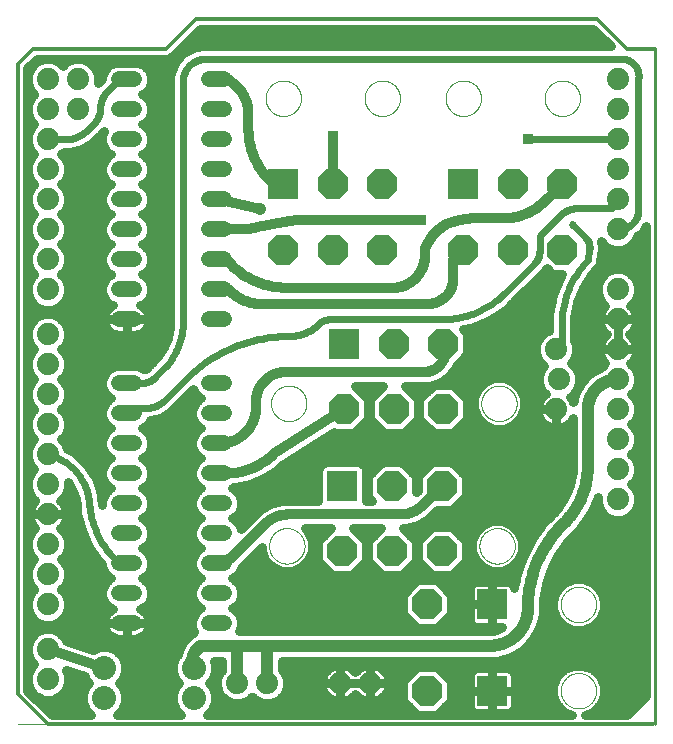
<source format=gbl>
G75*
%MOIN*%
%OFA0B0*%
%FSLAX25Y25*%
%IPPOS*%
%LPD*%
%AMOC8*
5,1,8,0,0,1.08239X$1,22.5*
%
%ADD10C,0.00000*%
%ADD11C,0.01000*%
%ADD12C,0.01200*%
%ADD13C,0.07400*%
%ADD14C,0.08000*%
%ADD15C,0.05200*%
%ADD16OC8,0.10000*%
%ADD17R,0.10000X0.10000*%
%ADD18C,0.02400*%
%ADD19C,0.03000*%
%ADD20R,0.03562X0.03562*%
%ADD21C,0.02200*%
%ADD22C,0.04000*%
%ADD23C,0.03200*%
%ADD24C,0.04143*%
%ADD25C,0.02700*%
D10*
X0005000Y0005000D02*
X0015000Y0005000D01*
X0208701Y0005000D01*
X0185959Y0016250D02*
X0185961Y0016403D01*
X0185967Y0016557D01*
X0185977Y0016710D01*
X0185991Y0016862D01*
X0186009Y0017015D01*
X0186031Y0017166D01*
X0186056Y0017317D01*
X0186086Y0017468D01*
X0186120Y0017618D01*
X0186157Y0017766D01*
X0186198Y0017914D01*
X0186243Y0018060D01*
X0186292Y0018206D01*
X0186345Y0018350D01*
X0186401Y0018492D01*
X0186461Y0018633D01*
X0186525Y0018773D01*
X0186592Y0018911D01*
X0186663Y0019047D01*
X0186738Y0019181D01*
X0186815Y0019313D01*
X0186897Y0019443D01*
X0186981Y0019571D01*
X0187069Y0019697D01*
X0187160Y0019820D01*
X0187254Y0019941D01*
X0187352Y0020059D01*
X0187452Y0020175D01*
X0187556Y0020288D01*
X0187662Y0020399D01*
X0187771Y0020507D01*
X0187883Y0020612D01*
X0187997Y0020713D01*
X0188115Y0020812D01*
X0188234Y0020908D01*
X0188356Y0021001D01*
X0188481Y0021090D01*
X0188608Y0021177D01*
X0188737Y0021259D01*
X0188868Y0021339D01*
X0189001Y0021415D01*
X0189136Y0021488D01*
X0189273Y0021557D01*
X0189412Y0021622D01*
X0189552Y0021684D01*
X0189694Y0021742D01*
X0189837Y0021797D01*
X0189982Y0021848D01*
X0190128Y0021895D01*
X0190275Y0021938D01*
X0190423Y0021977D01*
X0190572Y0022013D01*
X0190722Y0022044D01*
X0190873Y0022072D01*
X0191024Y0022096D01*
X0191177Y0022116D01*
X0191329Y0022132D01*
X0191482Y0022144D01*
X0191635Y0022152D01*
X0191788Y0022156D01*
X0191942Y0022156D01*
X0192095Y0022152D01*
X0192248Y0022144D01*
X0192401Y0022132D01*
X0192553Y0022116D01*
X0192706Y0022096D01*
X0192857Y0022072D01*
X0193008Y0022044D01*
X0193158Y0022013D01*
X0193307Y0021977D01*
X0193455Y0021938D01*
X0193602Y0021895D01*
X0193748Y0021848D01*
X0193893Y0021797D01*
X0194036Y0021742D01*
X0194178Y0021684D01*
X0194318Y0021622D01*
X0194457Y0021557D01*
X0194594Y0021488D01*
X0194729Y0021415D01*
X0194862Y0021339D01*
X0194993Y0021259D01*
X0195122Y0021177D01*
X0195249Y0021090D01*
X0195374Y0021001D01*
X0195496Y0020908D01*
X0195615Y0020812D01*
X0195733Y0020713D01*
X0195847Y0020612D01*
X0195959Y0020507D01*
X0196068Y0020399D01*
X0196174Y0020288D01*
X0196278Y0020175D01*
X0196378Y0020059D01*
X0196476Y0019941D01*
X0196570Y0019820D01*
X0196661Y0019697D01*
X0196749Y0019571D01*
X0196833Y0019443D01*
X0196915Y0019313D01*
X0196992Y0019181D01*
X0197067Y0019047D01*
X0197138Y0018911D01*
X0197205Y0018773D01*
X0197269Y0018633D01*
X0197329Y0018492D01*
X0197385Y0018350D01*
X0197438Y0018206D01*
X0197487Y0018060D01*
X0197532Y0017914D01*
X0197573Y0017766D01*
X0197610Y0017618D01*
X0197644Y0017468D01*
X0197674Y0017317D01*
X0197699Y0017166D01*
X0197721Y0017015D01*
X0197739Y0016862D01*
X0197753Y0016710D01*
X0197763Y0016557D01*
X0197769Y0016403D01*
X0197771Y0016250D01*
X0197769Y0016097D01*
X0197763Y0015943D01*
X0197753Y0015790D01*
X0197739Y0015638D01*
X0197721Y0015485D01*
X0197699Y0015334D01*
X0197674Y0015183D01*
X0197644Y0015032D01*
X0197610Y0014882D01*
X0197573Y0014734D01*
X0197532Y0014586D01*
X0197487Y0014440D01*
X0197438Y0014294D01*
X0197385Y0014150D01*
X0197329Y0014008D01*
X0197269Y0013867D01*
X0197205Y0013727D01*
X0197138Y0013589D01*
X0197067Y0013453D01*
X0196992Y0013319D01*
X0196915Y0013187D01*
X0196833Y0013057D01*
X0196749Y0012929D01*
X0196661Y0012803D01*
X0196570Y0012680D01*
X0196476Y0012559D01*
X0196378Y0012441D01*
X0196278Y0012325D01*
X0196174Y0012212D01*
X0196068Y0012101D01*
X0195959Y0011993D01*
X0195847Y0011888D01*
X0195733Y0011787D01*
X0195615Y0011688D01*
X0195496Y0011592D01*
X0195374Y0011499D01*
X0195249Y0011410D01*
X0195122Y0011323D01*
X0194993Y0011241D01*
X0194862Y0011161D01*
X0194729Y0011085D01*
X0194594Y0011012D01*
X0194457Y0010943D01*
X0194318Y0010878D01*
X0194178Y0010816D01*
X0194036Y0010758D01*
X0193893Y0010703D01*
X0193748Y0010652D01*
X0193602Y0010605D01*
X0193455Y0010562D01*
X0193307Y0010523D01*
X0193158Y0010487D01*
X0193008Y0010456D01*
X0192857Y0010428D01*
X0192706Y0010404D01*
X0192553Y0010384D01*
X0192401Y0010368D01*
X0192248Y0010356D01*
X0192095Y0010348D01*
X0191942Y0010344D01*
X0191788Y0010344D01*
X0191635Y0010348D01*
X0191482Y0010356D01*
X0191329Y0010368D01*
X0191177Y0010384D01*
X0191024Y0010404D01*
X0190873Y0010428D01*
X0190722Y0010456D01*
X0190572Y0010487D01*
X0190423Y0010523D01*
X0190275Y0010562D01*
X0190128Y0010605D01*
X0189982Y0010652D01*
X0189837Y0010703D01*
X0189694Y0010758D01*
X0189552Y0010816D01*
X0189412Y0010878D01*
X0189273Y0010943D01*
X0189136Y0011012D01*
X0189001Y0011085D01*
X0188868Y0011161D01*
X0188737Y0011241D01*
X0188608Y0011323D01*
X0188481Y0011410D01*
X0188356Y0011499D01*
X0188234Y0011592D01*
X0188115Y0011688D01*
X0187997Y0011787D01*
X0187883Y0011888D01*
X0187771Y0011993D01*
X0187662Y0012101D01*
X0187556Y0012212D01*
X0187452Y0012325D01*
X0187352Y0012441D01*
X0187254Y0012559D01*
X0187160Y0012680D01*
X0187069Y0012803D01*
X0186981Y0012929D01*
X0186897Y0013057D01*
X0186815Y0013187D01*
X0186738Y0013319D01*
X0186663Y0013453D01*
X0186592Y0013589D01*
X0186525Y0013727D01*
X0186461Y0013867D01*
X0186401Y0014008D01*
X0186345Y0014150D01*
X0186292Y0014294D01*
X0186243Y0014440D01*
X0186198Y0014586D01*
X0186157Y0014734D01*
X0186120Y0014882D01*
X0186086Y0015032D01*
X0186056Y0015183D01*
X0186031Y0015334D01*
X0186009Y0015485D01*
X0185991Y0015638D01*
X0185977Y0015790D01*
X0185967Y0015943D01*
X0185961Y0016097D01*
X0185959Y0016250D01*
X0185959Y0045000D02*
X0185961Y0045153D01*
X0185967Y0045307D01*
X0185977Y0045460D01*
X0185991Y0045612D01*
X0186009Y0045765D01*
X0186031Y0045916D01*
X0186056Y0046067D01*
X0186086Y0046218D01*
X0186120Y0046368D01*
X0186157Y0046516D01*
X0186198Y0046664D01*
X0186243Y0046810D01*
X0186292Y0046956D01*
X0186345Y0047100D01*
X0186401Y0047242D01*
X0186461Y0047383D01*
X0186525Y0047523D01*
X0186592Y0047661D01*
X0186663Y0047797D01*
X0186738Y0047931D01*
X0186815Y0048063D01*
X0186897Y0048193D01*
X0186981Y0048321D01*
X0187069Y0048447D01*
X0187160Y0048570D01*
X0187254Y0048691D01*
X0187352Y0048809D01*
X0187452Y0048925D01*
X0187556Y0049038D01*
X0187662Y0049149D01*
X0187771Y0049257D01*
X0187883Y0049362D01*
X0187997Y0049463D01*
X0188115Y0049562D01*
X0188234Y0049658D01*
X0188356Y0049751D01*
X0188481Y0049840D01*
X0188608Y0049927D01*
X0188737Y0050009D01*
X0188868Y0050089D01*
X0189001Y0050165D01*
X0189136Y0050238D01*
X0189273Y0050307D01*
X0189412Y0050372D01*
X0189552Y0050434D01*
X0189694Y0050492D01*
X0189837Y0050547D01*
X0189982Y0050598D01*
X0190128Y0050645D01*
X0190275Y0050688D01*
X0190423Y0050727D01*
X0190572Y0050763D01*
X0190722Y0050794D01*
X0190873Y0050822D01*
X0191024Y0050846D01*
X0191177Y0050866D01*
X0191329Y0050882D01*
X0191482Y0050894D01*
X0191635Y0050902D01*
X0191788Y0050906D01*
X0191942Y0050906D01*
X0192095Y0050902D01*
X0192248Y0050894D01*
X0192401Y0050882D01*
X0192553Y0050866D01*
X0192706Y0050846D01*
X0192857Y0050822D01*
X0193008Y0050794D01*
X0193158Y0050763D01*
X0193307Y0050727D01*
X0193455Y0050688D01*
X0193602Y0050645D01*
X0193748Y0050598D01*
X0193893Y0050547D01*
X0194036Y0050492D01*
X0194178Y0050434D01*
X0194318Y0050372D01*
X0194457Y0050307D01*
X0194594Y0050238D01*
X0194729Y0050165D01*
X0194862Y0050089D01*
X0194993Y0050009D01*
X0195122Y0049927D01*
X0195249Y0049840D01*
X0195374Y0049751D01*
X0195496Y0049658D01*
X0195615Y0049562D01*
X0195733Y0049463D01*
X0195847Y0049362D01*
X0195959Y0049257D01*
X0196068Y0049149D01*
X0196174Y0049038D01*
X0196278Y0048925D01*
X0196378Y0048809D01*
X0196476Y0048691D01*
X0196570Y0048570D01*
X0196661Y0048447D01*
X0196749Y0048321D01*
X0196833Y0048193D01*
X0196915Y0048063D01*
X0196992Y0047931D01*
X0197067Y0047797D01*
X0197138Y0047661D01*
X0197205Y0047523D01*
X0197269Y0047383D01*
X0197329Y0047242D01*
X0197385Y0047100D01*
X0197438Y0046956D01*
X0197487Y0046810D01*
X0197532Y0046664D01*
X0197573Y0046516D01*
X0197610Y0046368D01*
X0197644Y0046218D01*
X0197674Y0046067D01*
X0197699Y0045916D01*
X0197721Y0045765D01*
X0197739Y0045612D01*
X0197753Y0045460D01*
X0197763Y0045307D01*
X0197769Y0045153D01*
X0197771Y0045000D01*
X0197769Y0044847D01*
X0197763Y0044693D01*
X0197753Y0044540D01*
X0197739Y0044388D01*
X0197721Y0044235D01*
X0197699Y0044084D01*
X0197674Y0043933D01*
X0197644Y0043782D01*
X0197610Y0043632D01*
X0197573Y0043484D01*
X0197532Y0043336D01*
X0197487Y0043190D01*
X0197438Y0043044D01*
X0197385Y0042900D01*
X0197329Y0042758D01*
X0197269Y0042617D01*
X0197205Y0042477D01*
X0197138Y0042339D01*
X0197067Y0042203D01*
X0196992Y0042069D01*
X0196915Y0041937D01*
X0196833Y0041807D01*
X0196749Y0041679D01*
X0196661Y0041553D01*
X0196570Y0041430D01*
X0196476Y0041309D01*
X0196378Y0041191D01*
X0196278Y0041075D01*
X0196174Y0040962D01*
X0196068Y0040851D01*
X0195959Y0040743D01*
X0195847Y0040638D01*
X0195733Y0040537D01*
X0195615Y0040438D01*
X0195496Y0040342D01*
X0195374Y0040249D01*
X0195249Y0040160D01*
X0195122Y0040073D01*
X0194993Y0039991D01*
X0194862Y0039911D01*
X0194729Y0039835D01*
X0194594Y0039762D01*
X0194457Y0039693D01*
X0194318Y0039628D01*
X0194178Y0039566D01*
X0194036Y0039508D01*
X0193893Y0039453D01*
X0193748Y0039402D01*
X0193602Y0039355D01*
X0193455Y0039312D01*
X0193307Y0039273D01*
X0193158Y0039237D01*
X0193008Y0039206D01*
X0192857Y0039178D01*
X0192706Y0039154D01*
X0192553Y0039134D01*
X0192401Y0039118D01*
X0192248Y0039106D01*
X0192095Y0039098D01*
X0191942Y0039094D01*
X0191788Y0039094D01*
X0191635Y0039098D01*
X0191482Y0039106D01*
X0191329Y0039118D01*
X0191177Y0039134D01*
X0191024Y0039154D01*
X0190873Y0039178D01*
X0190722Y0039206D01*
X0190572Y0039237D01*
X0190423Y0039273D01*
X0190275Y0039312D01*
X0190128Y0039355D01*
X0189982Y0039402D01*
X0189837Y0039453D01*
X0189694Y0039508D01*
X0189552Y0039566D01*
X0189412Y0039628D01*
X0189273Y0039693D01*
X0189136Y0039762D01*
X0189001Y0039835D01*
X0188868Y0039911D01*
X0188737Y0039991D01*
X0188608Y0040073D01*
X0188481Y0040160D01*
X0188356Y0040249D01*
X0188234Y0040342D01*
X0188115Y0040438D01*
X0187997Y0040537D01*
X0187883Y0040638D01*
X0187771Y0040743D01*
X0187662Y0040851D01*
X0187556Y0040962D01*
X0187452Y0041075D01*
X0187352Y0041191D01*
X0187254Y0041309D01*
X0187160Y0041430D01*
X0187069Y0041553D01*
X0186981Y0041679D01*
X0186897Y0041807D01*
X0186815Y0041937D01*
X0186738Y0042069D01*
X0186663Y0042203D01*
X0186592Y0042339D01*
X0186525Y0042477D01*
X0186461Y0042617D01*
X0186401Y0042758D01*
X0186345Y0042900D01*
X0186292Y0043044D01*
X0186243Y0043190D01*
X0186198Y0043336D01*
X0186157Y0043484D01*
X0186120Y0043632D01*
X0186086Y0043782D01*
X0186056Y0043933D01*
X0186031Y0044084D01*
X0186009Y0044235D01*
X0185991Y0044388D01*
X0185977Y0044540D01*
X0185967Y0044693D01*
X0185961Y0044847D01*
X0185959Y0045000D01*
X0158848Y0064532D02*
X0158850Y0064685D01*
X0158856Y0064839D01*
X0158866Y0064992D01*
X0158880Y0065144D01*
X0158898Y0065297D01*
X0158920Y0065448D01*
X0158945Y0065599D01*
X0158975Y0065750D01*
X0159009Y0065900D01*
X0159046Y0066048D01*
X0159087Y0066196D01*
X0159132Y0066342D01*
X0159181Y0066488D01*
X0159234Y0066632D01*
X0159290Y0066774D01*
X0159350Y0066915D01*
X0159414Y0067055D01*
X0159481Y0067193D01*
X0159552Y0067329D01*
X0159627Y0067463D01*
X0159704Y0067595D01*
X0159786Y0067725D01*
X0159870Y0067853D01*
X0159958Y0067979D01*
X0160049Y0068102D01*
X0160143Y0068223D01*
X0160241Y0068341D01*
X0160341Y0068457D01*
X0160445Y0068570D01*
X0160551Y0068681D01*
X0160660Y0068789D01*
X0160772Y0068894D01*
X0160886Y0068995D01*
X0161004Y0069094D01*
X0161123Y0069190D01*
X0161245Y0069283D01*
X0161370Y0069372D01*
X0161497Y0069459D01*
X0161626Y0069541D01*
X0161757Y0069621D01*
X0161890Y0069697D01*
X0162025Y0069770D01*
X0162162Y0069839D01*
X0162301Y0069904D01*
X0162441Y0069966D01*
X0162583Y0070024D01*
X0162726Y0070079D01*
X0162871Y0070130D01*
X0163017Y0070177D01*
X0163164Y0070220D01*
X0163312Y0070259D01*
X0163461Y0070295D01*
X0163611Y0070326D01*
X0163762Y0070354D01*
X0163913Y0070378D01*
X0164066Y0070398D01*
X0164218Y0070414D01*
X0164371Y0070426D01*
X0164524Y0070434D01*
X0164677Y0070438D01*
X0164831Y0070438D01*
X0164984Y0070434D01*
X0165137Y0070426D01*
X0165290Y0070414D01*
X0165442Y0070398D01*
X0165595Y0070378D01*
X0165746Y0070354D01*
X0165897Y0070326D01*
X0166047Y0070295D01*
X0166196Y0070259D01*
X0166344Y0070220D01*
X0166491Y0070177D01*
X0166637Y0070130D01*
X0166782Y0070079D01*
X0166925Y0070024D01*
X0167067Y0069966D01*
X0167207Y0069904D01*
X0167346Y0069839D01*
X0167483Y0069770D01*
X0167618Y0069697D01*
X0167751Y0069621D01*
X0167882Y0069541D01*
X0168011Y0069459D01*
X0168138Y0069372D01*
X0168263Y0069283D01*
X0168385Y0069190D01*
X0168504Y0069094D01*
X0168622Y0068995D01*
X0168736Y0068894D01*
X0168848Y0068789D01*
X0168957Y0068681D01*
X0169063Y0068570D01*
X0169167Y0068457D01*
X0169267Y0068341D01*
X0169365Y0068223D01*
X0169459Y0068102D01*
X0169550Y0067979D01*
X0169638Y0067853D01*
X0169722Y0067725D01*
X0169804Y0067595D01*
X0169881Y0067463D01*
X0169956Y0067329D01*
X0170027Y0067193D01*
X0170094Y0067055D01*
X0170158Y0066915D01*
X0170218Y0066774D01*
X0170274Y0066632D01*
X0170327Y0066488D01*
X0170376Y0066342D01*
X0170421Y0066196D01*
X0170462Y0066048D01*
X0170499Y0065900D01*
X0170533Y0065750D01*
X0170563Y0065599D01*
X0170588Y0065448D01*
X0170610Y0065297D01*
X0170628Y0065144D01*
X0170642Y0064992D01*
X0170652Y0064839D01*
X0170658Y0064685D01*
X0170660Y0064532D01*
X0170658Y0064379D01*
X0170652Y0064225D01*
X0170642Y0064072D01*
X0170628Y0063920D01*
X0170610Y0063767D01*
X0170588Y0063616D01*
X0170563Y0063465D01*
X0170533Y0063314D01*
X0170499Y0063164D01*
X0170462Y0063016D01*
X0170421Y0062868D01*
X0170376Y0062722D01*
X0170327Y0062576D01*
X0170274Y0062432D01*
X0170218Y0062290D01*
X0170158Y0062149D01*
X0170094Y0062009D01*
X0170027Y0061871D01*
X0169956Y0061735D01*
X0169881Y0061601D01*
X0169804Y0061469D01*
X0169722Y0061339D01*
X0169638Y0061211D01*
X0169550Y0061085D01*
X0169459Y0060962D01*
X0169365Y0060841D01*
X0169267Y0060723D01*
X0169167Y0060607D01*
X0169063Y0060494D01*
X0168957Y0060383D01*
X0168848Y0060275D01*
X0168736Y0060170D01*
X0168622Y0060069D01*
X0168504Y0059970D01*
X0168385Y0059874D01*
X0168263Y0059781D01*
X0168138Y0059692D01*
X0168011Y0059605D01*
X0167882Y0059523D01*
X0167751Y0059443D01*
X0167618Y0059367D01*
X0167483Y0059294D01*
X0167346Y0059225D01*
X0167207Y0059160D01*
X0167067Y0059098D01*
X0166925Y0059040D01*
X0166782Y0058985D01*
X0166637Y0058934D01*
X0166491Y0058887D01*
X0166344Y0058844D01*
X0166196Y0058805D01*
X0166047Y0058769D01*
X0165897Y0058738D01*
X0165746Y0058710D01*
X0165595Y0058686D01*
X0165442Y0058666D01*
X0165290Y0058650D01*
X0165137Y0058638D01*
X0164984Y0058630D01*
X0164831Y0058626D01*
X0164677Y0058626D01*
X0164524Y0058630D01*
X0164371Y0058638D01*
X0164218Y0058650D01*
X0164066Y0058666D01*
X0163913Y0058686D01*
X0163762Y0058710D01*
X0163611Y0058738D01*
X0163461Y0058769D01*
X0163312Y0058805D01*
X0163164Y0058844D01*
X0163017Y0058887D01*
X0162871Y0058934D01*
X0162726Y0058985D01*
X0162583Y0059040D01*
X0162441Y0059098D01*
X0162301Y0059160D01*
X0162162Y0059225D01*
X0162025Y0059294D01*
X0161890Y0059367D01*
X0161757Y0059443D01*
X0161626Y0059523D01*
X0161497Y0059605D01*
X0161370Y0059692D01*
X0161245Y0059781D01*
X0161123Y0059874D01*
X0161004Y0059970D01*
X0160886Y0060069D01*
X0160772Y0060170D01*
X0160660Y0060275D01*
X0160551Y0060383D01*
X0160445Y0060494D01*
X0160341Y0060607D01*
X0160241Y0060723D01*
X0160143Y0060841D01*
X0160049Y0060962D01*
X0159958Y0061085D01*
X0159870Y0061211D01*
X0159786Y0061339D01*
X0159704Y0061469D01*
X0159627Y0061601D01*
X0159552Y0061735D01*
X0159481Y0061871D01*
X0159414Y0062009D01*
X0159350Y0062149D01*
X0159290Y0062290D01*
X0159234Y0062432D01*
X0159181Y0062576D01*
X0159132Y0062722D01*
X0159087Y0062868D01*
X0159046Y0063016D01*
X0159009Y0063164D01*
X0158975Y0063314D01*
X0158945Y0063465D01*
X0158920Y0063616D01*
X0158898Y0063767D01*
X0158880Y0063920D01*
X0158866Y0064072D01*
X0158856Y0064225D01*
X0158850Y0064379D01*
X0158848Y0064532D01*
X0159473Y0112032D02*
X0159475Y0112185D01*
X0159481Y0112339D01*
X0159491Y0112492D01*
X0159505Y0112644D01*
X0159523Y0112797D01*
X0159545Y0112948D01*
X0159570Y0113099D01*
X0159600Y0113250D01*
X0159634Y0113400D01*
X0159671Y0113548D01*
X0159712Y0113696D01*
X0159757Y0113842D01*
X0159806Y0113988D01*
X0159859Y0114132D01*
X0159915Y0114274D01*
X0159975Y0114415D01*
X0160039Y0114555D01*
X0160106Y0114693D01*
X0160177Y0114829D01*
X0160252Y0114963D01*
X0160329Y0115095D01*
X0160411Y0115225D01*
X0160495Y0115353D01*
X0160583Y0115479D01*
X0160674Y0115602D01*
X0160768Y0115723D01*
X0160866Y0115841D01*
X0160966Y0115957D01*
X0161070Y0116070D01*
X0161176Y0116181D01*
X0161285Y0116289D01*
X0161397Y0116394D01*
X0161511Y0116495D01*
X0161629Y0116594D01*
X0161748Y0116690D01*
X0161870Y0116783D01*
X0161995Y0116872D01*
X0162122Y0116959D01*
X0162251Y0117041D01*
X0162382Y0117121D01*
X0162515Y0117197D01*
X0162650Y0117270D01*
X0162787Y0117339D01*
X0162926Y0117404D01*
X0163066Y0117466D01*
X0163208Y0117524D01*
X0163351Y0117579D01*
X0163496Y0117630D01*
X0163642Y0117677D01*
X0163789Y0117720D01*
X0163937Y0117759D01*
X0164086Y0117795D01*
X0164236Y0117826D01*
X0164387Y0117854D01*
X0164538Y0117878D01*
X0164691Y0117898D01*
X0164843Y0117914D01*
X0164996Y0117926D01*
X0165149Y0117934D01*
X0165302Y0117938D01*
X0165456Y0117938D01*
X0165609Y0117934D01*
X0165762Y0117926D01*
X0165915Y0117914D01*
X0166067Y0117898D01*
X0166220Y0117878D01*
X0166371Y0117854D01*
X0166522Y0117826D01*
X0166672Y0117795D01*
X0166821Y0117759D01*
X0166969Y0117720D01*
X0167116Y0117677D01*
X0167262Y0117630D01*
X0167407Y0117579D01*
X0167550Y0117524D01*
X0167692Y0117466D01*
X0167832Y0117404D01*
X0167971Y0117339D01*
X0168108Y0117270D01*
X0168243Y0117197D01*
X0168376Y0117121D01*
X0168507Y0117041D01*
X0168636Y0116959D01*
X0168763Y0116872D01*
X0168888Y0116783D01*
X0169010Y0116690D01*
X0169129Y0116594D01*
X0169247Y0116495D01*
X0169361Y0116394D01*
X0169473Y0116289D01*
X0169582Y0116181D01*
X0169688Y0116070D01*
X0169792Y0115957D01*
X0169892Y0115841D01*
X0169990Y0115723D01*
X0170084Y0115602D01*
X0170175Y0115479D01*
X0170263Y0115353D01*
X0170347Y0115225D01*
X0170429Y0115095D01*
X0170506Y0114963D01*
X0170581Y0114829D01*
X0170652Y0114693D01*
X0170719Y0114555D01*
X0170783Y0114415D01*
X0170843Y0114274D01*
X0170899Y0114132D01*
X0170952Y0113988D01*
X0171001Y0113842D01*
X0171046Y0113696D01*
X0171087Y0113548D01*
X0171124Y0113400D01*
X0171158Y0113250D01*
X0171188Y0113099D01*
X0171213Y0112948D01*
X0171235Y0112797D01*
X0171253Y0112644D01*
X0171267Y0112492D01*
X0171277Y0112339D01*
X0171283Y0112185D01*
X0171285Y0112032D01*
X0171283Y0111879D01*
X0171277Y0111725D01*
X0171267Y0111572D01*
X0171253Y0111420D01*
X0171235Y0111267D01*
X0171213Y0111116D01*
X0171188Y0110965D01*
X0171158Y0110814D01*
X0171124Y0110664D01*
X0171087Y0110516D01*
X0171046Y0110368D01*
X0171001Y0110222D01*
X0170952Y0110076D01*
X0170899Y0109932D01*
X0170843Y0109790D01*
X0170783Y0109649D01*
X0170719Y0109509D01*
X0170652Y0109371D01*
X0170581Y0109235D01*
X0170506Y0109101D01*
X0170429Y0108969D01*
X0170347Y0108839D01*
X0170263Y0108711D01*
X0170175Y0108585D01*
X0170084Y0108462D01*
X0169990Y0108341D01*
X0169892Y0108223D01*
X0169792Y0108107D01*
X0169688Y0107994D01*
X0169582Y0107883D01*
X0169473Y0107775D01*
X0169361Y0107670D01*
X0169247Y0107569D01*
X0169129Y0107470D01*
X0169010Y0107374D01*
X0168888Y0107281D01*
X0168763Y0107192D01*
X0168636Y0107105D01*
X0168507Y0107023D01*
X0168376Y0106943D01*
X0168243Y0106867D01*
X0168108Y0106794D01*
X0167971Y0106725D01*
X0167832Y0106660D01*
X0167692Y0106598D01*
X0167550Y0106540D01*
X0167407Y0106485D01*
X0167262Y0106434D01*
X0167116Y0106387D01*
X0166969Y0106344D01*
X0166821Y0106305D01*
X0166672Y0106269D01*
X0166522Y0106238D01*
X0166371Y0106210D01*
X0166220Y0106186D01*
X0166067Y0106166D01*
X0165915Y0106150D01*
X0165762Y0106138D01*
X0165609Y0106130D01*
X0165456Y0106126D01*
X0165302Y0106126D01*
X0165149Y0106130D01*
X0164996Y0106138D01*
X0164843Y0106150D01*
X0164691Y0106166D01*
X0164538Y0106186D01*
X0164387Y0106210D01*
X0164236Y0106238D01*
X0164086Y0106269D01*
X0163937Y0106305D01*
X0163789Y0106344D01*
X0163642Y0106387D01*
X0163496Y0106434D01*
X0163351Y0106485D01*
X0163208Y0106540D01*
X0163066Y0106598D01*
X0162926Y0106660D01*
X0162787Y0106725D01*
X0162650Y0106794D01*
X0162515Y0106867D01*
X0162382Y0106943D01*
X0162251Y0107023D01*
X0162122Y0107105D01*
X0161995Y0107192D01*
X0161870Y0107281D01*
X0161748Y0107374D01*
X0161629Y0107470D01*
X0161511Y0107569D01*
X0161397Y0107670D01*
X0161285Y0107775D01*
X0161176Y0107883D01*
X0161070Y0107994D01*
X0160966Y0108107D01*
X0160866Y0108223D01*
X0160768Y0108341D01*
X0160674Y0108462D01*
X0160583Y0108585D01*
X0160495Y0108711D01*
X0160411Y0108839D01*
X0160329Y0108969D01*
X0160252Y0109101D01*
X0160177Y0109235D01*
X0160106Y0109371D01*
X0160039Y0109509D01*
X0159975Y0109649D01*
X0159915Y0109790D01*
X0159859Y0109932D01*
X0159806Y0110076D01*
X0159757Y0110222D01*
X0159712Y0110368D01*
X0159671Y0110516D01*
X0159634Y0110664D01*
X0159600Y0110814D01*
X0159570Y0110965D01*
X0159545Y0111116D01*
X0159523Y0111267D01*
X0159505Y0111420D01*
X0159491Y0111572D01*
X0159481Y0111725D01*
X0159475Y0111879D01*
X0159473Y0112032D01*
X0089394Y0112032D02*
X0089396Y0112185D01*
X0089402Y0112339D01*
X0089412Y0112492D01*
X0089426Y0112644D01*
X0089444Y0112797D01*
X0089466Y0112948D01*
X0089491Y0113099D01*
X0089521Y0113250D01*
X0089555Y0113400D01*
X0089592Y0113548D01*
X0089633Y0113696D01*
X0089678Y0113842D01*
X0089727Y0113988D01*
X0089780Y0114132D01*
X0089836Y0114274D01*
X0089896Y0114415D01*
X0089960Y0114555D01*
X0090027Y0114693D01*
X0090098Y0114829D01*
X0090173Y0114963D01*
X0090250Y0115095D01*
X0090332Y0115225D01*
X0090416Y0115353D01*
X0090504Y0115479D01*
X0090595Y0115602D01*
X0090689Y0115723D01*
X0090787Y0115841D01*
X0090887Y0115957D01*
X0090991Y0116070D01*
X0091097Y0116181D01*
X0091206Y0116289D01*
X0091318Y0116394D01*
X0091432Y0116495D01*
X0091550Y0116594D01*
X0091669Y0116690D01*
X0091791Y0116783D01*
X0091916Y0116872D01*
X0092043Y0116959D01*
X0092172Y0117041D01*
X0092303Y0117121D01*
X0092436Y0117197D01*
X0092571Y0117270D01*
X0092708Y0117339D01*
X0092847Y0117404D01*
X0092987Y0117466D01*
X0093129Y0117524D01*
X0093272Y0117579D01*
X0093417Y0117630D01*
X0093563Y0117677D01*
X0093710Y0117720D01*
X0093858Y0117759D01*
X0094007Y0117795D01*
X0094157Y0117826D01*
X0094308Y0117854D01*
X0094459Y0117878D01*
X0094612Y0117898D01*
X0094764Y0117914D01*
X0094917Y0117926D01*
X0095070Y0117934D01*
X0095223Y0117938D01*
X0095377Y0117938D01*
X0095530Y0117934D01*
X0095683Y0117926D01*
X0095836Y0117914D01*
X0095988Y0117898D01*
X0096141Y0117878D01*
X0096292Y0117854D01*
X0096443Y0117826D01*
X0096593Y0117795D01*
X0096742Y0117759D01*
X0096890Y0117720D01*
X0097037Y0117677D01*
X0097183Y0117630D01*
X0097328Y0117579D01*
X0097471Y0117524D01*
X0097613Y0117466D01*
X0097753Y0117404D01*
X0097892Y0117339D01*
X0098029Y0117270D01*
X0098164Y0117197D01*
X0098297Y0117121D01*
X0098428Y0117041D01*
X0098557Y0116959D01*
X0098684Y0116872D01*
X0098809Y0116783D01*
X0098931Y0116690D01*
X0099050Y0116594D01*
X0099168Y0116495D01*
X0099282Y0116394D01*
X0099394Y0116289D01*
X0099503Y0116181D01*
X0099609Y0116070D01*
X0099713Y0115957D01*
X0099813Y0115841D01*
X0099911Y0115723D01*
X0100005Y0115602D01*
X0100096Y0115479D01*
X0100184Y0115353D01*
X0100268Y0115225D01*
X0100350Y0115095D01*
X0100427Y0114963D01*
X0100502Y0114829D01*
X0100573Y0114693D01*
X0100640Y0114555D01*
X0100704Y0114415D01*
X0100764Y0114274D01*
X0100820Y0114132D01*
X0100873Y0113988D01*
X0100922Y0113842D01*
X0100967Y0113696D01*
X0101008Y0113548D01*
X0101045Y0113400D01*
X0101079Y0113250D01*
X0101109Y0113099D01*
X0101134Y0112948D01*
X0101156Y0112797D01*
X0101174Y0112644D01*
X0101188Y0112492D01*
X0101198Y0112339D01*
X0101204Y0112185D01*
X0101206Y0112032D01*
X0101204Y0111879D01*
X0101198Y0111725D01*
X0101188Y0111572D01*
X0101174Y0111420D01*
X0101156Y0111267D01*
X0101134Y0111116D01*
X0101109Y0110965D01*
X0101079Y0110814D01*
X0101045Y0110664D01*
X0101008Y0110516D01*
X0100967Y0110368D01*
X0100922Y0110222D01*
X0100873Y0110076D01*
X0100820Y0109932D01*
X0100764Y0109790D01*
X0100704Y0109649D01*
X0100640Y0109509D01*
X0100573Y0109371D01*
X0100502Y0109235D01*
X0100427Y0109101D01*
X0100350Y0108969D01*
X0100268Y0108839D01*
X0100184Y0108711D01*
X0100096Y0108585D01*
X0100005Y0108462D01*
X0099911Y0108341D01*
X0099813Y0108223D01*
X0099713Y0108107D01*
X0099609Y0107994D01*
X0099503Y0107883D01*
X0099394Y0107775D01*
X0099282Y0107670D01*
X0099168Y0107569D01*
X0099050Y0107470D01*
X0098931Y0107374D01*
X0098809Y0107281D01*
X0098684Y0107192D01*
X0098557Y0107105D01*
X0098428Y0107023D01*
X0098297Y0106943D01*
X0098164Y0106867D01*
X0098029Y0106794D01*
X0097892Y0106725D01*
X0097753Y0106660D01*
X0097613Y0106598D01*
X0097471Y0106540D01*
X0097328Y0106485D01*
X0097183Y0106434D01*
X0097037Y0106387D01*
X0096890Y0106344D01*
X0096742Y0106305D01*
X0096593Y0106269D01*
X0096443Y0106238D01*
X0096292Y0106210D01*
X0096141Y0106186D01*
X0095988Y0106166D01*
X0095836Y0106150D01*
X0095683Y0106138D01*
X0095530Y0106130D01*
X0095377Y0106126D01*
X0095223Y0106126D01*
X0095070Y0106130D01*
X0094917Y0106138D01*
X0094764Y0106150D01*
X0094612Y0106166D01*
X0094459Y0106186D01*
X0094308Y0106210D01*
X0094157Y0106238D01*
X0094007Y0106269D01*
X0093858Y0106305D01*
X0093710Y0106344D01*
X0093563Y0106387D01*
X0093417Y0106434D01*
X0093272Y0106485D01*
X0093129Y0106540D01*
X0092987Y0106598D01*
X0092847Y0106660D01*
X0092708Y0106725D01*
X0092571Y0106794D01*
X0092436Y0106867D01*
X0092303Y0106943D01*
X0092172Y0107023D01*
X0092043Y0107105D01*
X0091916Y0107192D01*
X0091791Y0107281D01*
X0091669Y0107374D01*
X0091550Y0107470D01*
X0091432Y0107569D01*
X0091318Y0107670D01*
X0091206Y0107775D01*
X0091097Y0107883D01*
X0090991Y0107994D01*
X0090887Y0108107D01*
X0090787Y0108223D01*
X0090689Y0108341D01*
X0090595Y0108462D01*
X0090504Y0108585D01*
X0090416Y0108711D01*
X0090332Y0108839D01*
X0090250Y0108969D01*
X0090173Y0109101D01*
X0090098Y0109235D01*
X0090027Y0109371D01*
X0089960Y0109509D01*
X0089896Y0109649D01*
X0089836Y0109790D01*
X0089780Y0109932D01*
X0089727Y0110076D01*
X0089678Y0110222D01*
X0089633Y0110368D01*
X0089592Y0110516D01*
X0089555Y0110664D01*
X0089521Y0110814D01*
X0089491Y0110965D01*
X0089466Y0111116D01*
X0089444Y0111267D01*
X0089426Y0111420D01*
X0089412Y0111572D01*
X0089402Y0111725D01*
X0089396Y0111879D01*
X0089394Y0112032D01*
X0088769Y0064532D02*
X0088771Y0064685D01*
X0088777Y0064839D01*
X0088787Y0064992D01*
X0088801Y0065144D01*
X0088819Y0065297D01*
X0088841Y0065448D01*
X0088866Y0065599D01*
X0088896Y0065750D01*
X0088930Y0065900D01*
X0088967Y0066048D01*
X0089008Y0066196D01*
X0089053Y0066342D01*
X0089102Y0066488D01*
X0089155Y0066632D01*
X0089211Y0066774D01*
X0089271Y0066915D01*
X0089335Y0067055D01*
X0089402Y0067193D01*
X0089473Y0067329D01*
X0089548Y0067463D01*
X0089625Y0067595D01*
X0089707Y0067725D01*
X0089791Y0067853D01*
X0089879Y0067979D01*
X0089970Y0068102D01*
X0090064Y0068223D01*
X0090162Y0068341D01*
X0090262Y0068457D01*
X0090366Y0068570D01*
X0090472Y0068681D01*
X0090581Y0068789D01*
X0090693Y0068894D01*
X0090807Y0068995D01*
X0090925Y0069094D01*
X0091044Y0069190D01*
X0091166Y0069283D01*
X0091291Y0069372D01*
X0091418Y0069459D01*
X0091547Y0069541D01*
X0091678Y0069621D01*
X0091811Y0069697D01*
X0091946Y0069770D01*
X0092083Y0069839D01*
X0092222Y0069904D01*
X0092362Y0069966D01*
X0092504Y0070024D01*
X0092647Y0070079D01*
X0092792Y0070130D01*
X0092938Y0070177D01*
X0093085Y0070220D01*
X0093233Y0070259D01*
X0093382Y0070295D01*
X0093532Y0070326D01*
X0093683Y0070354D01*
X0093834Y0070378D01*
X0093987Y0070398D01*
X0094139Y0070414D01*
X0094292Y0070426D01*
X0094445Y0070434D01*
X0094598Y0070438D01*
X0094752Y0070438D01*
X0094905Y0070434D01*
X0095058Y0070426D01*
X0095211Y0070414D01*
X0095363Y0070398D01*
X0095516Y0070378D01*
X0095667Y0070354D01*
X0095818Y0070326D01*
X0095968Y0070295D01*
X0096117Y0070259D01*
X0096265Y0070220D01*
X0096412Y0070177D01*
X0096558Y0070130D01*
X0096703Y0070079D01*
X0096846Y0070024D01*
X0096988Y0069966D01*
X0097128Y0069904D01*
X0097267Y0069839D01*
X0097404Y0069770D01*
X0097539Y0069697D01*
X0097672Y0069621D01*
X0097803Y0069541D01*
X0097932Y0069459D01*
X0098059Y0069372D01*
X0098184Y0069283D01*
X0098306Y0069190D01*
X0098425Y0069094D01*
X0098543Y0068995D01*
X0098657Y0068894D01*
X0098769Y0068789D01*
X0098878Y0068681D01*
X0098984Y0068570D01*
X0099088Y0068457D01*
X0099188Y0068341D01*
X0099286Y0068223D01*
X0099380Y0068102D01*
X0099471Y0067979D01*
X0099559Y0067853D01*
X0099643Y0067725D01*
X0099725Y0067595D01*
X0099802Y0067463D01*
X0099877Y0067329D01*
X0099948Y0067193D01*
X0100015Y0067055D01*
X0100079Y0066915D01*
X0100139Y0066774D01*
X0100195Y0066632D01*
X0100248Y0066488D01*
X0100297Y0066342D01*
X0100342Y0066196D01*
X0100383Y0066048D01*
X0100420Y0065900D01*
X0100454Y0065750D01*
X0100484Y0065599D01*
X0100509Y0065448D01*
X0100531Y0065297D01*
X0100549Y0065144D01*
X0100563Y0064992D01*
X0100573Y0064839D01*
X0100579Y0064685D01*
X0100581Y0064532D01*
X0100579Y0064379D01*
X0100573Y0064225D01*
X0100563Y0064072D01*
X0100549Y0063920D01*
X0100531Y0063767D01*
X0100509Y0063616D01*
X0100484Y0063465D01*
X0100454Y0063314D01*
X0100420Y0063164D01*
X0100383Y0063016D01*
X0100342Y0062868D01*
X0100297Y0062722D01*
X0100248Y0062576D01*
X0100195Y0062432D01*
X0100139Y0062290D01*
X0100079Y0062149D01*
X0100015Y0062009D01*
X0099948Y0061871D01*
X0099877Y0061735D01*
X0099802Y0061601D01*
X0099725Y0061469D01*
X0099643Y0061339D01*
X0099559Y0061211D01*
X0099471Y0061085D01*
X0099380Y0060962D01*
X0099286Y0060841D01*
X0099188Y0060723D01*
X0099088Y0060607D01*
X0098984Y0060494D01*
X0098878Y0060383D01*
X0098769Y0060275D01*
X0098657Y0060170D01*
X0098543Y0060069D01*
X0098425Y0059970D01*
X0098306Y0059874D01*
X0098184Y0059781D01*
X0098059Y0059692D01*
X0097932Y0059605D01*
X0097803Y0059523D01*
X0097672Y0059443D01*
X0097539Y0059367D01*
X0097404Y0059294D01*
X0097267Y0059225D01*
X0097128Y0059160D01*
X0096988Y0059098D01*
X0096846Y0059040D01*
X0096703Y0058985D01*
X0096558Y0058934D01*
X0096412Y0058887D01*
X0096265Y0058844D01*
X0096117Y0058805D01*
X0095968Y0058769D01*
X0095818Y0058738D01*
X0095667Y0058710D01*
X0095516Y0058686D01*
X0095363Y0058666D01*
X0095211Y0058650D01*
X0095058Y0058638D01*
X0094905Y0058630D01*
X0094752Y0058626D01*
X0094598Y0058626D01*
X0094445Y0058630D01*
X0094292Y0058638D01*
X0094139Y0058650D01*
X0093987Y0058666D01*
X0093834Y0058686D01*
X0093683Y0058710D01*
X0093532Y0058738D01*
X0093382Y0058769D01*
X0093233Y0058805D01*
X0093085Y0058844D01*
X0092938Y0058887D01*
X0092792Y0058934D01*
X0092647Y0058985D01*
X0092504Y0059040D01*
X0092362Y0059098D01*
X0092222Y0059160D01*
X0092083Y0059225D01*
X0091946Y0059294D01*
X0091811Y0059367D01*
X0091678Y0059443D01*
X0091547Y0059523D01*
X0091418Y0059605D01*
X0091291Y0059692D01*
X0091166Y0059781D01*
X0091044Y0059874D01*
X0090925Y0059970D01*
X0090807Y0060069D01*
X0090693Y0060170D01*
X0090581Y0060275D01*
X0090472Y0060383D01*
X0090366Y0060494D01*
X0090262Y0060607D01*
X0090162Y0060723D01*
X0090064Y0060841D01*
X0089970Y0060962D01*
X0089879Y0061085D01*
X0089791Y0061211D01*
X0089707Y0061339D01*
X0089625Y0061469D01*
X0089548Y0061601D01*
X0089473Y0061735D01*
X0089402Y0061871D01*
X0089335Y0062009D01*
X0089271Y0062149D01*
X0089211Y0062290D01*
X0089155Y0062432D01*
X0089102Y0062576D01*
X0089053Y0062722D01*
X0089008Y0062868D01*
X0088967Y0063016D01*
X0088930Y0063164D01*
X0088896Y0063314D01*
X0088866Y0063465D01*
X0088841Y0063616D01*
X0088819Y0063767D01*
X0088801Y0063920D01*
X0088787Y0064072D01*
X0088777Y0064225D01*
X0088771Y0064379D01*
X0088769Y0064532D01*
X0087594Y0213740D02*
X0087596Y0213893D01*
X0087602Y0214047D01*
X0087612Y0214200D01*
X0087626Y0214352D01*
X0087644Y0214505D01*
X0087666Y0214656D01*
X0087691Y0214807D01*
X0087721Y0214958D01*
X0087755Y0215108D01*
X0087792Y0215256D01*
X0087833Y0215404D01*
X0087878Y0215550D01*
X0087927Y0215696D01*
X0087980Y0215840D01*
X0088036Y0215982D01*
X0088096Y0216123D01*
X0088160Y0216263D01*
X0088227Y0216401D01*
X0088298Y0216537D01*
X0088373Y0216671D01*
X0088450Y0216803D01*
X0088532Y0216933D01*
X0088616Y0217061D01*
X0088704Y0217187D01*
X0088795Y0217310D01*
X0088889Y0217431D01*
X0088987Y0217549D01*
X0089087Y0217665D01*
X0089191Y0217778D01*
X0089297Y0217889D01*
X0089406Y0217997D01*
X0089518Y0218102D01*
X0089632Y0218203D01*
X0089750Y0218302D01*
X0089869Y0218398D01*
X0089991Y0218491D01*
X0090116Y0218580D01*
X0090243Y0218667D01*
X0090372Y0218749D01*
X0090503Y0218829D01*
X0090636Y0218905D01*
X0090771Y0218978D01*
X0090908Y0219047D01*
X0091047Y0219112D01*
X0091187Y0219174D01*
X0091329Y0219232D01*
X0091472Y0219287D01*
X0091617Y0219338D01*
X0091763Y0219385D01*
X0091910Y0219428D01*
X0092058Y0219467D01*
X0092207Y0219503D01*
X0092357Y0219534D01*
X0092508Y0219562D01*
X0092659Y0219586D01*
X0092812Y0219606D01*
X0092964Y0219622D01*
X0093117Y0219634D01*
X0093270Y0219642D01*
X0093423Y0219646D01*
X0093577Y0219646D01*
X0093730Y0219642D01*
X0093883Y0219634D01*
X0094036Y0219622D01*
X0094188Y0219606D01*
X0094341Y0219586D01*
X0094492Y0219562D01*
X0094643Y0219534D01*
X0094793Y0219503D01*
X0094942Y0219467D01*
X0095090Y0219428D01*
X0095237Y0219385D01*
X0095383Y0219338D01*
X0095528Y0219287D01*
X0095671Y0219232D01*
X0095813Y0219174D01*
X0095953Y0219112D01*
X0096092Y0219047D01*
X0096229Y0218978D01*
X0096364Y0218905D01*
X0096497Y0218829D01*
X0096628Y0218749D01*
X0096757Y0218667D01*
X0096884Y0218580D01*
X0097009Y0218491D01*
X0097131Y0218398D01*
X0097250Y0218302D01*
X0097368Y0218203D01*
X0097482Y0218102D01*
X0097594Y0217997D01*
X0097703Y0217889D01*
X0097809Y0217778D01*
X0097913Y0217665D01*
X0098013Y0217549D01*
X0098111Y0217431D01*
X0098205Y0217310D01*
X0098296Y0217187D01*
X0098384Y0217061D01*
X0098468Y0216933D01*
X0098550Y0216803D01*
X0098627Y0216671D01*
X0098702Y0216537D01*
X0098773Y0216401D01*
X0098840Y0216263D01*
X0098904Y0216123D01*
X0098964Y0215982D01*
X0099020Y0215840D01*
X0099073Y0215696D01*
X0099122Y0215550D01*
X0099167Y0215404D01*
X0099208Y0215256D01*
X0099245Y0215108D01*
X0099279Y0214958D01*
X0099309Y0214807D01*
X0099334Y0214656D01*
X0099356Y0214505D01*
X0099374Y0214352D01*
X0099388Y0214200D01*
X0099398Y0214047D01*
X0099404Y0213893D01*
X0099406Y0213740D01*
X0099404Y0213587D01*
X0099398Y0213433D01*
X0099388Y0213280D01*
X0099374Y0213128D01*
X0099356Y0212975D01*
X0099334Y0212824D01*
X0099309Y0212673D01*
X0099279Y0212522D01*
X0099245Y0212372D01*
X0099208Y0212224D01*
X0099167Y0212076D01*
X0099122Y0211930D01*
X0099073Y0211784D01*
X0099020Y0211640D01*
X0098964Y0211498D01*
X0098904Y0211357D01*
X0098840Y0211217D01*
X0098773Y0211079D01*
X0098702Y0210943D01*
X0098627Y0210809D01*
X0098550Y0210677D01*
X0098468Y0210547D01*
X0098384Y0210419D01*
X0098296Y0210293D01*
X0098205Y0210170D01*
X0098111Y0210049D01*
X0098013Y0209931D01*
X0097913Y0209815D01*
X0097809Y0209702D01*
X0097703Y0209591D01*
X0097594Y0209483D01*
X0097482Y0209378D01*
X0097368Y0209277D01*
X0097250Y0209178D01*
X0097131Y0209082D01*
X0097009Y0208989D01*
X0096884Y0208900D01*
X0096757Y0208813D01*
X0096628Y0208731D01*
X0096497Y0208651D01*
X0096364Y0208575D01*
X0096229Y0208502D01*
X0096092Y0208433D01*
X0095953Y0208368D01*
X0095813Y0208306D01*
X0095671Y0208248D01*
X0095528Y0208193D01*
X0095383Y0208142D01*
X0095237Y0208095D01*
X0095090Y0208052D01*
X0094942Y0208013D01*
X0094793Y0207977D01*
X0094643Y0207946D01*
X0094492Y0207918D01*
X0094341Y0207894D01*
X0094188Y0207874D01*
X0094036Y0207858D01*
X0093883Y0207846D01*
X0093730Y0207838D01*
X0093577Y0207834D01*
X0093423Y0207834D01*
X0093270Y0207838D01*
X0093117Y0207846D01*
X0092964Y0207858D01*
X0092812Y0207874D01*
X0092659Y0207894D01*
X0092508Y0207918D01*
X0092357Y0207946D01*
X0092207Y0207977D01*
X0092058Y0208013D01*
X0091910Y0208052D01*
X0091763Y0208095D01*
X0091617Y0208142D01*
X0091472Y0208193D01*
X0091329Y0208248D01*
X0091187Y0208306D01*
X0091047Y0208368D01*
X0090908Y0208433D01*
X0090771Y0208502D01*
X0090636Y0208575D01*
X0090503Y0208651D01*
X0090372Y0208731D01*
X0090243Y0208813D01*
X0090116Y0208900D01*
X0089991Y0208989D01*
X0089869Y0209082D01*
X0089750Y0209178D01*
X0089632Y0209277D01*
X0089518Y0209378D01*
X0089406Y0209483D01*
X0089297Y0209591D01*
X0089191Y0209702D01*
X0089087Y0209815D01*
X0088987Y0209931D01*
X0088889Y0210049D01*
X0088795Y0210170D01*
X0088704Y0210293D01*
X0088616Y0210419D01*
X0088532Y0210547D01*
X0088450Y0210677D01*
X0088373Y0210809D01*
X0088298Y0210943D01*
X0088227Y0211079D01*
X0088160Y0211217D01*
X0088096Y0211357D01*
X0088036Y0211498D01*
X0087980Y0211640D01*
X0087927Y0211784D01*
X0087878Y0211930D01*
X0087833Y0212076D01*
X0087792Y0212224D01*
X0087755Y0212372D01*
X0087721Y0212522D01*
X0087691Y0212673D01*
X0087666Y0212824D01*
X0087644Y0212975D01*
X0087626Y0213128D01*
X0087612Y0213280D01*
X0087602Y0213433D01*
X0087596Y0213587D01*
X0087594Y0213740D01*
X0120594Y0213740D02*
X0120596Y0213893D01*
X0120602Y0214047D01*
X0120612Y0214200D01*
X0120626Y0214352D01*
X0120644Y0214505D01*
X0120666Y0214656D01*
X0120691Y0214807D01*
X0120721Y0214958D01*
X0120755Y0215108D01*
X0120792Y0215256D01*
X0120833Y0215404D01*
X0120878Y0215550D01*
X0120927Y0215696D01*
X0120980Y0215840D01*
X0121036Y0215982D01*
X0121096Y0216123D01*
X0121160Y0216263D01*
X0121227Y0216401D01*
X0121298Y0216537D01*
X0121373Y0216671D01*
X0121450Y0216803D01*
X0121532Y0216933D01*
X0121616Y0217061D01*
X0121704Y0217187D01*
X0121795Y0217310D01*
X0121889Y0217431D01*
X0121987Y0217549D01*
X0122087Y0217665D01*
X0122191Y0217778D01*
X0122297Y0217889D01*
X0122406Y0217997D01*
X0122518Y0218102D01*
X0122632Y0218203D01*
X0122750Y0218302D01*
X0122869Y0218398D01*
X0122991Y0218491D01*
X0123116Y0218580D01*
X0123243Y0218667D01*
X0123372Y0218749D01*
X0123503Y0218829D01*
X0123636Y0218905D01*
X0123771Y0218978D01*
X0123908Y0219047D01*
X0124047Y0219112D01*
X0124187Y0219174D01*
X0124329Y0219232D01*
X0124472Y0219287D01*
X0124617Y0219338D01*
X0124763Y0219385D01*
X0124910Y0219428D01*
X0125058Y0219467D01*
X0125207Y0219503D01*
X0125357Y0219534D01*
X0125508Y0219562D01*
X0125659Y0219586D01*
X0125812Y0219606D01*
X0125964Y0219622D01*
X0126117Y0219634D01*
X0126270Y0219642D01*
X0126423Y0219646D01*
X0126577Y0219646D01*
X0126730Y0219642D01*
X0126883Y0219634D01*
X0127036Y0219622D01*
X0127188Y0219606D01*
X0127341Y0219586D01*
X0127492Y0219562D01*
X0127643Y0219534D01*
X0127793Y0219503D01*
X0127942Y0219467D01*
X0128090Y0219428D01*
X0128237Y0219385D01*
X0128383Y0219338D01*
X0128528Y0219287D01*
X0128671Y0219232D01*
X0128813Y0219174D01*
X0128953Y0219112D01*
X0129092Y0219047D01*
X0129229Y0218978D01*
X0129364Y0218905D01*
X0129497Y0218829D01*
X0129628Y0218749D01*
X0129757Y0218667D01*
X0129884Y0218580D01*
X0130009Y0218491D01*
X0130131Y0218398D01*
X0130250Y0218302D01*
X0130368Y0218203D01*
X0130482Y0218102D01*
X0130594Y0217997D01*
X0130703Y0217889D01*
X0130809Y0217778D01*
X0130913Y0217665D01*
X0131013Y0217549D01*
X0131111Y0217431D01*
X0131205Y0217310D01*
X0131296Y0217187D01*
X0131384Y0217061D01*
X0131468Y0216933D01*
X0131550Y0216803D01*
X0131627Y0216671D01*
X0131702Y0216537D01*
X0131773Y0216401D01*
X0131840Y0216263D01*
X0131904Y0216123D01*
X0131964Y0215982D01*
X0132020Y0215840D01*
X0132073Y0215696D01*
X0132122Y0215550D01*
X0132167Y0215404D01*
X0132208Y0215256D01*
X0132245Y0215108D01*
X0132279Y0214958D01*
X0132309Y0214807D01*
X0132334Y0214656D01*
X0132356Y0214505D01*
X0132374Y0214352D01*
X0132388Y0214200D01*
X0132398Y0214047D01*
X0132404Y0213893D01*
X0132406Y0213740D01*
X0132404Y0213587D01*
X0132398Y0213433D01*
X0132388Y0213280D01*
X0132374Y0213128D01*
X0132356Y0212975D01*
X0132334Y0212824D01*
X0132309Y0212673D01*
X0132279Y0212522D01*
X0132245Y0212372D01*
X0132208Y0212224D01*
X0132167Y0212076D01*
X0132122Y0211930D01*
X0132073Y0211784D01*
X0132020Y0211640D01*
X0131964Y0211498D01*
X0131904Y0211357D01*
X0131840Y0211217D01*
X0131773Y0211079D01*
X0131702Y0210943D01*
X0131627Y0210809D01*
X0131550Y0210677D01*
X0131468Y0210547D01*
X0131384Y0210419D01*
X0131296Y0210293D01*
X0131205Y0210170D01*
X0131111Y0210049D01*
X0131013Y0209931D01*
X0130913Y0209815D01*
X0130809Y0209702D01*
X0130703Y0209591D01*
X0130594Y0209483D01*
X0130482Y0209378D01*
X0130368Y0209277D01*
X0130250Y0209178D01*
X0130131Y0209082D01*
X0130009Y0208989D01*
X0129884Y0208900D01*
X0129757Y0208813D01*
X0129628Y0208731D01*
X0129497Y0208651D01*
X0129364Y0208575D01*
X0129229Y0208502D01*
X0129092Y0208433D01*
X0128953Y0208368D01*
X0128813Y0208306D01*
X0128671Y0208248D01*
X0128528Y0208193D01*
X0128383Y0208142D01*
X0128237Y0208095D01*
X0128090Y0208052D01*
X0127942Y0208013D01*
X0127793Y0207977D01*
X0127643Y0207946D01*
X0127492Y0207918D01*
X0127341Y0207894D01*
X0127188Y0207874D01*
X0127036Y0207858D01*
X0126883Y0207846D01*
X0126730Y0207838D01*
X0126577Y0207834D01*
X0126423Y0207834D01*
X0126270Y0207838D01*
X0126117Y0207846D01*
X0125964Y0207858D01*
X0125812Y0207874D01*
X0125659Y0207894D01*
X0125508Y0207918D01*
X0125357Y0207946D01*
X0125207Y0207977D01*
X0125058Y0208013D01*
X0124910Y0208052D01*
X0124763Y0208095D01*
X0124617Y0208142D01*
X0124472Y0208193D01*
X0124329Y0208248D01*
X0124187Y0208306D01*
X0124047Y0208368D01*
X0123908Y0208433D01*
X0123771Y0208502D01*
X0123636Y0208575D01*
X0123503Y0208651D01*
X0123372Y0208731D01*
X0123243Y0208813D01*
X0123116Y0208900D01*
X0122991Y0208989D01*
X0122869Y0209082D01*
X0122750Y0209178D01*
X0122632Y0209277D01*
X0122518Y0209378D01*
X0122406Y0209483D01*
X0122297Y0209591D01*
X0122191Y0209702D01*
X0122087Y0209815D01*
X0121987Y0209931D01*
X0121889Y0210049D01*
X0121795Y0210170D01*
X0121704Y0210293D01*
X0121616Y0210419D01*
X0121532Y0210547D01*
X0121450Y0210677D01*
X0121373Y0210809D01*
X0121298Y0210943D01*
X0121227Y0211079D01*
X0121160Y0211217D01*
X0121096Y0211357D01*
X0121036Y0211498D01*
X0120980Y0211640D01*
X0120927Y0211784D01*
X0120878Y0211930D01*
X0120833Y0212076D01*
X0120792Y0212224D01*
X0120755Y0212372D01*
X0120721Y0212522D01*
X0120691Y0212673D01*
X0120666Y0212824D01*
X0120644Y0212975D01*
X0120626Y0213128D01*
X0120612Y0213280D01*
X0120602Y0213433D01*
X0120596Y0213587D01*
X0120594Y0213740D01*
X0147594Y0213740D02*
X0147596Y0213893D01*
X0147602Y0214047D01*
X0147612Y0214200D01*
X0147626Y0214352D01*
X0147644Y0214505D01*
X0147666Y0214656D01*
X0147691Y0214807D01*
X0147721Y0214958D01*
X0147755Y0215108D01*
X0147792Y0215256D01*
X0147833Y0215404D01*
X0147878Y0215550D01*
X0147927Y0215696D01*
X0147980Y0215840D01*
X0148036Y0215982D01*
X0148096Y0216123D01*
X0148160Y0216263D01*
X0148227Y0216401D01*
X0148298Y0216537D01*
X0148373Y0216671D01*
X0148450Y0216803D01*
X0148532Y0216933D01*
X0148616Y0217061D01*
X0148704Y0217187D01*
X0148795Y0217310D01*
X0148889Y0217431D01*
X0148987Y0217549D01*
X0149087Y0217665D01*
X0149191Y0217778D01*
X0149297Y0217889D01*
X0149406Y0217997D01*
X0149518Y0218102D01*
X0149632Y0218203D01*
X0149750Y0218302D01*
X0149869Y0218398D01*
X0149991Y0218491D01*
X0150116Y0218580D01*
X0150243Y0218667D01*
X0150372Y0218749D01*
X0150503Y0218829D01*
X0150636Y0218905D01*
X0150771Y0218978D01*
X0150908Y0219047D01*
X0151047Y0219112D01*
X0151187Y0219174D01*
X0151329Y0219232D01*
X0151472Y0219287D01*
X0151617Y0219338D01*
X0151763Y0219385D01*
X0151910Y0219428D01*
X0152058Y0219467D01*
X0152207Y0219503D01*
X0152357Y0219534D01*
X0152508Y0219562D01*
X0152659Y0219586D01*
X0152812Y0219606D01*
X0152964Y0219622D01*
X0153117Y0219634D01*
X0153270Y0219642D01*
X0153423Y0219646D01*
X0153577Y0219646D01*
X0153730Y0219642D01*
X0153883Y0219634D01*
X0154036Y0219622D01*
X0154188Y0219606D01*
X0154341Y0219586D01*
X0154492Y0219562D01*
X0154643Y0219534D01*
X0154793Y0219503D01*
X0154942Y0219467D01*
X0155090Y0219428D01*
X0155237Y0219385D01*
X0155383Y0219338D01*
X0155528Y0219287D01*
X0155671Y0219232D01*
X0155813Y0219174D01*
X0155953Y0219112D01*
X0156092Y0219047D01*
X0156229Y0218978D01*
X0156364Y0218905D01*
X0156497Y0218829D01*
X0156628Y0218749D01*
X0156757Y0218667D01*
X0156884Y0218580D01*
X0157009Y0218491D01*
X0157131Y0218398D01*
X0157250Y0218302D01*
X0157368Y0218203D01*
X0157482Y0218102D01*
X0157594Y0217997D01*
X0157703Y0217889D01*
X0157809Y0217778D01*
X0157913Y0217665D01*
X0158013Y0217549D01*
X0158111Y0217431D01*
X0158205Y0217310D01*
X0158296Y0217187D01*
X0158384Y0217061D01*
X0158468Y0216933D01*
X0158550Y0216803D01*
X0158627Y0216671D01*
X0158702Y0216537D01*
X0158773Y0216401D01*
X0158840Y0216263D01*
X0158904Y0216123D01*
X0158964Y0215982D01*
X0159020Y0215840D01*
X0159073Y0215696D01*
X0159122Y0215550D01*
X0159167Y0215404D01*
X0159208Y0215256D01*
X0159245Y0215108D01*
X0159279Y0214958D01*
X0159309Y0214807D01*
X0159334Y0214656D01*
X0159356Y0214505D01*
X0159374Y0214352D01*
X0159388Y0214200D01*
X0159398Y0214047D01*
X0159404Y0213893D01*
X0159406Y0213740D01*
X0159404Y0213587D01*
X0159398Y0213433D01*
X0159388Y0213280D01*
X0159374Y0213128D01*
X0159356Y0212975D01*
X0159334Y0212824D01*
X0159309Y0212673D01*
X0159279Y0212522D01*
X0159245Y0212372D01*
X0159208Y0212224D01*
X0159167Y0212076D01*
X0159122Y0211930D01*
X0159073Y0211784D01*
X0159020Y0211640D01*
X0158964Y0211498D01*
X0158904Y0211357D01*
X0158840Y0211217D01*
X0158773Y0211079D01*
X0158702Y0210943D01*
X0158627Y0210809D01*
X0158550Y0210677D01*
X0158468Y0210547D01*
X0158384Y0210419D01*
X0158296Y0210293D01*
X0158205Y0210170D01*
X0158111Y0210049D01*
X0158013Y0209931D01*
X0157913Y0209815D01*
X0157809Y0209702D01*
X0157703Y0209591D01*
X0157594Y0209483D01*
X0157482Y0209378D01*
X0157368Y0209277D01*
X0157250Y0209178D01*
X0157131Y0209082D01*
X0157009Y0208989D01*
X0156884Y0208900D01*
X0156757Y0208813D01*
X0156628Y0208731D01*
X0156497Y0208651D01*
X0156364Y0208575D01*
X0156229Y0208502D01*
X0156092Y0208433D01*
X0155953Y0208368D01*
X0155813Y0208306D01*
X0155671Y0208248D01*
X0155528Y0208193D01*
X0155383Y0208142D01*
X0155237Y0208095D01*
X0155090Y0208052D01*
X0154942Y0208013D01*
X0154793Y0207977D01*
X0154643Y0207946D01*
X0154492Y0207918D01*
X0154341Y0207894D01*
X0154188Y0207874D01*
X0154036Y0207858D01*
X0153883Y0207846D01*
X0153730Y0207838D01*
X0153577Y0207834D01*
X0153423Y0207834D01*
X0153270Y0207838D01*
X0153117Y0207846D01*
X0152964Y0207858D01*
X0152812Y0207874D01*
X0152659Y0207894D01*
X0152508Y0207918D01*
X0152357Y0207946D01*
X0152207Y0207977D01*
X0152058Y0208013D01*
X0151910Y0208052D01*
X0151763Y0208095D01*
X0151617Y0208142D01*
X0151472Y0208193D01*
X0151329Y0208248D01*
X0151187Y0208306D01*
X0151047Y0208368D01*
X0150908Y0208433D01*
X0150771Y0208502D01*
X0150636Y0208575D01*
X0150503Y0208651D01*
X0150372Y0208731D01*
X0150243Y0208813D01*
X0150116Y0208900D01*
X0149991Y0208989D01*
X0149869Y0209082D01*
X0149750Y0209178D01*
X0149632Y0209277D01*
X0149518Y0209378D01*
X0149406Y0209483D01*
X0149297Y0209591D01*
X0149191Y0209702D01*
X0149087Y0209815D01*
X0148987Y0209931D01*
X0148889Y0210049D01*
X0148795Y0210170D01*
X0148704Y0210293D01*
X0148616Y0210419D01*
X0148532Y0210547D01*
X0148450Y0210677D01*
X0148373Y0210809D01*
X0148298Y0210943D01*
X0148227Y0211079D01*
X0148160Y0211217D01*
X0148096Y0211357D01*
X0148036Y0211498D01*
X0147980Y0211640D01*
X0147927Y0211784D01*
X0147878Y0211930D01*
X0147833Y0212076D01*
X0147792Y0212224D01*
X0147755Y0212372D01*
X0147721Y0212522D01*
X0147691Y0212673D01*
X0147666Y0212824D01*
X0147644Y0212975D01*
X0147626Y0213128D01*
X0147612Y0213280D01*
X0147602Y0213433D01*
X0147596Y0213587D01*
X0147594Y0213740D01*
X0180594Y0213740D02*
X0180596Y0213893D01*
X0180602Y0214047D01*
X0180612Y0214200D01*
X0180626Y0214352D01*
X0180644Y0214505D01*
X0180666Y0214656D01*
X0180691Y0214807D01*
X0180721Y0214958D01*
X0180755Y0215108D01*
X0180792Y0215256D01*
X0180833Y0215404D01*
X0180878Y0215550D01*
X0180927Y0215696D01*
X0180980Y0215840D01*
X0181036Y0215982D01*
X0181096Y0216123D01*
X0181160Y0216263D01*
X0181227Y0216401D01*
X0181298Y0216537D01*
X0181373Y0216671D01*
X0181450Y0216803D01*
X0181532Y0216933D01*
X0181616Y0217061D01*
X0181704Y0217187D01*
X0181795Y0217310D01*
X0181889Y0217431D01*
X0181987Y0217549D01*
X0182087Y0217665D01*
X0182191Y0217778D01*
X0182297Y0217889D01*
X0182406Y0217997D01*
X0182518Y0218102D01*
X0182632Y0218203D01*
X0182750Y0218302D01*
X0182869Y0218398D01*
X0182991Y0218491D01*
X0183116Y0218580D01*
X0183243Y0218667D01*
X0183372Y0218749D01*
X0183503Y0218829D01*
X0183636Y0218905D01*
X0183771Y0218978D01*
X0183908Y0219047D01*
X0184047Y0219112D01*
X0184187Y0219174D01*
X0184329Y0219232D01*
X0184472Y0219287D01*
X0184617Y0219338D01*
X0184763Y0219385D01*
X0184910Y0219428D01*
X0185058Y0219467D01*
X0185207Y0219503D01*
X0185357Y0219534D01*
X0185508Y0219562D01*
X0185659Y0219586D01*
X0185812Y0219606D01*
X0185964Y0219622D01*
X0186117Y0219634D01*
X0186270Y0219642D01*
X0186423Y0219646D01*
X0186577Y0219646D01*
X0186730Y0219642D01*
X0186883Y0219634D01*
X0187036Y0219622D01*
X0187188Y0219606D01*
X0187341Y0219586D01*
X0187492Y0219562D01*
X0187643Y0219534D01*
X0187793Y0219503D01*
X0187942Y0219467D01*
X0188090Y0219428D01*
X0188237Y0219385D01*
X0188383Y0219338D01*
X0188528Y0219287D01*
X0188671Y0219232D01*
X0188813Y0219174D01*
X0188953Y0219112D01*
X0189092Y0219047D01*
X0189229Y0218978D01*
X0189364Y0218905D01*
X0189497Y0218829D01*
X0189628Y0218749D01*
X0189757Y0218667D01*
X0189884Y0218580D01*
X0190009Y0218491D01*
X0190131Y0218398D01*
X0190250Y0218302D01*
X0190368Y0218203D01*
X0190482Y0218102D01*
X0190594Y0217997D01*
X0190703Y0217889D01*
X0190809Y0217778D01*
X0190913Y0217665D01*
X0191013Y0217549D01*
X0191111Y0217431D01*
X0191205Y0217310D01*
X0191296Y0217187D01*
X0191384Y0217061D01*
X0191468Y0216933D01*
X0191550Y0216803D01*
X0191627Y0216671D01*
X0191702Y0216537D01*
X0191773Y0216401D01*
X0191840Y0216263D01*
X0191904Y0216123D01*
X0191964Y0215982D01*
X0192020Y0215840D01*
X0192073Y0215696D01*
X0192122Y0215550D01*
X0192167Y0215404D01*
X0192208Y0215256D01*
X0192245Y0215108D01*
X0192279Y0214958D01*
X0192309Y0214807D01*
X0192334Y0214656D01*
X0192356Y0214505D01*
X0192374Y0214352D01*
X0192388Y0214200D01*
X0192398Y0214047D01*
X0192404Y0213893D01*
X0192406Y0213740D01*
X0192404Y0213587D01*
X0192398Y0213433D01*
X0192388Y0213280D01*
X0192374Y0213128D01*
X0192356Y0212975D01*
X0192334Y0212824D01*
X0192309Y0212673D01*
X0192279Y0212522D01*
X0192245Y0212372D01*
X0192208Y0212224D01*
X0192167Y0212076D01*
X0192122Y0211930D01*
X0192073Y0211784D01*
X0192020Y0211640D01*
X0191964Y0211498D01*
X0191904Y0211357D01*
X0191840Y0211217D01*
X0191773Y0211079D01*
X0191702Y0210943D01*
X0191627Y0210809D01*
X0191550Y0210677D01*
X0191468Y0210547D01*
X0191384Y0210419D01*
X0191296Y0210293D01*
X0191205Y0210170D01*
X0191111Y0210049D01*
X0191013Y0209931D01*
X0190913Y0209815D01*
X0190809Y0209702D01*
X0190703Y0209591D01*
X0190594Y0209483D01*
X0190482Y0209378D01*
X0190368Y0209277D01*
X0190250Y0209178D01*
X0190131Y0209082D01*
X0190009Y0208989D01*
X0189884Y0208900D01*
X0189757Y0208813D01*
X0189628Y0208731D01*
X0189497Y0208651D01*
X0189364Y0208575D01*
X0189229Y0208502D01*
X0189092Y0208433D01*
X0188953Y0208368D01*
X0188813Y0208306D01*
X0188671Y0208248D01*
X0188528Y0208193D01*
X0188383Y0208142D01*
X0188237Y0208095D01*
X0188090Y0208052D01*
X0187942Y0208013D01*
X0187793Y0207977D01*
X0187643Y0207946D01*
X0187492Y0207918D01*
X0187341Y0207894D01*
X0187188Y0207874D01*
X0187036Y0207858D01*
X0186883Y0207846D01*
X0186730Y0207838D01*
X0186577Y0207834D01*
X0186423Y0207834D01*
X0186270Y0207838D01*
X0186117Y0207846D01*
X0185964Y0207858D01*
X0185812Y0207874D01*
X0185659Y0207894D01*
X0185508Y0207918D01*
X0185357Y0207946D01*
X0185207Y0207977D01*
X0185058Y0208013D01*
X0184910Y0208052D01*
X0184763Y0208095D01*
X0184617Y0208142D01*
X0184472Y0208193D01*
X0184329Y0208248D01*
X0184187Y0208306D01*
X0184047Y0208368D01*
X0183908Y0208433D01*
X0183771Y0208502D01*
X0183636Y0208575D01*
X0183503Y0208651D01*
X0183372Y0208731D01*
X0183243Y0208813D01*
X0183116Y0208900D01*
X0182991Y0208989D01*
X0182869Y0209082D01*
X0182750Y0209178D01*
X0182632Y0209277D01*
X0182518Y0209378D01*
X0182406Y0209483D01*
X0182297Y0209591D01*
X0182191Y0209702D01*
X0182087Y0209815D01*
X0181987Y0209931D01*
X0181889Y0210049D01*
X0181795Y0210170D01*
X0181704Y0210293D01*
X0181616Y0210419D01*
X0181532Y0210547D01*
X0181450Y0210677D01*
X0181373Y0210809D01*
X0181298Y0210943D01*
X0181227Y0211079D01*
X0181160Y0211217D01*
X0181096Y0211357D01*
X0181036Y0211498D01*
X0180980Y0211640D01*
X0180927Y0211784D01*
X0180878Y0211930D01*
X0180833Y0212076D01*
X0180792Y0212224D01*
X0180755Y0212372D01*
X0180721Y0212522D01*
X0180691Y0212673D01*
X0180666Y0212824D01*
X0180644Y0212975D01*
X0180626Y0213128D01*
X0180612Y0213280D01*
X0180602Y0213433D01*
X0180596Y0213587D01*
X0180594Y0213740D01*
D11*
X0217500Y0230000D02*
X0217500Y0005000D01*
D12*
X0216875Y0005000D02*
X0015000Y0005000D01*
X0005000Y0015000D01*
X0005000Y0225000D01*
X0010000Y0230000D01*
X0054375Y0230000D01*
X0064375Y0240000D01*
X0198125Y0240000D01*
X0208125Y0230000D01*
X0217500Y0230000D01*
D13*
X0205000Y0220000D03*
X0205000Y0210000D03*
X0205000Y0200000D03*
X0205000Y0190000D03*
X0205000Y0180000D03*
X0205000Y0170000D03*
X0205000Y0150000D03*
X0205000Y0140000D03*
X0205000Y0130000D03*
X0205000Y0120000D03*
X0205000Y0110000D03*
X0205000Y0100000D03*
X0205000Y0090000D03*
X0205000Y0080000D03*
X0184500Y0110000D03*
X0185500Y0120000D03*
X0184500Y0130000D03*
X0122500Y0018750D03*
X0112500Y0018750D03*
X0088125Y0018750D03*
X0078125Y0018750D03*
X0015000Y0020000D03*
X0015000Y0030000D03*
X0015000Y0045000D03*
X0015000Y0055000D03*
X0015000Y0065000D03*
X0015000Y0075000D03*
X0015000Y0085000D03*
X0015000Y0095000D03*
X0015000Y0105000D03*
X0015000Y0115000D03*
X0015000Y0125000D03*
X0015000Y0135000D03*
X0015000Y0150000D03*
X0015000Y0160000D03*
X0015000Y0170000D03*
X0015000Y0180000D03*
X0015000Y0190000D03*
X0015000Y0200000D03*
X0015000Y0210000D03*
X0015000Y0220000D03*
X0025000Y0220000D03*
X0025000Y0210000D03*
D14*
X0033750Y0023750D03*
X0033750Y0013750D03*
X0063750Y0013750D03*
X0063750Y0023750D03*
D15*
X0068650Y0038750D02*
X0073850Y0038750D01*
X0073850Y0048750D02*
X0068650Y0048750D01*
X0068650Y0058750D02*
X0073850Y0058750D01*
X0073850Y0068750D02*
X0068650Y0068750D01*
X0068650Y0078750D02*
X0073850Y0078750D01*
X0073850Y0088750D02*
X0068650Y0088750D01*
X0068650Y0098750D02*
X0073850Y0098750D01*
X0073850Y0108750D02*
X0068650Y0108750D01*
X0068650Y0118750D02*
X0073850Y0118750D01*
X0073850Y0140000D02*
X0068650Y0140000D01*
X0068650Y0150000D02*
X0073850Y0150000D01*
X0073850Y0160000D02*
X0068650Y0160000D01*
X0068650Y0170000D02*
X0073850Y0170000D01*
X0073850Y0180000D02*
X0068650Y0180000D01*
X0068650Y0190000D02*
X0073850Y0190000D01*
X0073850Y0200000D02*
X0068650Y0200000D01*
X0068650Y0210000D02*
X0073850Y0210000D01*
X0073850Y0220000D02*
X0068650Y0220000D01*
X0043850Y0220000D02*
X0038650Y0220000D01*
X0038650Y0210000D02*
X0043850Y0210000D01*
X0043850Y0200000D02*
X0038650Y0200000D01*
X0038650Y0190000D02*
X0043850Y0190000D01*
X0043850Y0180000D02*
X0038650Y0180000D01*
X0038650Y0170000D02*
X0043850Y0170000D01*
X0043850Y0160000D02*
X0038650Y0160000D01*
X0038650Y0150000D02*
X0043850Y0150000D01*
X0043850Y0140000D02*
X0038650Y0140000D01*
X0038650Y0118750D02*
X0043850Y0118750D01*
X0043850Y0108750D02*
X0038650Y0108750D01*
X0038650Y0098750D02*
X0043850Y0098750D01*
X0043850Y0088750D02*
X0038650Y0088750D01*
X0038650Y0078750D02*
X0043850Y0078750D01*
X0043850Y0068750D02*
X0038650Y0068750D01*
X0038650Y0058750D02*
X0043850Y0058750D01*
X0043850Y0048750D02*
X0038650Y0048750D01*
X0038650Y0038750D02*
X0043850Y0038750D01*
D16*
X0113179Y0062721D03*
X0129715Y0062721D03*
X0146250Y0062721D03*
X0141425Y0045000D03*
X0141425Y0016250D03*
X0146250Y0084375D03*
X0129715Y0084375D03*
X0130340Y0110221D03*
X0146875Y0110221D03*
X0146875Y0131875D03*
X0130340Y0131875D03*
X0113804Y0110221D03*
X0110000Y0163300D03*
X0126500Y0163300D03*
X0126500Y0185000D03*
X0110000Y0185000D03*
X0093500Y0163300D03*
X0153500Y0163300D03*
X0170000Y0163300D03*
X0186500Y0163300D03*
X0186500Y0185000D03*
X0170000Y0185000D03*
D17*
X0153500Y0185000D03*
X0113804Y0131875D03*
X0113179Y0084375D03*
X0163125Y0045000D03*
X0163125Y0016250D03*
X0093500Y0185000D03*
D18*
X0060000Y0220000D02*
X0060017Y0220181D01*
X0060039Y0220362D01*
X0060065Y0220542D01*
X0060095Y0220721D01*
X0060130Y0220899D01*
X0060169Y0221077D01*
X0060212Y0221254D01*
X0060260Y0221429D01*
X0060312Y0221604D01*
X0060368Y0221777D01*
X0060428Y0221948D01*
X0060492Y0222118D01*
X0060560Y0222287D01*
X0060633Y0222454D01*
X0060709Y0222619D01*
X0060789Y0222782D01*
X0060874Y0222943D01*
X0060962Y0223102D01*
X0061054Y0223259D01*
X0061150Y0223414D01*
X0061249Y0223566D01*
X0061352Y0223716D01*
X0061459Y0223863D01*
X0061569Y0224008D01*
X0061683Y0224150D01*
X0061800Y0224289D01*
X0061920Y0224425D01*
X0062044Y0224559D01*
X0062171Y0224689D01*
X0062301Y0224816D01*
X0062434Y0224940D01*
X0062570Y0225061D01*
X0062708Y0225179D01*
X0062850Y0225293D01*
X0062994Y0225403D01*
X0063141Y0225510D01*
X0063291Y0225614D01*
X0063443Y0225714D01*
X0063597Y0225810D01*
X0063754Y0225902D01*
X0063913Y0225991D01*
X0064074Y0226076D01*
X0064237Y0226157D01*
X0064401Y0226234D01*
X0064568Y0226306D01*
X0064736Y0226375D01*
X0064906Y0226440D01*
X0065078Y0226501D01*
X0065251Y0226557D01*
X0065425Y0226609D01*
X0065600Y0226657D01*
X0065777Y0226701D01*
X0065954Y0226741D01*
X0066133Y0226776D01*
X0066312Y0226807D01*
X0066492Y0226833D01*
X0066672Y0226855D01*
X0066853Y0226873D01*
X0067035Y0226887D01*
X0067216Y0226896D01*
X0067398Y0226900D01*
X0067580Y0226901D01*
X0067762Y0226896D01*
X0067944Y0226888D01*
X0068125Y0226875D01*
X0206823Y0226875D01*
X0206971Y0226856D01*
X0207119Y0226834D01*
X0207266Y0226808D01*
X0207413Y0226778D01*
X0207559Y0226745D01*
X0207703Y0226707D01*
X0207847Y0226666D01*
X0207990Y0226621D01*
X0208131Y0226572D01*
X0208271Y0226520D01*
X0208410Y0226463D01*
X0208547Y0226404D01*
X0208682Y0226340D01*
X0208816Y0226274D01*
X0208948Y0226203D01*
X0209078Y0226130D01*
X0209206Y0226053D01*
X0209332Y0225972D01*
X0209456Y0225889D01*
X0209578Y0225802D01*
X0209697Y0225712D01*
X0209814Y0225618D01*
X0209928Y0225522D01*
X0210040Y0225423D01*
X0210150Y0225321D01*
X0210256Y0225216D01*
X0210360Y0225109D01*
X0210461Y0224998D01*
X0210559Y0224886D01*
X0210654Y0224770D01*
X0210746Y0224652D01*
X0210835Y0224532D01*
X0210920Y0224409D01*
X0211003Y0224285D01*
X0211082Y0224158D01*
X0211158Y0224029D01*
X0211230Y0223898D01*
X0211299Y0223766D01*
X0211365Y0223631D01*
X0211427Y0223495D01*
X0211485Y0223357D01*
X0211540Y0223218D01*
X0211591Y0223078D01*
X0211638Y0222936D01*
X0211682Y0222793D01*
X0211722Y0222649D01*
X0211758Y0222504D01*
X0211790Y0222358D01*
X0211818Y0222211D01*
X0211843Y0222064D01*
X0211864Y0221915D01*
X0211881Y0221767D01*
X0211894Y0221618D01*
X0211903Y0221469D01*
X0211908Y0221319D01*
X0211909Y0221170D01*
X0211906Y0221020D01*
X0211900Y0220871D01*
X0211889Y0220722D01*
X0211875Y0220573D01*
X0211875Y0176875D01*
X0211873Y0176709D01*
X0211867Y0176543D01*
X0211857Y0176377D01*
X0211843Y0176211D01*
X0211825Y0176046D01*
X0211803Y0175882D01*
X0211777Y0175718D01*
X0211747Y0175554D01*
X0211713Y0175391D01*
X0211675Y0175230D01*
X0211634Y0175069D01*
X0211588Y0174909D01*
X0211539Y0174751D01*
X0211485Y0174593D01*
X0211428Y0174437D01*
X0211367Y0174282D01*
X0211303Y0174129D01*
X0211235Y0173978D01*
X0211163Y0173828D01*
X0211088Y0173680D01*
X0211009Y0173534D01*
X0210926Y0173390D01*
X0210840Y0173247D01*
X0210751Y0173107D01*
X0210658Y0172970D01*
X0210562Y0172834D01*
X0210463Y0172701D01*
X0210360Y0172570D01*
X0210255Y0172442D01*
X0210146Y0172316D01*
X0210034Y0172193D01*
X0209920Y0172073D01*
X0209802Y0171955D01*
X0209682Y0171841D01*
X0209559Y0171729D01*
X0209433Y0171620D01*
X0209305Y0171515D01*
X0209174Y0171412D01*
X0209041Y0171313D01*
X0208905Y0171217D01*
X0208768Y0171124D01*
X0208628Y0171035D01*
X0208485Y0170949D01*
X0208341Y0170866D01*
X0208195Y0170787D01*
X0208047Y0170712D01*
X0207897Y0170640D01*
X0207746Y0170572D01*
X0207593Y0170508D01*
X0207438Y0170447D01*
X0207282Y0170390D01*
X0207124Y0170336D01*
X0206966Y0170287D01*
X0206806Y0170241D01*
X0206645Y0170200D01*
X0206484Y0170162D01*
X0206321Y0170128D01*
X0206157Y0170098D01*
X0205993Y0170072D01*
X0205829Y0170050D01*
X0205664Y0170032D01*
X0205498Y0170018D01*
X0205332Y0170008D01*
X0205166Y0170002D01*
X0205000Y0170000D01*
X0205000Y0200000D02*
X0175000Y0200000D01*
X0060000Y0220000D02*
X0060000Y0139262D01*
X0053451Y0123451D02*
X0050885Y0120885D01*
X0045731Y0118750D02*
X0041250Y0118750D01*
X0045731Y0118750D02*
X0045904Y0118752D01*
X0046078Y0118758D01*
X0046251Y0118769D01*
X0046424Y0118783D01*
X0046596Y0118802D01*
X0046768Y0118824D01*
X0046940Y0118851D01*
X0047110Y0118882D01*
X0047280Y0118917D01*
X0047449Y0118955D01*
X0047618Y0118998D01*
X0047785Y0119045D01*
X0047950Y0119096D01*
X0048115Y0119151D01*
X0048278Y0119210D01*
X0048440Y0119272D01*
X0048600Y0119339D01*
X0048759Y0119409D01*
X0048916Y0119483D01*
X0049071Y0119560D01*
X0049224Y0119642D01*
X0049376Y0119727D01*
X0049525Y0119815D01*
X0049672Y0119907D01*
X0049817Y0120003D01*
X0049959Y0120102D01*
X0050099Y0120204D01*
X0050237Y0120309D01*
X0050372Y0120418D01*
X0050504Y0120530D01*
X0050634Y0120645D01*
X0050761Y0120764D01*
X0050885Y0120885D01*
X0053451Y0123450D02*
X0053834Y0123843D01*
X0054207Y0124245D01*
X0054571Y0124656D01*
X0054924Y0125076D01*
X0055267Y0125505D01*
X0055600Y0125942D01*
X0055921Y0126386D01*
X0056231Y0126839D01*
X0056531Y0127299D01*
X0056819Y0127766D01*
X0057095Y0128240D01*
X0057360Y0128721D01*
X0057612Y0129208D01*
X0057853Y0129701D01*
X0058082Y0130200D01*
X0058298Y0130705D01*
X0058502Y0131214D01*
X0058693Y0131729D01*
X0058871Y0132248D01*
X0059037Y0132771D01*
X0059190Y0133298D01*
X0059330Y0133829D01*
X0059457Y0134363D01*
X0059570Y0134900D01*
X0059671Y0135439D01*
X0059758Y0135981D01*
X0059832Y0136525D01*
X0059892Y0137070D01*
X0059939Y0137617D01*
X0059973Y0138165D01*
X0059993Y0138713D01*
X0060000Y0139262D01*
X0015377Y0095000D02*
X0015000Y0095000D01*
X0015000Y0095001D02*
X0015423Y0094891D01*
X0015844Y0094771D01*
X0016262Y0094641D01*
X0016676Y0094501D01*
X0017087Y0094351D01*
X0017495Y0094191D01*
X0017898Y0094022D01*
X0018297Y0093842D01*
X0018691Y0093654D01*
X0019081Y0093455D01*
X0019466Y0093248D01*
X0019846Y0093031D01*
X0020221Y0092805D01*
X0020590Y0092570D01*
X0020953Y0092326D01*
X0021311Y0092073D01*
X0021662Y0091812D01*
X0022006Y0091543D01*
X0022344Y0091265D01*
X0022676Y0090980D01*
X0023000Y0090686D01*
X0023317Y0090384D01*
X0023627Y0090076D01*
X0023929Y0089759D01*
X0024223Y0089436D01*
X0024510Y0089105D01*
X0024789Y0088768D01*
X0025059Y0088424D01*
X0025321Y0088073D01*
X0025574Y0087717D01*
X0025819Y0087354D01*
X0026055Y0086986D01*
X0026282Y0086612D01*
X0026500Y0086232D01*
X0026708Y0085848D01*
X0026908Y0085459D01*
X0027098Y0085064D01*
X0027278Y0084666D01*
X0027449Y0084263D01*
X0027609Y0083856D01*
X0027760Y0083446D01*
X0027902Y0083031D01*
X0028033Y0082614D01*
X0028154Y0082194D01*
X0028264Y0081770D01*
X0028365Y0081345D01*
X0028455Y0080917D01*
X0028535Y0080486D01*
X0028604Y0080054D01*
X0028663Y0079621D01*
X0028712Y0079186D01*
X0028750Y0078750D01*
X0037230Y0060270D02*
X0038125Y0059375D01*
X0040625Y0059375D01*
X0041250Y0058750D01*
X0037230Y0060269D02*
X0036730Y0060782D01*
X0036243Y0061307D01*
X0035769Y0061843D01*
X0035307Y0062391D01*
X0034860Y0062950D01*
X0034426Y0063520D01*
X0034006Y0064100D01*
X0033601Y0064690D01*
X0033210Y0065290D01*
X0032834Y0065900D01*
X0032474Y0066518D01*
X0032128Y0067145D01*
X0031798Y0067781D01*
X0031483Y0068424D01*
X0031185Y0069075D01*
X0030902Y0069733D01*
X0030636Y0070397D01*
X0030385Y0071068D01*
X0030152Y0071745D01*
X0029935Y0072428D01*
X0029735Y0073115D01*
X0029552Y0073808D01*
X0029385Y0074504D01*
X0029236Y0075205D01*
X0029104Y0075908D01*
X0028990Y0076615D01*
X0028893Y0077325D01*
X0028813Y0078036D01*
X0028750Y0078750D01*
X0020369Y0200000D02*
X0015000Y0200000D01*
X0020369Y0200000D02*
X0020635Y0200003D01*
X0020901Y0200013D01*
X0021167Y0200028D01*
X0021432Y0200051D01*
X0021696Y0200079D01*
X0021960Y0200114D01*
X0022223Y0200155D01*
X0022485Y0200202D01*
X0022745Y0200255D01*
X0023005Y0200315D01*
X0023263Y0200381D01*
X0023519Y0200453D01*
X0023773Y0200531D01*
X0024026Y0200615D01*
X0024276Y0200705D01*
X0024524Y0200801D01*
X0024770Y0200903D01*
X0025013Y0201010D01*
X0025254Y0201124D01*
X0025492Y0201243D01*
X0025727Y0201368D01*
X0025959Y0201498D01*
X0026188Y0201634D01*
X0026413Y0201775D01*
X0026635Y0201921D01*
X0026854Y0202073D01*
X0027069Y0202230D01*
X0027280Y0202392D01*
X0027487Y0202559D01*
X0027690Y0202731D01*
X0027889Y0202907D01*
X0028084Y0203089D01*
X0028274Y0203275D01*
X0028275Y0203275D02*
X0030184Y0205184D01*
X0030184Y0205185D02*
X0030316Y0205319D01*
X0030444Y0205457D01*
X0030569Y0205598D01*
X0030690Y0205741D01*
X0030809Y0205888D01*
X0030923Y0206037D01*
X0031034Y0206189D01*
X0031141Y0206344D01*
X0031245Y0206501D01*
X0031345Y0206660D01*
X0031441Y0206822D01*
X0031533Y0206986D01*
X0031621Y0207152D01*
X0031705Y0207321D01*
X0031786Y0207491D01*
X0031862Y0207663D01*
X0031934Y0207837D01*
X0032002Y0208012D01*
X0032065Y0208189D01*
X0032125Y0208368D01*
X0032180Y0208548D01*
X0032231Y0208729D01*
X0032277Y0208911D01*
X0032319Y0209094D01*
X0032357Y0209279D01*
X0032391Y0209464D01*
X0032420Y0209650D01*
X0032444Y0209836D01*
X0032464Y0210023D01*
X0032480Y0210211D01*
X0032491Y0210399D01*
X0032498Y0210587D01*
X0032500Y0210775D01*
X0034604Y0215854D02*
X0038750Y0220000D01*
X0041250Y0220000D01*
X0034604Y0215854D02*
X0034484Y0215732D01*
X0034368Y0215607D01*
X0034254Y0215479D01*
X0034144Y0215348D01*
X0034037Y0215215D01*
X0033933Y0215080D01*
X0033832Y0214942D01*
X0033734Y0214801D01*
X0033640Y0214658D01*
X0033550Y0214514D01*
X0033462Y0214367D01*
X0033379Y0214217D01*
X0033298Y0214066D01*
X0033222Y0213914D01*
X0033149Y0213759D01*
X0033080Y0213603D01*
X0033015Y0213445D01*
X0032953Y0213285D01*
X0032895Y0213124D01*
X0032841Y0212962D01*
X0032791Y0212799D01*
X0032745Y0212634D01*
X0032702Y0212468D01*
X0032664Y0212302D01*
X0032630Y0212134D01*
X0032599Y0211966D01*
X0032573Y0211797D01*
X0032551Y0211628D01*
X0032533Y0211458D01*
X0032518Y0211287D01*
X0032508Y0211117D01*
X0032502Y0210946D01*
X0032500Y0210775D01*
D19*
X0033755Y0202815D02*
X0033050Y0201114D01*
X0033050Y0198886D01*
X0033903Y0196828D01*
X0035478Y0195253D01*
X0036088Y0195000D01*
X0035478Y0194747D01*
X0033903Y0193172D01*
X0033050Y0191114D01*
X0033050Y0188886D01*
X0033903Y0186828D01*
X0035478Y0185253D01*
X0036088Y0185000D01*
X0035478Y0184747D01*
X0033903Y0183172D01*
X0033050Y0181114D01*
X0033050Y0178886D01*
X0033903Y0176828D01*
X0035478Y0175253D01*
X0036088Y0175000D01*
X0035478Y0174747D01*
X0033903Y0173172D01*
X0033050Y0171114D01*
X0033050Y0168886D01*
X0033903Y0166828D01*
X0035478Y0165253D01*
X0036088Y0165000D01*
X0035478Y0164747D01*
X0033903Y0163172D01*
X0033050Y0161114D01*
X0033050Y0158886D01*
X0033903Y0156828D01*
X0035478Y0155253D01*
X0036088Y0155000D01*
X0035478Y0154747D01*
X0033903Y0153172D01*
X0033050Y0151114D01*
X0033050Y0148886D01*
X0033903Y0146828D01*
X0035478Y0145253D01*
X0036724Y0144737D01*
X0036692Y0144726D01*
X0035977Y0144362D01*
X0035328Y0143890D01*
X0034760Y0143322D01*
X0034288Y0142673D01*
X0033924Y0141958D01*
X0033676Y0141194D01*
X0033550Y0140401D01*
X0033550Y0140000D01*
X0041250Y0140000D01*
X0048950Y0140000D01*
X0048950Y0140401D01*
X0048824Y0141194D01*
X0048576Y0141958D01*
X0048212Y0142673D01*
X0047740Y0143322D01*
X0047172Y0143890D01*
X0046523Y0144362D01*
X0045808Y0144726D01*
X0045776Y0144737D01*
X0047022Y0145253D01*
X0048597Y0146828D01*
X0049450Y0148886D01*
X0049450Y0151114D01*
X0048597Y0153172D01*
X0047022Y0154747D01*
X0046412Y0155000D01*
X0047022Y0155253D01*
X0048597Y0156828D01*
X0049450Y0158886D01*
X0049450Y0161114D01*
X0048597Y0163172D01*
X0047022Y0164747D01*
X0046412Y0165000D01*
X0047022Y0165253D01*
X0048597Y0166828D01*
X0049450Y0168886D01*
X0049450Y0171114D01*
X0048597Y0173172D01*
X0047022Y0174747D01*
X0046412Y0175000D01*
X0047022Y0175253D01*
X0048597Y0176828D01*
X0049450Y0178886D01*
X0049450Y0181114D01*
X0048597Y0183172D01*
X0047022Y0184747D01*
X0046412Y0185000D01*
X0047022Y0185253D01*
X0048597Y0186828D01*
X0049450Y0188886D01*
X0049450Y0191114D01*
X0048597Y0193172D01*
X0047022Y0194747D01*
X0046412Y0195000D01*
X0047022Y0195253D01*
X0048597Y0196828D01*
X0049450Y0198886D01*
X0049450Y0201114D01*
X0048597Y0203172D01*
X0047022Y0204747D01*
X0046412Y0205000D01*
X0047022Y0205253D01*
X0048597Y0206828D01*
X0049450Y0208886D01*
X0049450Y0211114D01*
X0048597Y0213172D01*
X0047022Y0214747D01*
X0046412Y0215000D01*
X0047022Y0215253D01*
X0048597Y0216828D01*
X0049450Y0218886D01*
X0049450Y0221114D01*
X0048597Y0223172D01*
X0047022Y0224747D01*
X0044964Y0225600D01*
X0037536Y0225600D01*
X0035478Y0224747D01*
X0033903Y0223172D01*
X0033050Y0221114D01*
X0033050Y0220240D01*
X0031700Y0218890D01*
X0031700Y0221333D01*
X0030680Y0223795D01*
X0028795Y0225680D01*
X0026333Y0226700D01*
X0023667Y0226700D01*
X0021205Y0225680D01*
X0020000Y0224475D01*
X0018795Y0225680D01*
X0016333Y0226700D01*
X0013667Y0226700D01*
X0011205Y0225680D01*
X0009320Y0223795D01*
X0008300Y0221333D01*
X0008300Y0218667D01*
X0009320Y0216205D01*
X0010525Y0215000D01*
X0009320Y0213795D01*
X0008300Y0211333D01*
X0008300Y0208667D01*
X0009320Y0206205D01*
X0010525Y0205000D01*
X0009320Y0203795D01*
X0008300Y0201333D01*
X0008300Y0198667D01*
X0009320Y0196205D01*
X0010525Y0195000D01*
X0009320Y0193795D01*
X0008300Y0191333D01*
X0008300Y0188667D01*
X0009320Y0186205D01*
X0010525Y0185000D01*
X0009320Y0183795D01*
X0008300Y0181333D01*
X0008300Y0178667D01*
X0009320Y0176205D01*
X0010525Y0175000D01*
X0009320Y0173795D01*
X0008300Y0171333D01*
X0008300Y0168667D01*
X0009320Y0166205D01*
X0010525Y0165000D01*
X0009320Y0163795D01*
X0008300Y0161333D01*
X0008300Y0158667D01*
X0009320Y0156205D01*
X0010525Y0155000D01*
X0009320Y0153795D01*
X0008300Y0151333D01*
X0008300Y0148667D01*
X0009320Y0146205D01*
X0011205Y0144320D01*
X0013667Y0143300D01*
X0016333Y0143300D01*
X0018795Y0144320D01*
X0020680Y0146205D01*
X0021700Y0148667D01*
X0021700Y0151333D01*
X0020680Y0153795D01*
X0019475Y0155000D01*
X0020680Y0156205D01*
X0021700Y0158667D01*
X0021700Y0161333D01*
X0020680Y0163795D01*
X0019475Y0165000D01*
X0020680Y0166205D01*
X0021700Y0168667D01*
X0021700Y0171333D01*
X0020680Y0173795D01*
X0019475Y0175000D01*
X0020680Y0176205D01*
X0021700Y0178667D01*
X0021700Y0181333D01*
X0020680Y0183795D01*
X0019475Y0185000D01*
X0020680Y0186205D01*
X0021700Y0188667D01*
X0021700Y0191333D01*
X0020680Y0193795D01*
X0019475Y0195000D01*
X0020275Y0195800D01*
X0022394Y0195800D01*
X0026306Y0196848D01*
X0029813Y0198873D01*
X0030654Y0199714D01*
X0031286Y0200346D01*
X0031835Y0200896D01*
X0032564Y0201624D01*
X0032704Y0201764D01*
X0033212Y0202273D01*
X0033755Y0202815D01*
X0031835Y0200896D02*
X0031835Y0200896D01*
X0030843Y0199903D02*
X0033050Y0199903D01*
X0033871Y0196905D02*
X0026404Y0196905D01*
X0026306Y0196848D02*
X0026306Y0196848D01*
X0029813Y0198873D02*
X0029813Y0198873D01*
X0030654Y0199714D02*
X0030654Y0199714D01*
X0034637Y0193906D02*
X0020569Y0193906D01*
X0021700Y0190908D02*
X0033050Y0190908D01*
X0033455Y0187909D02*
X0021386Y0187909D01*
X0019565Y0184911D02*
X0035872Y0184911D01*
X0033381Y0181912D02*
X0021460Y0181912D01*
X0021700Y0178914D02*
X0033050Y0178914D01*
X0034815Y0175915D02*
X0020390Y0175915D01*
X0021044Y0172917D02*
X0033797Y0172917D01*
X0033050Y0169918D02*
X0021700Y0169918D01*
X0020976Y0166920D02*
X0033865Y0166920D01*
X0034652Y0163921D02*
X0020554Y0163921D01*
X0021700Y0160923D02*
X0033050Y0160923D01*
X0033448Y0157924D02*
X0021392Y0157924D01*
X0019550Y0154926D02*
X0035908Y0154926D01*
X0033387Y0151927D02*
X0021454Y0151927D01*
X0021700Y0148929D02*
X0033050Y0148929D01*
X0034800Y0145930D02*
X0020405Y0145930D01*
X0018795Y0140680D02*
X0016333Y0141700D01*
X0013667Y0141700D01*
X0011205Y0140680D01*
X0009320Y0138795D01*
X0008300Y0136333D01*
X0008300Y0133667D01*
X0009320Y0131205D01*
X0010525Y0130000D01*
X0009320Y0128795D01*
X0008300Y0126333D01*
X0008300Y0123667D01*
X0009320Y0121205D01*
X0010525Y0120000D01*
X0009320Y0118795D01*
X0008300Y0116333D01*
X0008300Y0113667D01*
X0009320Y0111205D01*
X0010525Y0110000D01*
X0009320Y0108795D01*
X0008300Y0106333D01*
X0008300Y0103667D01*
X0009320Y0101205D01*
X0010525Y0100000D01*
X0009320Y0098795D01*
X0008300Y0096333D01*
X0008300Y0093667D01*
X0009320Y0091205D01*
X0010525Y0090000D01*
X0009320Y0088795D01*
X0008300Y0086333D01*
X0008300Y0083667D01*
X0009320Y0081205D01*
X0010878Y0079646D01*
X0010271Y0079039D01*
X0009697Y0078250D01*
X0009254Y0077380D01*
X0008953Y0076452D01*
X0008800Y0075488D01*
X0008800Y0075000D01*
X0015000Y0075000D01*
X0021200Y0075000D01*
X0021200Y0075488D01*
X0021047Y0076452D01*
X0020746Y0077380D01*
X0020303Y0078250D01*
X0019729Y0079039D01*
X0019122Y0079646D01*
X0020680Y0081205D01*
X0021700Y0083667D01*
X0021700Y0085783D01*
X0023205Y0083469D01*
X0024322Y0080166D01*
X0024562Y0078435D01*
X0024785Y0075467D01*
X0024785Y0075467D01*
X0026273Y0069703D01*
X0026273Y0069703D01*
X0028756Y0064292D01*
X0032156Y0059405D01*
X0033050Y0058510D01*
X0033050Y0057636D01*
X0033903Y0055578D01*
X0035478Y0054003D01*
X0036088Y0053750D01*
X0035478Y0053497D01*
X0033903Y0051922D01*
X0033050Y0049864D01*
X0033050Y0047636D01*
X0033903Y0045578D01*
X0035478Y0044003D01*
X0036724Y0043487D01*
X0036692Y0043476D01*
X0035977Y0043112D01*
X0035328Y0042640D01*
X0034760Y0042072D01*
X0034288Y0041423D01*
X0033924Y0040708D01*
X0033676Y0039944D01*
X0033550Y0039151D01*
X0033550Y0038750D01*
X0041250Y0038750D01*
X0048950Y0038750D01*
X0048950Y0039151D01*
X0048824Y0039944D01*
X0048576Y0040708D01*
X0048212Y0041423D01*
X0047740Y0042072D01*
X0047172Y0042640D01*
X0046523Y0043112D01*
X0045808Y0043476D01*
X0045776Y0043487D01*
X0047022Y0044003D01*
X0048597Y0045578D01*
X0049450Y0047636D01*
X0049450Y0049864D01*
X0048597Y0051922D01*
X0047022Y0053497D01*
X0046412Y0053750D01*
X0047022Y0054003D01*
X0048597Y0055578D01*
X0049450Y0057636D01*
X0049450Y0059864D01*
X0048597Y0061922D01*
X0047022Y0063497D01*
X0046412Y0063750D01*
X0047022Y0064003D01*
X0048597Y0065578D01*
X0049450Y0067636D01*
X0049450Y0069864D01*
X0048597Y0071922D01*
X0047022Y0073497D01*
X0046412Y0073750D01*
X0047022Y0074003D01*
X0048597Y0075578D01*
X0049450Y0077636D01*
X0049450Y0079864D01*
X0048597Y0081922D01*
X0047022Y0083497D01*
X0046412Y0083750D01*
X0047022Y0084003D01*
X0048597Y0085578D01*
X0049450Y0087636D01*
X0049450Y0089864D01*
X0048597Y0091922D01*
X0047022Y0093497D01*
X0046412Y0093750D01*
X0047022Y0094003D01*
X0048597Y0095578D01*
X0049450Y0097636D01*
X0049450Y0099864D01*
X0048597Y0101922D01*
X0047022Y0103497D01*
X0046412Y0103750D01*
X0047022Y0104003D01*
X0048597Y0105578D01*
X0048917Y0106350D01*
X0049068Y0106350D01*
X0052561Y0107286D01*
X0055692Y0109094D01*
X0056970Y0110372D01*
X0056970Y0110372D01*
X0056970Y0110372D01*
X0057547Y0110949D01*
X0063397Y0116799D01*
X0063903Y0115578D01*
X0065478Y0114003D01*
X0066088Y0113750D01*
X0065478Y0113497D01*
X0063903Y0111922D01*
X0063050Y0109864D01*
X0063050Y0107636D01*
X0063903Y0105578D01*
X0065478Y0104003D01*
X0066088Y0103750D01*
X0065478Y0103497D01*
X0063903Y0101922D01*
X0063050Y0099864D01*
X0063050Y0097636D01*
X0063903Y0095578D01*
X0065478Y0094003D01*
X0066088Y0093750D01*
X0065478Y0093497D01*
X0063903Y0091922D01*
X0063050Y0089864D01*
X0063050Y0087636D01*
X0063903Y0085578D01*
X0065478Y0084003D01*
X0066088Y0083750D01*
X0065478Y0083497D01*
X0063903Y0081922D01*
X0063050Y0079864D01*
X0063050Y0077636D01*
X0063903Y0075578D01*
X0065478Y0074003D01*
X0066088Y0073750D01*
X0065478Y0073497D01*
X0063903Y0071922D01*
X0063050Y0069864D01*
X0063050Y0067636D01*
X0063903Y0065578D01*
X0065478Y0064003D01*
X0066088Y0063750D01*
X0065478Y0063497D01*
X0063903Y0061922D01*
X0063050Y0059864D01*
X0063050Y0057636D01*
X0063903Y0055578D01*
X0065478Y0054003D01*
X0066088Y0053750D01*
X0065478Y0053497D01*
X0063903Y0051922D01*
X0063050Y0049864D01*
X0063050Y0047636D01*
X0063903Y0045578D01*
X0065478Y0044003D01*
X0066088Y0043750D01*
X0065478Y0043497D01*
X0063903Y0041922D01*
X0063050Y0039864D01*
X0063050Y0037636D01*
X0063863Y0035673D01*
X0063418Y0035489D01*
X0063288Y0035359D01*
X0062514Y0034972D01*
X0062514Y0034972D01*
X0060124Y0032618D01*
X0058578Y0029641D01*
X0058578Y0029641D01*
X0058346Y0028246D01*
X0057816Y0027715D01*
X0056750Y0025142D01*
X0056750Y0022358D01*
X0057816Y0019785D01*
X0058851Y0018750D01*
X0057816Y0017715D01*
X0056750Y0015142D01*
X0056750Y0012358D01*
X0057816Y0009785D01*
X0059501Y0008100D01*
X0037999Y0008100D01*
X0039684Y0009785D01*
X0040750Y0012358D01*
X0040750Y0015142D01*
X0039684Y0017715D01*
X0038649Y0018750D01*
X0039684Y0019785D01*
X0040750Y0022358D01*
X0040750Y0025142D01*
X0039684Y0027715D01*
X0037715Y0029684D01*
X0035142Y0030750D01*
X0032358Y0030750D01*
X0030101Y0029815D01*
X0021084Y0032821D01*
X0020680Y0033795D01*
X0018795Y0035680D01*
X0016333Y0036700D01*
X0013667Y0036700D01*
X0011205Y0035680D01*
X0009320Y0033795D01*
X0008300Y0031333D01*
X0008300Y0028667D01*
X0009320Y0026205D01*
X0010525Y0025000D01*
X0009320Y0023795D01*
X0008300Y0021333D01*
X0008300Y0018667D01*
X0009320Y0016205D01*
X0011205Y0014320D01*
X0013667Y0013300D01*
X0016333Y0013300D01*
X0018795Y0014320D01*
X0020680Y0016205D01*
X0021700Y0018667D01*
X0021700Y0021333D01*
X0020938Y0023172D01*
X0027290Y0021055D01*
X0027816Y0019785D01*
X0028851Y0018750D01*
X0027816Y0017715D01*
X0026750Y0015142D01*
X0026750Y0012358D01*
X0027816Y0009785D01*
X0029501Y0008100D01*
X0016284Y0008100D01*
X0008100Y0016284D01*
X0008100Y0223716D01*
X0011284Y0226900D01*
X0054992Y0226900D01*
X0056131Y0227372D01*
X0057003Y0228244D01*
X0065659Y0236900D01*
X0196841Y0236900D01*
X0202666Y0231075D01*
X0068300Y0231075D01*
X0066623Y0231215D01*
X0063007Y0230364D01*
X0059831Y0228438D01*
X0057406Y0225625D01*
X0057406Y0225625D01*
X0055969Y0222200D01*
X0055869Y0221002D01*
X0055800Y0220835D01*
X0055800Y0220175D01*
X0055745Y0219516D01*
X0055800Y0219345D01*
X0055800Y0139262D01*
X0055713Y0137482D01*
X0055018Y0133990D01*
X0053656Y0130701D01*
X0051678Y0127741D01*
X0050481Y0126421D01*
X0050168Y0126108D01*
X0049890Y0125830D01*
X0048496Y0124436D01*
X0047915Y0123855D01*
X0047915Y0123855D01*
X0047611Y0123588D01*
X0047180Y0123339D01*
X0047022Y0123497D01*
X0044964Y0124350D01*
X0037536Y0124350D01*
X0035478Y0123497D01*
X0033903Y0121922D01*
X0033050Y0119864D01*
X0033050Y0117636D01*
X0033903Y0115578D01*
X0035478Y0114003D01*
X0036088Y0113750D01*
X0035478Y0113497D01*
X0033903Y0111922D01*
X0033050Y0109864D01*
X0033050Y0107636D01*
X0033903Y0105578D01*
X0035478Y0104003D01*
X0036088Y0103750D01*
X0035478Y0103497D01*
X0033903Y0101922D01*
X0033050Y0099864D01*
X0033050Y0097636D01*
X0033903Y0095578D01*
X0035478Y0094003D01*
X0036088Y0093750D01*
X0035478Y0093497D01*
X0033903Y0091922D01*
X0033050Y0089864D01*
X0033050Y0087636D01*
X0033903Y0085578D01*
X0035478Y0084003D01*
X0036088Y0083750D01*
X0035478Y0083497D01*
X0033903Y0081922D01*
X0033050Y0079864D01*
X0033050Y0078133D01*
X0032938Y0079065D01*
X0032876Y0079898D01*
X0032876Y0079898D01*
X0032727Y0081873D01*
X0032727Y0081873D01*
X0030923Y0087210D01*
X0027851Y0091932D01*
X0023703Y0095743D01*
X0021442Y0096956D01*
X0020680Y0098795D01*
X0019475Y0100000D01*
X0020680Y0101205D01*
X0021700Y0103667D01*
X0021700Y0106333D01*
X0020680Y0108795D01*
X0019475Y0110000D01*
X0020680Y0111205D01*
X0021700Y0113667D01*
X0021700Y0116333D01*
X0020680Y0118795D01*
X0019475Y0120000D01*
X0020680Y0121205D01*
X0021700Y0123667D01*
X0021700Y0126333D01*
X0020680Y0128795D01*
X0019475Y0130000D01*
X0020680Y0131205D01*
X0021700Y0133667D01*
X0021700Y0136333D01*
X0020680Y0138795D01*
X0018795Y0140680D01*
X0019542Y0139933D02*
X0033550Y0139933D01*
X0033550Y0140000D02*
X0033550Y0139599D01*
X0033676Y0138806D01*
X0033924Y0138042D01*
X0034288Y0137327D01*
X0034760Y0136678D01*
X0035328Y0136110D01*
X0035977Y0135638D01*
X0036692Y0135274D01*
X0037456Y0135026D01*
X0038249Y0134900D01*
X0041250Y0134900D01*
X0044251Y0134900D01*
X0045044Y0135026D01*
X0045808Y0135274D01*
X0046523Y0135638D01*
X0047172Y0136110D01*
X0047740Y0136678D01*
X0048212Y0137327D01*
X0048576Y0138042D01*
X0048824Y0138806D01*
X0048950Y0139599D01*
X0048950Y0140000D01*
X0041250Y0140000D01*
X0041250Y0140000D01*
X0041250Y0134900D01*
X0041250Y0140000D01*
X0041250Y0140000D01*
X0041250Y0140000D01*
X0033550Y0140000D01*
X0034476Y0142932D02*
X0008100Y0142932D01*
X0008100Y0139933D02*
X0010458Y0139933D01*
X0008549Y0136934D02*
X0008100Y0136934D01*
X0008100Y0133936D02*
X0008300Y0133936D01*
X0008100Y0130937D02*
X0009587Y0130937D01*
X0008965Y0127939D02*
X0008100Y0127939D01*
X0008100Y0124940D02*
X0008300Y0124940D01*
X0008100Y0121942D02*
X0009015Y0121942D01*
X0009468Y0118943D02*
X0008100Y0118943D01*
X0008100Y0115945D02*
X0008300Y0115945D01*
X0008100Y0112946D02*
X0008599Y0112946D01*
X0008100Y0109948D02*
X0010473Y0109948D01*
X0008555Y0106949D02*
X0008100Y0106949D01*
X0008100Y0103951D02*
X0008300Y0103951D01*
X0008100Y0100952D02*
X0009572Y0100952D01*
X0008972Y0097954D02*
X0008100Y0097954D01*
X0008100Y0094955D02*
X0008300Y0094955D01*
X0008100Y0091957D02*
X0009008Y0091957D01*
X0009483Y0088958D02*
X0008100Y0088958D01*
X0008100Y0085960D02*
X0008300Y0085960D01*
X0008100Y0082961D02*
X0008592Y0082961D01*
X0008100Y0079963D02*
X0010562Y0079963D01*
X0009119Y0076964D02*
X0008100Y0076964D01*
X0008800Y0075000D02*
X0008800Y0074512D01*
X0008953Y0073548D01*
X0009254Y0072620D01*
X0009697Y0071750D01*
X0010271Y0070961D01*
X0010878Y0070354D01*
X0009320Y0068795D01*
X0008300Y0066333D01*
X0008300Y0063667D01*
X0009320Y0061205D01*
X0010525Y0060000D01*
X0009320Y0058795D01*
X0008300Y0056333D01*
X0008300Y0053667D01*
X0009320Y0051205D01*
X0010525Y0050000D01*
X0009320Y0048795D01*
X0008300Y0046333D01*
X0008300Y0043667D01*
X0009320Y0041205D01*
X0011205Y0039320D01*
X0013667Y0038300D01*
X0016333Y0038300D01*
X0018795Y0039320D01*
X0020680Y0041205D01*
X0021700Y0043667D01*
X0021700Y0046333D01*
X0020680Y0048795D01*
X0019475Y0050000D01*
X0020680Y0051205D01*
X0021700Y0053667D01*
X0021700Y0056333D01*
X0020680Y0058795D01*
X0019475Y0060000D01*
X0020680Y0061205D01*
X0021700Y0063667D01*
X0021700Y0066333D01*
X0020680Y0068795D01*
X0019122Y0070354D01*
X0019729Y0070961D01*
X0020303Y0071750D01*
X0020746Y0072620D01*
X0021047Y0073548D01*
X0021200Y0074512D01*
X0021200Y0075000D01*
X0015000Y0075000D01*
X0015000Y0075000D01*
X0015000Y0075000D01*
X0008800Y0075000D01*
X0008887Y0073966D02*
X0008100Y0073966D01*
X0008100Y0070967D02*
X0010266Y0070967D01*
X0008978Y0067969D02*
X0008100Y0067969D01*
X0008100Y0064970D02*
X0008300Y0064970D01*
X0008100Y0061972D02*
X0009002Y0061972D01*
X0009498Y0058973D02*
X0008100Y0058973D01*
X0008100Y0055975D02*
X0008300Y0055975D01*
X0008100Y0052976D02*
X0008586Y0052976D01*
X0008100Y0049978D02*
X0010502Y0049978D01*
X0008568Y0046979D02*
X0008100Y0046979D01*
X0008100Y0043981D02*
X0008300Y0043981D01*
X0008100Y0040982D02*
X0009543Y0040982D01*
X0008100Y0037984D02*
X0033608Y0037984D01*
X0033550Y0038349D02*
X0033676Y0037556D01*
X0033924Y0036792D01*
X0034288Y0036077D01*
X0034760Y0035428D01*
X0035328Y0034860D01*
X0035977Y0034388D01*
X0036692Y0034024D01*
X0037456Y0033776D01*
X0038249Y0033650D01*
X0041250Y0033650D01*
X0044251Y0033650D01*
X0045044Y0033776D01*
X0045808Y0034024D01*
X0046523Y0034388D01*
X0047172Y0034860D01*
X0047740Y0035428D01*
X0048212Y0036077D01*
X0048576Y0036792D01*
X0048824Y0037556D01*
X0048950Y0038349D01*
X0048950Y0038750D01*
X0041250Y0038750D01*
X0041250Y0038750D01*
X0041250Y0033650D01*
X0041250Y0038750D01*
X0041250Y0038750D01*
X0041250Y0038750D01*
X0033550Y0038750D01*
X0033550Y0038349D01*
X0034063Y0040982D02*
X0020457Y0040982D01*
X0021700Y0043981D02*
X0035531Y0043981D01*
X0033322Y0046979D02*
X0021432Y0046979D01*
X0019498Y0049978D02*
X0033097Y0049978D01*
X0034957Y0052976D02*
X0021414Y0052976D01*
X0021700Y0055975D02*
X0033738Y0055975D01*
X0032587Y0058973D02*
X0020502Y0058973D01*
X0020998Y0061972D02*
X0030370Y0061972D01*
X0028756Y0064292D02*
X0028756Y0064292D01*
X0028445Y0064970D02*
X0021700Y0064970D01*
X0021022Y0067969D02*
X0027069Y0067969D01*
X0025946Y0070967D02*
X0019734Y0070967D01*
X0021113Y0073966D02*
X0025172Y0073966D01*
X0024672Y0076964D02*
X0020881Y0076964D01*
X0019438Y0079963D02*
X0024350Y0079963D01*
X0024562Y0078435D02*
X0024562Y0078435D01*
X0023377Y0082961D02*
X0021408Y0082961D01*
X0027851Y0091932D02*
X0027851Y0091932D01*
X0027824Y0091957D02*
X0033937Y0091957D01*
X0033050Y0088958D02*
X0029786Y0088958D01*
X0030923Y0087210D02*
X0030923Y0087210D01*
X0031346Y0085960D02*
X0033744Y0085960D01*
X0034942Y0082961D02*
X0032359Y0082961D01*
X0032871Y0079963D02*
X0033091Y0079963D01*
X0047558Y0082961D02*
X0064942Y0082961D01*
X0063744Y0085960D02*
X0048756Y0085960D01*
X0049450Y0088958D02*
X0063050Y0088958D01*
X0063937Y0091957D02*
X0048563Y0091957D01*
X0047975Y0094955D02*
X0064525Y0094955D01*
X0063050Y0097954D02*
X0049450Y0097954D01*
X0048999Y0100952D02*
X0063501Y0100952D01*
X0065603Y0103951D02*
X0046897Y0103951D01*
X0051305Y0106949D02*
X0063334Y0106949D01*
X0063085Y0109948D02*
X0056546Y0109948D01*
X0055692Y0109094D02*
X0055692Y0109094D01*
X0057547Y0110949D02*
X0057547Y0110949D01*
X0059545Y0112946D02*
X0064927Y0112946D01*
X0063751Y0115945D02*
X0062543Y0115945D01*
X0052561Y0107286D02*
X0052561Y0107286D01*
X0035603Y0103951D02*
X0021700Y0103951D01*
X0020428Y0100952D02*
X0033501Y0100952D01*
X0033050Y0097954D02*
X0021028Y0097954D01*
X0023703Y0095743D02*
X0023703Y0095743D01*
X0024561Y0094955D02*
X0034525Y0094955D01*
X0033334Y0106949D02*
X0021445Y0106949D01*
X0019527Y0109948D02*
X0033085Y0109948D01*
X0034927Y0112946D02*
X0021401Y0112946D01*
X0021700Y0115945D02*
X0033750Y0115945D01*
X0033050Y0118943D02*
X0020532Y0118943D01*
X0020985Y0121942D02*
X0033922Y0121942D01*
X0021700Y0124940D02*
X0049001Y0124940D01*
X0051810Y0127939D02*
X0021035Y0127939D01*
X0020413Y0130937D02*
X0053753Y0130937D01*
X0054996Y0133936D02*
X0021700Y0133936D01*
X0021451Y0136934D02*
X0034573Y0136934D01*
X0041250Y0136934D02*
X0041250Y0136934D01*
X0041250Y0139933D02*
X0041250Y0139933D01*
X0047927Y0136934D02*
X0055604Y0136934D01*
X0055800Y0139933D02*
X0048950Y0139933D01*
X0048024Y0142932D02*
X0055800Y0142932D01*
X0055800Y0145930D02*
X0047700Y0145930D01*
X0049450Y0148929D02*
X0055800Y0148929D01*
X0055800Y0151927D02*
X0049113Y0151927D01*
X0046592Y0154926D02*
X0055800Y0154926D01*
X0055800Y0157924D02*
X0049052Y0157924D01*
X0049450Y0160923D02*
X0055800Y0160923D01*
X0055800Y0163921D02*
X0047848Y0163921D01*
X0048635Y0166920D02*
X0055800Y0166920D01*
X0055800Y0169918D02*
X0049450Y0169918D01*
X0048703Y0172917D02*
X0055800Y0172917D01*
X0055800Y0175915D02*
X0047685Y0175915D01*
X0049450Y0178914D02*
X0055800Y0178914D01*
X0055800Y0181912D02*
X0049119Y0181912D01*
X0046628Y0184911D02*
X0055800Y0184911D01*
X0055800Y0187909D02*
X0049045Y0187909D01*
X0049450Y0190908D02*
X0055800Y0190908D01*
X0055800Y0193906D02*
X0047863Y0193906D01*
X0048629Y0196905D02*
X0055800Y0196905D01*
X0055800Y0199903D02*
X0049450Y0199903D01*
X0048709Y0202902D02*
X0055800Y0202902D01*
X0055800Y0205900D02*
X0047670Y0205900D01*
X0049450Y0208899D02*
X0055800Y0208899D01*
X0055800Y0211897D02*
X0049126Y0211897D01*
X0046664Y0214896D02*
X0055800Y0214896D01*
X0055800Y0217894D02*
X0049039Y0217894D01*
X0049450Y0220893D02*
X0055824Y0220893D01*
X0055969Y0222200D02*
X0055969Y0222200D01*
X0056679Y0223891D02*
X0047878Y0223891D01*
X0058497Y0226890D02*
X0011274Y0226890D01*
X0009416Y0223891D02*
X0008275Y0223891D01*
X0008300Y0220893D02*
X0008100Y0220893D01*
X0008100Y0217894D02*
X0008620Y0217894D01*
X0008100Y0214896D02*
X0010421Y0214896D01*
X0008534Y0211897D02*
X0008100Y0211897D01*
X0008100Y0208899D02*
X0008300Y0208899D01*
X0008100Y0205900D02*
X0009625Y0205900D01*
X0008950Y0202902D02*
X0008100Y0202902D01*
X0008100Y0199903D02*
X0008300Y0199903D01*
X0008100Y0196905D02*
X0009030Y0196905D01*
X0009431Y0193906D02*
X0008100Y0193906D01*
X0008100Y0190908D02*
X0008300Y0190908D01*
X0008100Y0187909D02*
X0008614Y0187909D01*
X0008100Y0184911D02*
X0010435Y0184911D01*
X0008540Y0181912D02*
X0008100Y0181912D01*
X0008100Y0178914D02*
X0008300Y0178914D01*
X0008100Y0175915D02*
X0009610Y0175915D01*
X0008956Y0172917D02*
X0008100Y0172917D01*
X0008100Y0169918D02*
X0008300Y0169918D01*
X0008100Y0166920D02*
X0009024Y0166920D01*
X0009446Y0163921D02*
X0008100Y0163921D01*
X0008100Y0160923D02*
X0008300Y0160923D01*
X0008100Y0157924D02*
X0008608Y0157924D01*
X0008100Y0154926D02*
X0010450Y0154926D01*
X0008546Y0151927D02*
X0008100Y0151927D01*
X0008100Y0148929D02*
X0008300Y0148929D01*
X0008100Y0145930D02*
X0009595Y0145930D01*
X0049409Y0079963D02*
X0063091Y0079963D01*
X0063328Y0076964D02*
X0049172Y0076964D01*
X0046933Y0073966D02*
X0065567Y0073966D01*
X0063507Y0070967D02*
X0048993Y0070967D01*
X0049450Y0067969D02*
X0063050Y0067969D01*
X0064510Y0064970D02*
X0047990Y0064970D01*
X0048548Y0061972D02*
X0063952Y0061972D01*
X0063050Y0058973D02*
X0049450Y0058973D01*
X0048762Y0055975D02*
X0063738Y0055975D01*
X0064957Y0052976D02*
X0047543Y0052976D01*
X0049403Y0049978D02*
X0063097Y0049978D01*
X0063322Y0046979D02*
X0049178Y0046979D01*
X0046969Y0043981D02*
X0065531Y0043981D01*
X0063513Y0040982D02*
X0048437Y0040982D01*
X0048892Y0037984D02*
X0063050Y0037984D01*
X0062540Y0034985D02*
X0047298Y0034985D01*
X0041250Y0034985D02*
X0041250Y0034985D01*
X0041250Y0037984D02*
X0041250Y0037984D01*
X0035202Y0034985D02*
X0019490Y0034985D01*
X0023587Y0031987D02*
X0059796Y0031987D01*
X0060124Y0032618D02*
X0060124Y0032618D01*
X0058470Y0028988D02*
X0038411Y0028988D01*
X0040399Y0025990D02*
X0057101Y0025990D01*
X0056750Y0022991D02*
X0040750Y0022991D01*
X0039770Y0019993D02*
X0057730Y0019993D01*
X0057517Y0016994D02*
X0039983Y0016994D01*
X0040750Y0013996D02*
X0056750Y0013996D01*
X0057314Y0010997D02*
X0040186Y0010997D01*
X0027314Y0010997D02*
X0013387Y0010997D01*
X0011988Y0013996D02*
X0010389Y0013996D01*
X0008993Y0016994D02*
X0008100Y0016994D01*
X0008100Y0019993D02*
X0008300Y0019993D01*
X0008100Y0022991D02*
X0008987Y0022991D01*
X0009535Y0025990D02*
X0008100Y0025990D01*
X0008100Y0028988D02*
X0008300Y0028988D01*
X0008100Y0031987D02*
X0008571Y0031987D01*
X0008100Y0034985D02*
X0010510Y0034985D01*
X0021013Y0022991D02*
X0021480Y0022991D01*
X0021700Y0019993D02*
X0027730Y0019993D01*
X0027517Y0016994D02*
X0021007Y0016994D01*
X0018012Y0013996D02*
X0026750Y0013996D01*
X0067999Y0008100D02*
X0069684Y0009785D01*
X0070750Y0012358D01*
X0070750Y0015142D01*
X0069684Y0017715D01*
X0068649Y0018750D01*
X0069684Y0019785D01*
X0070750Y0022358D01*
X0070750Y0025142D01*
X0070291Y0026250D01*
X0073125Y0026250D01*
X0073125Y0023225D01*
X0072445Y0022545D01*
X0071425Y0020083D01*
X0071425Y0017417D01*
X0072445Y0014955D01*
X0074330Y0013070D01*
X0076792Y0012050D01*
X0079458Y0012050D01*
X0081920Y0013070D01*
X0083125Y0014275D01*
X0084330Y0013070D01*
X0086792Y0012050D01*
X0089458Y0012050D01*
X0091920Y0013070D01*
X0093805Y0014955D01*
X0094825Y0017417D01*
X0094825Y0020083D01*
X0093805Y0022545D01*
X0093125Y0023225D01*
X0093125Y0026250D01*
X0164804Y0026250D01*
X0169255Y0027443D01*
X0173245Y0029747D01*
X0173245Y0029747D01*
X0176503Y0033005D01*
X0178807Y0036995D01*
X0180000Y0041446D01*
X0180000Y0043750D01*
X0180106Y0046436D01*
X0180946Y0051741D01*
X0182606Y0056850D01*
X0185044Y0061636D01*
X0188202Y0065981D01*
X0190026Y0067955D01*
X0190029Y0067958D01*
X0191352Y0069281D01*
X0191352Y0069281D01*
X0192873Y0070802D01*
X0196366Y0076030D01*
X0198300Y0080698D01*
X0198300Y0078667D01*
X0199320Y0076205D01*
X0201205Y0074320D01*
X0203667Y0073300D01*
X0206333Y0073300D01*
X0208795Y0074320D01*
X0210680Y0076205D01*
X0211700Y0078667D01*
X0211700Y0081333D01*
X0210680Y0083795D01*
X0209475Y0085000D01*
X0210680Y0086205D01*
X0211700Y0088667D01*
X0211700Y0091333D01*
X0210680Y0093795D01*
X0209475Y0095000D01*
X0210680Y0096205D01*
X0211700Y0098667D01*
X0211700Y0101333D01*
X0210680Y0103795D01*
X0209475Y0105000D01*
X0210680Y0106205D01*
X0211700Y0108667D01*
X0211700Y0111333D01*
X0210680Y0113795D01*
X0209475Y0115000D01*
X0210680Y0116205D01*
X0211700Y0118667D01*
X0211700Y0121333D01*
X0210680Y0123795D01*
X0209122Y0125354D01*
X0209729Y0125961D01*
X0210303Y0126750D01*
X0210746Y0127620D01*
X0211047Y0128548D01*
X0211200Y0129512D01*
X0211200Y0130000D01*
X0211200Y0130488D01*
X0211047Y0131452D01*
X0210746Y0132380D01*
X0210303Y0133250D01*
X0209729Y0134039D01*
X0209039Y0134729D01*
X0208666Y0135000D01*
X0209039Y0135271D01*
X0209729Y0135961D01*
X0210303Y0136750D01*
X0210746Y0137620D01*
X0211047Y0138548D01*
X0211200Y0139512D01*
X0211200Y0140000D01*
X0211200Y0140488D01*
X0211047Y0141452D01*
X0210746Y0142380D01*
X0210303Y0143250D01*
X0209729Y0144039D01*
X0209122Y0144646D01*
X0210680Y0146205D01*
X0211700Y0148667D01*
X0211700Y0151333D01*
X0210680Y0153795D01*
X0208795Y0155680D01*
X0206333Y0156700D01*
X0203667Y0156700D01*
X0201205Y0155680D01*
X0199320Y0153795D01*
X0198300Y0151333D01*
X0198300Y0148667D01*
X0199320Y0146205D01*
X0200878Y0144646D01*
X0200271Y0144039D01*
X0199697Y0143250D01*
X0199254Y0142380D01*
X0198953Y0141452D01*
X0198800Y0140488D01*
X0198800Y0140000D01*
X0205000Y0140000D01*
X0211200Y0140000D01*
X0205000Y0140000D01*
X0205000Y0140000D01*
X0205000Y0133800D01*
X0205000Y0130000D01*
X0205000Y0130000D01*
X0211200Y0130000D01*
X0205000Y0130000D01*
X0205000Y0130000D01*
X0205000Y0140000D01*
X0205000Y0140000D01*
X0205000Y0140000D01*
X0198800Y0140000D01*
X0198800Y0139512D01*
X0198953Y0138548D01*
X0199254Y0137620D01*
X0199697Y0136750D01*
X0200271Y0135961D01*
X0200961Y0135271D01*
X0201334Y0135000D01*
X0200961Y0134729D01*
X0200271Y0134039D01*
X0199697Y0133250D01*
X0199254Y0132380D01*
X0198953Y0131452D01*
X0198800Y0130488D01*
X0198800Y0130000D01*
X0205000Y0130000D01*
X0205000Y0130000D01*
X0198800Y0130000D01*
X0198800Y0129512D01*
X0198953Y0128548D01*
X0199254Y0127620D01*
X0199697Y0126750D01*
X0200271Y0125961D01*
X0200878Y0125354D01*
X0199610Y0124085D01*
X0199210Y0123978D01*
X0195790Y0122003D01*
X0195790Y0122003D01*
X0192997Y0119210D01*
X0191022Y0115790D01*
X0191022Y0115790D01*
X0190156Y0112556D01*
X0189803Y0113250D01*
X0189229Y0114039D01*
X0189050Y0114218D01*
X0189295Y0114320D01*
X0191180Y0116205D01*
X0192200Y0118667D01*
X0192200Y0121333D01*
X0191180Y0123795D01*
X0189475Y0125500D01*
X0190180Y0126205D01*
X0191200Y0128667D01*
X0191200Y0131333D01*
X0190400Y0133264D01*
X0190400Y0137284D01*
X0190411Y0137312D01*
X0190400Y0138098D01*
X0190400Y0138140D01*
X0190489Y0140719D01*
X0191426Y0145812D01*
X0193338Y0150625D01*
X0196153Y0154972D01*
X0197679Y0156706D01*
X0197983Y0156925D01*
X0198177Y0157238D01*
X0198434Y0157503D01*
X0198602Y0157925D01*
X0198841Y0158312D01*
X0198900Y0158676D01*
X0199036Y0159019D01*
X0199030Y0159473D01*
X0199425Y0161904D01*
X0199425Y0161904D01*
X0199556Y0162709D01*
X0199775Y0164054D01*
X0199775Y0164054D01*
X0199462Y0166062D01*
X0201205Y0164320D01*
X0203667Y0163300D01*
X0206333Y0163300D01*
X0208795Y0164320D01*
X0210680Y0166205D01*
X0211336Y0167789D01*
X0212929Y0168946D01*
X0214500Y0171109D01*
X0214500Y0014500D01*
X0208100Y0008100D01*
X0194154Y0008100D01*
X0196626Y0009124D01*
X0198991Y0011489D01*
X0200271Y0014578D01*
X0200271Y0017922D01*
X0198991Y0021011D01*
X0196626Y0023376D01*
X0193537Y0024655D01*
X0190193Y0024655D01*
X0187104Y0023376D01*
X0184739Y0021011D01*
X0183460Y0017922D01*
X0183460Y0014578D01*
X0184739Y0011489D01*
X0187104Y0009124D01*
X0189576Y0008100D01*
X0067999Y0008100D01*
X0070186Y0010997D02*
X0135364Y0010997D01*
X0133425Y0012936D02*
X0138111Y0008250D01*
X0144739Y0008250D01*
X0149425Y0012936D01*
X0149425Y0019564D01*
X0144739Y0024250D01*
X0138111Y0024250D01*
X0133425Y0019564D01*
X0133425Y0012936D01*
X0133425Y0013996D02*
X0126504Y0013996D01*
X0126539Y0014021D02*
X0127229Y0014711D01*
X0127803Y0015500D01*
X0128246Y0016370D01*
X0128547Y0017298D01*
X0128700Y0018262D01*
X0128700Y0018750D01*
X0128700Y0019238D01*
X0128547Y0020202D01*
X0128246Y0021130D01*
X0127803Y0022000D01*
X0127229Y0022789D01*
X0126539Y0023479D01*
X0125750Y0024053D01*
X0124880Y0024496D01*
X0123952Y0024797D01*
X0122988Y0024950D01*
X0122500Y0024950D01*
X0122500Y0018750D01*
X0122500Y0018750D01*
X0128700Y0018750D01*
X0122500Y0018750D01*
X0122500Y0018750D01*
X0122500Y0024950D01*
X0122012Y0024950D01*
X0121048Y0024797D01*
X0120120Y0024496D01*
X0119250Y0024053D01*
X0118461Y0023479D01*
X0117771Y0022789D01*
X0117500Y0022416D01*
X0117229Y0022789D01*
X0116539Y0023479D01*
X0115750Y0024053D01*
X0114880Y0024496D01*
X0113952Y0024797D01*
X0112988Y0024950D01*
X0112500Y0024950D01*
X0112500Y0018750D01*
X0112500Y0018750D01*
X0122500Y0018750D01*
X0122500Y0012550D01*
X0122988Y0012550D01*
X0123952Y0012703D01*
X0124880Y0013004D01*
X0125750Y0013447D01*
X0126539Y0014021D01*
X0128448Y0016994D02*
X0133425Y0016994D01*
X0133854Y0019993D02*
X0128580Y0019993D01*
X0127027Y0022991D02*
X0136852Y0022991D01*
X0145998Y0022991D02*
X0156331Y0022991D01*
X0156183Y0022844D02*
X0155910Y0022434D01*
X0155721Y0021979D01*
X0155625Y0021496D01*
X0155625Y0016250D01*
X0163125Y0016250D01*
X0163125Y0016250D01*
X0163125Y0023750D01*
X0168371Y0023750D01*
X0168854Y0023654D01*
X0169309Y0023465D01*
X0169719Y0023192D01*
X0170067Y0022844D01*
X0170340Y0022434D01*
X0170529Y0021979D01*
X0170625Y0021496D01*
X0170625Y0016250D01*
X0163125Y0016250D01*
X0163125Y0016250D01*
X0163125Y0016250D01*
X0163125Y0023750D01*
X0157879Y0023750D01*
X0157396Y0023654D01*
X0156941Y0023465D01*
X0156531Y0023192D01*
X0156183Y0022844D01*
X0155625Y0019993D02*
X0148996Y0019993D01*
X0149425Y0016994D02*
X0155625Y0016994D01*
X0155625Y0016250D02*
X0155625Y0011004D01*
X0155721Y0010521D01*
X0155910Y0010066D01*
X0156183Y0009656D01*
X0156531Y0009308D01*
X0156941Y0009035D01*
X0157396Y0008846D01*
X0157879Y0008750D01*
X0163125Y0008750D01*
X0168371Y0008750D01*
X0168854Y0008846D01*
X0169309Y0009035D01*
X0169719Y0009308D01*
X0170067Y0009656D01*
X0170340Y0010066D01*
X0170529Y0010521D01*
X0170625Y0011004D01*
X0170625Y0016250D01*
X0163125Y0016250D01*
X0163125Y0008750D01*
X0163125Y0016250D01*
X0163125Y0016250D01*
X0155625Y0016250D01*
X0155625Y0013996D02*
X0149425Y0013996D01*
X0147486Y0010997D02*
X0155626Y0010997D01*
X0163125Y0010997D02*
X0163125Y0010997D01*
X0163125Y0013996D02*
X0163125Y0013996D01*
X0163125Y0016994D02*
X0163125Y0016994D01*
X0163125Y0019993D02*
X0163125Y0019993D01*
X0163125Y0022991D02*
X0163125Y0022991D01*
X0169919Y0022991D02*
X0186719Y0022991D01*
X0184317Y0019993D02*
X0170625Y0019993D01*
X0170625Y0016994D02*
X0183460Y0016994D01*
X0183701Y0013996D02*
X0170625Y0013996D01*
X0170624Y0010997D02*
X0185231Y0010997D01*
X0197011Y0022991D02*
X0214500Y0022991D01*
X0214500Y0019993D02*
X0199413Y0019993D01*
X0200271Y0016994D02*
X0214500Y0016994D01*
X0213996Y0013996D02*
X0200029Y0013996D01*
X0198499Y0010997D02*
X0210997Y0010997D01*
X0214500Y0025990D02*
X0093125Y0025990D01*
X0093359Y0022991D02*
X0107973Y0022991D01*
X0107771Y0022789D02*
X0107197Y0022000D01*
X0106754Y0021130D01*
X0106453Y0020202D01*
X0106300Y0019238D01*
X0106300Y0018750D01*
X0112500Y0018750D01*
X0112500Y0018750D01*
X0112500Y0018750D01*
X0112500Y0024950D01*
X0112012Y0024950D01*
X0111048Y0024797D01*
X0110120Y0024496D01*
X0109250Y0024053D01*
X0108461Y0023479D01*
X0107771Y0022789D01*
X0106420Y0019993D02*
X0094825Y0019993D01*
X0094650Y0016994D02*
X0106551Y0016994D01*
X0106453Y0017298D02*
X0106754Y0016370D01*
X0107197Y0015500D01*
X0107771Y0014711D01*
X0108461Y0014021D01*
X0109250Y0013447D01*
X0110120Y0013004D01*
X0111048Y0012703D01*
X0112012Y0012550D01*
X0112500Y0012550D01*
X0112988Y0012550D01*
X0113952Y0012703D01*
X0114880Y0013004D01*
X0115750Y0013447D01*
X0116539Y0014021D01*
X0117229Y0014711D01*
X0117500Y0015084D01*
X0117771Y0014711D01*
X0118461Y0014021D01*
X0119250Y0013447D01*
X0120120Y0013004D01*
X0121048Y0012703D01*
X0122012Y0012550D01*
X0122500Y0012550D01*
X0122500Y0018750D01*
X0122500Y0018750D01*
X0122500Y0018750D01*
X0116300Y0018750D01*
X0112500Y0018750D01*
X0112500Y0012550D01*
X0112500Y0018750D01*
X0112500Y0018750D01*
X0106300Y0018750D01*
X0106300Y0018262D01*
X0106453Y0017298D01*
X0108496Y0013996D02*
X0092846Y0013996D01*
X0083404Y0013996D02*
X0082846Y0013996D01*
X0073404Y0013996D02*
X0070750Y0013996D01*
X0069983Y0016994D02*
X0071600Y0016994D01*
X0071425Y0019993D02*
X0069770Y0019993D01*
X0070750Y0022991D02*
X0072891Y0022991D01*
X0073125Y0025990D02*
X0070399Y0025990D01*
X0078876Y0036250D02*
X0079450Y0037636D01*
X0079450Y0039864D01*
X0078597Y0041922D01*
X0077022Y0043497D01*
X0076412Y0043750D01*
X0077022Y0044003D01*
X0078597Y0045578D01*
X0079450Y0047636D01*
X0079450Y0049864D01*
X0078597Y0051922D01*
X0077022Y0053497D01*
X0076412Y0053750D01*
X0077022Y0054003D01*
X0078597Y0055578D01*
X0079226Y0057096D01*
X0086270Y0064139D01*
X0086270Y0062861D01*
X0087549Y0059771D01*
X0089914Y0057407D01*
X0093003Y0056127D01*
X0096347Y0056127D01*
X0099437Y0057407D01*
X0101801Y0059771D01*
X0103081Y0062861D01*
X0103081Y0066204D01*
X0101801Y0069294D01*
X0100695Y0070400D01*
X0109544Y0070400D01*
X0105179Y0066035D01*
X0105179Y0059408D01*
X0109865Y0054721D01*
X0116493Y0054721D01*
X0121179Y0059408D01*
X0121179Y0066035D01*
X0116814Y0070400D01*
X0126079Y0070400D01*
X0121715Y0066035D01*
X0121715Y0059408D01*
X0126401Y0054721D01*
X0133028Y0054721D01*
X0137715Y0059408D01*
X0137715Y0066035D01*
X0133350Y0070400D01*
X0134520Y0070400D01*
X0138355Y0071427D01*
X0141793Y0073412D01*
X0142549Y0074169D01*
X0142549Y0074169D01*
X0144755Y0076375D01*
X0149564Y0076375D01*
X0154250Y0081061D01*
X0154250Y0087689D01*
X0149564Y0092375D01*
X0142936Y0092375D01*
X0138250Y0087689D01*
X0138250Y0082880D01*
X0137715Y0082345D01*
X0137715Y0087689D01*
X0133028Y0092375D01*
X0126401Y0092375D01*
X0121715Y0087689D01*
X0121715Y0081061D01*
X0123176Y0079600D01*
X0121179Y0079600D01*
X0121179Y0089972D01*
X0120722Y0091074D01*
X0119878Y0091918D01*
X0118776Y0092375D01*
X0107582Y0092375D01*
X0106480Y0091918D01*
X0105636Y0091074D01*
X0105179Y0089972D01*
X0105179Y0079600D01*
X0093022Y0079600D01*
X0089149Y0078562D01*
X0085678Y0076558D01*
X0085678Y0076558D01*
X0084592Y0075472D01*
X0079313Y0070194D01*
X0078597Y0071922D01*
X0077022Y0073497D01*
X0076412Y0073750D01*
X0077022Y0074003D01*
X0078597Y0075578D01*
X0079450Y0077636D01*
X0079450Y0079864D01*
X0078597Y0081922D01*
X0077022Y0083497D01*
X0076412Y0083750D01*
X0077022Y0084003D01*
X0077170Y0084150D01*
X0077482Y0084150D01*
X0082484Y0085145D01*
X0087195Y0087096D01*
X0091435Y0089929D01*
X0092590Y0091085D01*
X0092590Y0091085D01*
X0092899Y0091394D01*
X0110234Y0102478D01*
X0110490Y0102221D01*
X0117118Y0102221D01*
X0121804Y0106908D01*
X0121804Y0113535D01*
X0117439Y0117900D01*
X0126704Y0117900D01*
X0122340Y0113535D01*
X0122340Y0106908D01*
X0127026Y0102221D01*
X0133653Y0102221D01*
X0138340Y0106908D01*
X0138340Y0113535D01*
X0133975Y0117900D01*
X0142442Y0117900D01*
X0145899Y0119023D01*
X0145899Y0119023D01*
X0148840Y0121160D01*
X0150977Y0124101D01*
X0151247Y0124934D01*
X0154875Y0128561D01*
X0154875Y0135189D01*
X0153337Y0136727D01*
X0156051Y0137267D01*
X0162285Y0139849D01*
X0162285Y0139849D01*
X0167897Y0143598D01*
X0169706Y0145408D01*
X0170283Y0145984D01*
X0170859Y0146561D01*
X0180609Y0156311D01*
X0180609Y0156311D01*
X0180976Y0156678D01*
X0181281Y0157206D01*
X0183186Y0155300D01*
X0186445Y0155300D01*
X0185902Y0154462D01*
X0183384Y0148125D01*
X0182151Y0141418D01*
X0182200Y0138039D01*
X0182200Y0136299D01*
X0180705Y0135680D01*
X0178820Y0133795D01*
X0177800Y0131333D01*
X0177800Y0128667D01*
X0178820Y0126205D01*
X0180525Y0124500D01*
X0179820Y0123795D01*
X0178800Y0121333D01*
X0178800Y0118667D01*
X0179820Y0116205D01*
X0180944Y0115080D01*
X0180461Y0114729D01*
X0179771Y0114039D01*
X0179197Y0113250D01*
X0178754Y0112380D01*
X0178453Y0111452D01*
X0178300Y0110488D01*
X0178300Y0110000D01*
X0184500Y0110000D01*
X0184500Y0103800D01*
X0184988Y0103800D01*
X0185952Y0103953D01*
X0186880Y0104254D01*
X0187750Y0104697D01*
X0188539Y0105271D01*
X0189229Y0105961D01*
X0189803Y0106750D01*
X0190000Y0107138D01*
X0190000Y0091153D01*
X0189894Y0089004D01*
X0189056Y0084788D01*
X0187411Y0080817D01*
X0185023Y0077243D01*
X0183578Y0075649D01*
X0182957Y0075028D01*
X0182875Y0074946D01*
X0182252Y0074323D01*
X0182252Y0074323D01*
X0180493Y0072565D01*
X0180493Y0072565D01*
X0176401Y0066932D01*
X0173241Y0060729D01*
X0171089Y0054107D01*
X0170543Y0050659D01*
X0170529Y0050729D01*
X0170340Y0051184D01*
X0170067Y0051594D01*
X0169719Y0051942D01*
X0169309Y0052215D01*
X0168854Y0052404D01*
X0168371Y0052500D01*
X0163125Y0052500D01*
X0163125Y0045000D01*
X0163125Y0045000D01*
X0163125Y0037500D01*
X0166546Y0037500D01*
X0165370Y0036821D01*
X0163479Y0036314D01*
X0162500Y0036250D01*
X0078876Y0036250D01*
X0079450Y0037984D02*
X0137128Y0037984D01*
X0138111Y0037000D02*
X0144739Y0037000D01*
X0149425Y0041686D01*
X0149425Y0048314D01*
X0144739Y0053000D01*
X0138111Y0053000D01*
X0133425Y0048314D01*
X0133425Y0041686D01*
X0138111Y0037000D01*
X0134129Y0040982D02*
X0078987Y0040982D01*
X0076969Y0043981D02*
X0133425Y0043981D01*
X0133425Y0046979D02*
X0079178Y0046979D01*
X0079403Y0049978D02*
X0135089Y0049978D01*
X0138087Y0052976D02*
X0077543Y0052976D01*
X0078762Y0055975D02*
X0108612Y0055975D01*
X0105614Y0058973D02*
X0101003Y0058973D01*
X0102713Y0061972D02*
X0105179Y0061972D01*
X0105179Y0064970D02*
X0103081Y0064970D01*
X0102350Y0067969D02*
X0107113Y0067969D01*
X0105179Y0079963D02*
X0079409Y0079963D01*
X0079172Y0076964D02*
X0086381Y0076964D01*
X0089149Y0078562D02*
X0089149Y0078562D01*
X0083085Y0073966D02*
X0076933Y0073966D01*
X0078993Y0070967D02*
X0080087Y0070967D01*
X0084102Y0061972D02*
X0086638Y0061972D01*
X0088347Y0058973D02*
X0081104Y0058973D01*
X0077558Y0082961D02*
X0105179Y0082961D01*
X0105179Y0085960D02*
X0084451Y0085960D01*
X0082484Y0085145D02*
X0082484Y0085145D01*
X0089982Y0088958D02*
X0105179Y0088958D01*
X0106573Y0091957D02*
X0093780Y0091957D01*
X0098469Y0094955D02*
X0190000Y0094955D01*
X0190000Y0097954D02*
X0103158Y0097954D01*
X0107847Y0100952D02*
X0190000Y0100952D01*
X0190000Y0103951D02*
X0185940Y0103951D01*
X0184500Y0103951D02*
X0184500Y0103951D01*
X0184500Y0103800D02*
X0184500Y0110000D01*
X0184500Y0110000D01*
X0184500Y0110000D01*
X0178300Y0110000D01*
X0178300Y0109512D01*
X0178453Y0108548D01*
X0178754Y0107620D01*
X0179197Y0106750D01*
X0179771Y0105961D01*
X0180461Y0105271D01*
X0181250Y0104697D01*
X0182120Y0104254D01*
X0183048Y0103953D01*
X0184012Y0103800D01*
X0184500Y0103800D01*
X0183059Y0103951D02*
X0167833Y0103951D01*
X0167051Y0103627D02*
X0170140Y0104907D01*
X0172505Y0107271D01*
X0173784Y0110361D01*
X0173784Y0113704D01*
X0172505Y0116794D01*
X0170140Y0119158D01*
X0167051Y0120438D01*
X0163707Y0120438D01*
X0160618Y0119158D01*
X0158253Y0116794D01*
X0156973Y0113704D01*
X0156973Y0110361D01*
X0158253Y0107271D01*
X0160618Y0104907D01*
X0163707Y0103627D01*
X0167051Y0103627D01*
X0162925Y0103951D02*
X0151918Y0103951D01*
X0150189Y0102221D02*
X0154875Y0106908D01*
X0154875Y0113535D01*
X0150189Y0118221D01*
X0143561Y0118221D01*
X0138875Y0113535D01*
X0138875Y0106908D01*
X0143561Y0102221D01*
X0150189Y0102221D01*
X0154875Y0106949D02*
X0158575Y0106949D01*
X0157144Y0109948D02*
X0154875Y0109948D01*
X0154875Y0112946D02*
X0156973Y0112946D01*
X0157901Y0115945D02*
X0152465Y0115945D01*
X0148840Y0121160D02*
X0148840Y0121160D01*
X0148840Y0121160D01*
X0149408Y0121942D02*
X0179052Y0121942D01*
X0178800Y0118943D02*
X0170355Y0118943D01*
X0172856Y0115945D02*
X0180080Y0115945D01*
X0179043Y0112946D02*
X0173784Y0112946D01*
X0173614Y0109948D02*
X0178300Y0109948D01*
X0179096Y0106949D02*
X0172183Y0106949D01*
X0160403Y0118943D02*
X0145654Y0118943D01*
X0141285Y0115945D02*
X0135930Y0115945D01*
X0138340Y0112946D02*
X0138875Y0112946D01*
X0138875Y0109948D02*
X0138340Y0109948D01*
X0138340Y0106949D02*
X0138875Y0106949D01*
X0141832Y0103951D02*
X0135383Y0103951D01*
X0125296Y0103951D02*
X0118847Y0103951D01*
X0121804Y0106949D02*
X0122340Y0106949D01*
X0122340Y0109948D02*
X0121804Y0109948D01*
X0121804Y0112946D02*
X0122340Y0112946D01*
X0124749Y0115945D02*
X0119394Y0115945D01*
X0119785Y0091957D02*
X0125983Y0091957D01*
X0122984Y0088958D02*
X0121179Y0088958D01*
X0121179Y0085960D02*
X0121715Y0085960D01*
X0121715Y0082961D02*
X0121179Y0082961D01*
X0121179Y0079963D02*
X0122813Y0079963D01*
X0123648Y0067969D02*
X0119246Y0067969D01*
X0121179Y0064970D02*
X0121715Y0064970D01*
X0121715Y0061972D02*
X0121179Y0061972D01*
X0120745Y0058973D02*
X0122149Y0058973D01*
X0125148Y0055975D02*
X0117746Y0055975D01*
X0134281Y0055975D02*
X0141683Y0055975D01*
X0142936Y0054721D02*
X0138250Y0059408D01*
X0138250Y0066035D01*
X0142936Y0070721D01*
X0149564Y0070721D01*
X0154250Y0066035D01*
X0154250Y0059408D01*
X0149564Y0054721D01*
X0142936Y0054721D01*
X0144763Y0052976D02*
X0170910Y0052976D01*
X0171089Y0054107D02*
X0171089Y0054107D01*
X0171696Y0055975D02*
X0150817Y0055975D01*
X0153815Y0058973D02*
X0158426Y0058973D01*
X0157628Y0059771D02*
X0156348Y0062861D01*
X0156348Y0066204D01*
X0157628Y0069294D01*
X0159993Y0071658D01*
X0163082Y0072938D01*
X0166426Y0072938D01*
X0169515Y0071658D01*
X0171880Y0069294D01*
X0173159Y0066204D01*
X0173159Y0062861D01*
X0171880Y0059771D01*
X0169515Y0057407D01*
X0166426Y0056127D01*
X0163082Y0056127D01*
X0159993Y0057407D01*
X0157628Y0059771D01*
X0156717Y0061972D02*
X0154250Y0061972D01*
X0154250Y0064970D02*
X0156348Y0064970D01*
X0157079Y0067969D02*
X0152316Y0067969D01*
X0159302Y0070967D02*
X0136637Y0070967D01*
X0138355Y0071427D02*
X0138355Y0071427D01*
X0140184Y0067969D02*
X0135781Y0067969D01*
X0137715Y0064970D02*
X0138250Y0064970D01*
X0138250Y0061972D02*
X0137715Y0061972D01*
X0137280Y0058973D02*
X0138685Y0058973D01*
X0147761Y0049978D02*
X0155625Y0049978D01*
X0155625Y0050246D02*
X0155625Y0045000D01*
X0163125Y0045000D01*
X0163125Y0045000D01*
X0163125Y0045000D01*
X0163125Y0052500D01*
X0157879Y0052500D01*
X0157396Y0052404D01*
X0156941Y0052215D01*
X0156531Y0051942D01*
X0156183Y0051594D01*
X0155910Y0051184D01*
X0155721Y0050729D01*
X0155625Y0050246D01*
X0155625Y0046979D02*
X0149425Y0046979D01*
X0149425Y0043981D02*
X0155625Y0043981D01*
X0155625Y0045000D02*
X0155625Y0039754D01*
X0155721Y0039271D01*
X0155910Y0038816D01*
X0156183Y0038406D01*
X0156531Y0038058D01*
X0156941Y0037785D01*
X0157396Y0037596D01*
X0157879Y0037500D01*
X0163125Y0037500D01*
X0163125Y0045000D01*
X0155625Y0045000D01*
X0155625Y0040982D02*
X0148721Y0040982D01*
X0145722Y0037984D02*
X0156643Y0037984D01*
X0163125Y0037984D02*
X0163125Y0037984D01*
X0163125Y0040982D02*
X0163125Y0040982D01*
X0163125Y0043981D02*
X0163125Y0043981D01*
X0163125Y0046979D02*
X0163125Y0046979D01*
X0163125Y0049978D02*
X0163125Y0049978D01*
X0171082Y0058973D02*
X0172670Y0058973D01*
X0173241Y0060729D02*
X0173241Y0060729D01*
X0172791Y0061972D02*
X0173874Y0061972D01*
X0173159Y0064970D02*
X0175402Y0064970D01*
X0176401Y0066932D02*
X0176401Y0066932D01*
X0177154Y0067969D02*
X0172429Y0067969D01*
X0170206Y0070967D02*
X0179333Y0070967D01*
X0181895Y0073966D02*
X0142346Y0073966D01*
X0141793Y0073412D02*
X0141793Y0073412D01*
X0150153Y0076964D02*
X0184770Y0076964D01*
X0186840Y0079963D02*
X0153151Y0079963D01*
X0154250Y0082961D02*
X0188299Y0082961D01*
X0189289Y0085960D02*
X0154250Y0085960D01*
X0152980Y0088958D02*
X0189885Y0088958D01*
X0190000Y0091957D02*
X0149982Y0091957D01*
X0142518Y0091957D02*
X0133446Y0091957D01*
X0136445Y0088958D02*
X0139520Y0088958D01*
X0138250Y0085960D02*
X0137715Y0085960D01*
X0137715Y0082961D02*
X0138250Y0082961D01*
X0150977Y0124101D02*
X0150977Y0124101D01*
X0151254Y0124940D02*
X0180084Y0124940D01*
X0178102Y0127939D02*
X0154253Y0127939D01*
X0154875Y0130937D02*
X0177800Y0130937D01*
X0178961Y0133936D02*
X0154875Y0133936D01*
X0154381Y0136934D02*
X0182200Y0136934D01*
X0182173Y0139933D02*
X0162411Y0139933D01*
X0166899Y0142932D02*
X0182429Y0142932D01*
X0182151Y0141418D02*
X0182151Y0141418D01*
X0182981Y0145930D02*
X0170228Y0145930D01*
X0170859Y0146561D02*
X0170859Y0146561D01*
X0167897Y0143598D02*
X0167897Y0143598D01*
X0173227Y0148929D02*
X0183704Y0148929D01*
X0183384Y0148125D02*
X0183384Y0148125D01*
X0184895Y0151927D02*
X0176225Y0151927D01*
X0179224Y0154926D02*
X0186202Y0154926D01*
X0185902Y0154462D02*
X0185902Y0154462D01*
X0180976Y0156678D02*
X0180976Y0156678D01*
X0192664Y0148929D02*
X0198300Y0148929D01*
X0198546Y0151927D02*
X0194181Y0151927D01*
X0196123Y0154926D02*
X0200450Y0154926D01*
X0198601Y0157924D02*
X0214500Y0157924D01*
X0214500Y0160923D02*
X0199266Y0160923D01*
X0199753Y0163921D02*
X0202168Y0163921D01*
X0207832Y0163921D02*
X0214500Y0163921D01*
X0214500Y0166920D02*
X0210976Y0166920D01*
X0212929Y0168946D02*
X0212929Y0168946D01*
X0213635Y0169918D02*
X0214500Y0169918D01*
X0214500Y0154926D02*
X0209550Y0154926D01*
X0211454Y0151927D02*
X0214500Y0151927D01*
X0214500Y0148929D02*
X0211700Y0148929D01*
X0210405Y0145930D02*
X0214500Y0145930D01*
X0214500Y0142932D02*
X0210465Y0142932D01*
X0211200Y0139933D02*
X0214500Y0139933D01*
X0214500Y0136934D02*
X0210396Y0136934D01*
X0209804Y0133936D02*
X0214500Y0133936D01*
X0214500Y0130937D02*
X0211129Y0130937D01*
X0210849Y0127939D02*
X0214500Y0127939D01*
X0214500Y0124940D02*
X0209535Y0124940D01*
X0211448Y0121942D02*
X0214500Y0121942D01*
X0214500Y0118943D02*
X0211700Y0118943D01*
X0210420Y0115945D02*
X0214500Y0115945D01*
X0214500Y0112946D02*
X0211032Y0112946D01*
X0211700Y0109948D02*
X0214500Y0109948D01*
X0214500Y0106949D02*
X0210988Y0106949D01*
X0210524Y0103951D02*
X0214500Y0103951D01*
X0214500Y0100952D02*
X0211700Y0100952D01*
X0211404Y0097954D02*
X0214500Y0097954D01*
X0214500Y0094955D02*
X0209520Y0094955D01*
X0211441Y0091957D02*
X0214500Y0091957D01*
X0214500Y0088958D02*
X0211700Y0088958D01*
X0210435Y0085960D02*
X0214500Y0085960D01*
X0214500Y0082961D02*
X0211025Y0082961D01*
X0211700Y0079963D02*
X0214500Y0079963D01*
X0214500Y0076964D02*
X0210995Y0076964D01*
X0207940Y0073966D02*
X0214500Y0073966D01*
X0214500Y0070967D02*
X0192983Y0070967D01*
X0192873Y0070802D02*
X0192873Y0070802D01*
X0194987Y0073966D02*
X0202060Y0073966D01*
X0199005Y0076964D02*
X0196753Y0076964D01*
X0197995Y0079963D02*
X0198300Y0079963D01*
X0190040Y0067969D02*
X0214500Y0067969D01*
X0214500Y0064970D02*
X0187467Y0064970D01*
X0185288Y0061972D02*
X0214500Y0061972D01*
X0214500Y0058973D02*
X0183688Y0058973D01*
X0182321Y0055975D02*
X0214500Y0055975D01*
X0214500Y0052976D02*
X0194574Y0052976D01*
X0193537Y0053405D02*
X0190193Y0053405D01*
X0187104Y0052126D01*
X0184739Y0049761D01*
X0183460Y0046672D01*
X0183460Y0043328D01*
X0184739Y0040239D01*
X0187104Y0037874D01*
X0190193Y0036594D01*
X0193537Y0036594D01*
X0196626Y0037874D01*
X0198991Y0040239D01*
X0200271Y0043328D01*
X0200271Y0046672D01*
X0198991Y0049761D01*
X0196626Y0052126D01*
X0193537Y0053405D01*
X0189157Y0052976D02*
X0181347Y0052976D01*
X0180666Y0049978D02*
X0184956Y0049978D01*
X0183587Y0046979D02*
X0180192Y0046979D01*
X0180009Y0043981D02*
X0183460Y0043981D01*
X0184431Y0040982D02*
X0179876Y0040982D01*
X0179072Y0037984D02*
X0186994Y0037984D01*
X0178807Y0036995D02*
X0178807Y0036995D01*
X0177647Y0034985D02*
X0214500Y0034985D01*
X0214500Y0031987D02*
X0175485Y0031987D01*
X0176503Y0033005D02*
X0176503Y0033005D01*
X0171932Y0028988D02*
X0214500Y0028988D01*
X0214500Y0037984D02*
X0196736Y0037984D01*
X0199299Y0040982D02*
X0214500Y0040982D01*
X0214500Y0043981D02*
X0200271Y0043981D01*
X0200143Y0046979D02*
X0214500Y0046979D01*
X0214500Y0049978D02*
X0198775Y0049978D01*
X0169255Y0027443D02*
X0169255Y0027443D01*
X0122500Y0022991D02*
X0122500Y0022991D01*
X0122500Y0019993D02*
X0122500Y0019993D01*
X0122500Y0016994D02*
X0122500Y0016994D01*
X0122500Y0013996D02*
X0122500Y0013996D01*
X0118496Y0013996D02*
X0116504Y0013996D01*
X0112500Y0013996D02*
X0112500Y0013996D01*
X0112500Y0016994D02*
X0112500Y0016994D01*
X0112500Y0019993D02*
X0112500Y0019993D01*
X0112500Y0022991D02*
X0112500Y0022991D01*
X0117027Y0022991D02*
X0117973Y0022991D01*
X0184500Y0106949D02*
X0184500Y0106949D01*
X0184500Y0109948D02*
X0184500Y0109948D01*
X0189904Y0106949D02*
X0190000Y0106949D01*
X0189957Y0112946D02*
X0190260Y0112946D01*
X0190920Y0115945D02*
X0191112Y0115945D01*
X0192200Y0118943D02*
X0192843Y0118943D01*
X0192997Y0119210D02*
X0192997Y0119210D01*
X0191948Y0121942D02*
X0195729Y0121942D01*
X0199210Y0123978D02*
X0199210Y0123978D01*
X0200465Y0124940D02*
X0190035Y0124940D01*
X0190898Y0127939D02*
X0199151Y0127939D01*
X0198871Y0130937D02*
X0191200Y0130937D01*
X0190400Y0133936D02*
X0200196Y0133936D01*
X0199604Y0136934D02*
X0190400Y0136934D01*
X0190462Y0139933D02*
X0198800Y0139933D01*
X0199535Y0142932D02*
X0190896Y0142932D01*
X0191473Y0145930D02*
X0199595Y0145930D01*
X0205000Y0139933D02*
X0205000Y0139933D01*
X0205000Y0136934D02*
X0205000Y0136934D01*
X0205000Y0133936D02*
X0205000Y0133936D01*
X0205000Y0130937D02*
X0205000Y0130937D01*
X0156051Y0137267D02*
X0156051Y0137267D01*
X0200854Y0232887D02*
X0061646Y0232887D01*
X0064644Y0235885D02*
X0197856Y0235885D01*
X0066623Y0231215D02*
X0066623Y0231215D01*
X0063007Y0230364D02*
X0063007Y0230364D01*
X0062223Y0229888D02*
X0058647Y0229888D01*
X0059831Y0228438D02*
X0059831Y0228438D01*
X0034622Y0223891D02*
X0030584Y0223891D01*
X0031700Y0220893D02*
X0033050Y0220893D01*
D20*
X0110000Y0201250D03*
X0139375Y0173125D03*
X0175000Y0200000D03*
X0175000Y0090000D03*
X0055000Y0035000D03*
X0030000Y0125000D03*
D21*
X0042000Y0110450D02*
X0041250Y0108750D01*
X0042000Y0110450D02*
X0047261Y0110450D01*
X0054071Y0113271D02*
X0060968Y0120168D01*
X0054071Y0113271D02*
X0053907Y0113111D01*
X0053739Y0112955D01*
X0053568Y0112802D01*
X0053393Y0112654D01*
X0053214Y0112511D01*
X0053033Y0112371D01*
X0052848Y0112236D01*
X0052659Y0112105D01*
X0052468Y0111979D01*
X0052274Y0111857D01*
X0052077Y0111740D01*
X0051877Y0111628D01*
X0051674Y0111521D01*
X0051469Y0111418D01*
X0051262Y0111320D01*
X0051052Y0111228D01*
X0050840Y0111140D01*
X0050627Y0111057D01*
X0050411Y0110980D01*
X0050194Y0110907D01*
X0049974Y0110840D01*
X0049754Y0110778D01*
X0049532Y0110721D01*
X0049308Y0110670D01*
X0049084Y0110624D01*
X0048858Y0110583D01*
X0048632Y0110548D01*
X0048404Y0110518D01*
X0048176Y0110494D01*
X0047948Y0110475D01*
X0047719Y0110461D01*
X0047490Y0110453D01*
X0047261Y0110450D01*
X0060968Y0120168D02*
X0061801Y0120982D01*
X0062653Y0121775D01*
X0063524Y0122548D01*
X0064413Y0123300D01*
X0065320Y0124031D01*
X0066244Y0124740D01*
X0067185Y0125427D01*
X0068141Y0126091D01*
X0069113Y0126732D01*
X0070100Y0127350D01*
X0071102Y0127944D01*
X0072117Y0128515D01*
X0073146Y0129060D01*
X0074187Y0129582D01*
X0075241Y0130078D01*
X0076306Y0130549D01*
X0077382Y0130995D01*
X0078468Y0131415D01*
X0079564Y0131809D01*
X0080669Y0132177D01*
X0081782Y0132518D01*
X0082903Y0132833D01*
X0084032Y0133121D01*
X0085167Y0133382D01*
X0086308Y0133616D01*
X0087454Y0133823D01*
X0088604Y0134002D01*
X0089759Y0134154D01*
X0090917Y0134278D01*
X0092077Y0134375D01*
X0093240Y0134445D01*
X0094404Y0134486D01*
X0095568Y0134500D01*
X0105182Y0138482D02*
X0105286Y0138583D01*
X0105392Y0138682D01*
X0105502Y0138777D01*
X0105613Y0138869D01*
X0105728Y0138958D01*
X0105844Y0139045D01*
X0105963Y0139128D01*
X0106084Y0139207D01*
X0106207Y0139284D01*
X0106332Y0139357D01*
X0106460Y0139426D01*
X0106589Y0139493D01*
X0106719Y0139555D01*
X0106852Y0139614D01*
X0106986Y0139670D01*
X0107121Y0139722D01*
X0107258Y0139770D01*
X0107396Y0139814D01*
X0107535Y0139855D01*
X0107675Y0139892D01*
X0107816Y0139925D01*
X0107958Y0139954D01*
X0108101Y0139979D01*
X0108244Y0140001D01*
X0108388Y0140019D01*
X0108533Y0140032D01*
X0108677Y0140042D01*
X0108822Y0140048D01*
X0108967Y0140050D01*
X0146057Y0140050D01*
X0167384Y0148884D02*
X0177134Y0158634D01*
X0178900Y0162898D02*
X0178900Y0166554D01*
X0179781Y0168681D02*
X0186015Y0174915D01*
X0190000Y0171500D02*
X0194260Y0167240D01*
X0195509Y0163368D02*
X0194925Y0159775D01*
X0195509Y0163368D02*
X0195528Y0163498D01*
X0195544Y0163629D01*
X0195555Y0163761D01*
X0195563Y0163893D01*
X0195567Y0164025D01*
X0195566Y0164157D01*
X0195562Y0164289D01*
X0195554Y0164420D01*
X0195542Y0164552D01*
X0195527Y0164683D01*
X0195507Y0164813D01*
X0195483Y0164943D01*
X0195456Y0165072D01*
X0195425Y0165201D01*
X0195390Y0165328D01*
X0195351Y0165454D01*
X0195309Y0165579D01*
X0195263Y0165703D01*
X0195213Y0165825D01*
X0195160Y0165946D01*
X0195103Y0166065D01*
X0195043Y0166183D01*
X0194979Y0166298D01*
X0194912Y0166412D01*
X0194841Y0166524D01*
X0194767Y0166633D01*
X0194690Y0166740D01*
X0194610Y0166845D01*
X0194527Y0166948D01*
X0194441Y0167048D01*
X0194352Y0167145D01*
X0194260Y0167240D01*
X0191169Y0177050D02*
X0190996Y0177048D01*
X0190822Y0177042D01*
X0190649Y0177031D01*
X0190476Y0177017D01*
X0190304Y0176998D01*
X0190132Y0176976D01*
X0189960Y0176949D01*
X0189790Y0176918D01*
X0189620Y0176883D01*
X0189451Y0176845D01*
X0189282Y0176802D01*
X0189115Y0176755D01*
X0188950Y0176704D01*
X0188785Y0176649D01*
X0188622Y0176590D01*
X0188460Y0176528D01*
X0188300Y0176461D01*
X0188141Y0176391D01*
X0187984Y0176317D01*
X0187829Y0176240D01*
X0187676Y0176158D01*
X0187524Y0176073D01*
X0187375Y0175985D01*
X0187228Y0175893D01*
X0187083Y0175797D01*
X0186941Y0175698D01*
X0186801Y0175596D01*
X0186663Y0175491D01*
X0186528Y0175382D01*
X0186396Y0175270D01*
X0186266Y0175155D01*
X0186139Y0175036D01*
X0186015Y0174915D01*
X0191169Y0177050D02*
X0202950Y0177050D01*
X0204800Y0178900D01*
X0205000Y0180000D01*
X0179781Y0168681D02*
X0179706Y0168604D01*
X0179635Y0168524D01*
X0179566Y0168441D01*
X0179500Y0168357D01*
X0179437Y0168270D01*
X0179378Y0168180D01*
X0179321Y0168089D01*
X0179268Y0167996D01*
X0179218Y0167900D01*
X0179172Y0167804D01*
X0179129Y0167705D01*
X0179090Y0167605D01*
X0179054Y0167504D01*
X0179022Y0167401D01*
X0178993Y0167298D01*
X0178969Y0167193D01*
X0178948Y0167088D01*
X0178931Y0166982D01*
X0178917Y0166876D01*
X0178908Y0166769D01*
X0178902Y0166661D01*
X0178900Y0166554D01*
X0178900Y0162898D02*
X0178898Y0162745D01*
X0178892Y0162593D01*
X0178883Y0162440D01*
X0178869Y0162288D01*
X0178852Y0162136D01*
X0178830Y0161985D01*
X0178805Y0161834D01*
X0178777Y0161684D01*
X0178744Y0161535D01*
X0178707Y0161386D01*
X0178667Y0161239D01*
X0178623Y0161093D01*
X0178576Y0160947D01*
X0178525Y0160803D01*
X0178470Y0160661D01*
X0178411Y0160520D01*
X0178349Y0160380D01*
X0178284Y0160242D01*
X0178215Y0160106D01*
X0178142Y0159971D01*
X0178066Y0159839D01*
X0177987Y0159708D01*
X0177905Y0159579D01*
X0177819Y0159453D01*
X0177730Y0159328D01*
X0177638Y0159206D01*
X0177543Y0159087D01*
X0177445Y0158970D01*
X0177344Y0158855D01*
X0177240Y0158743D01*
X0177134Y0158633D01*
X0186300Y0138069D02*
X0186300Y0130800D01*
X0184500Y0130000D01*
X0186300Y0138068D02*
X0186298Y0138794D01*
X0186314Y0139521D01*
X0186346Y0140246D01*
X0186396Y0140971D01*
X0186464Y0141694D01*
X0186548Y0142415D01*
X0186649Y0143134D01*
X0186768Y0143851D01*
X0186904Y0144565D01*
X0187056Y0145275D01*
X0187226Y0145981D01*
X0187412Y0146683D01*
X0187615Y0147380D01*
X0187834Y0148073D01*
X0188070Y0148760D01*
X0188322Y0149441D01*
X0188590Y0150116D01*
X0188874Y0150784D01*
X0189174Y0151446D01*
X0189490Y0152100D01*
X0189821Y0152746D01*
X0190167Y0153385D01*
X0190529Y0154015D01*
X0190905Y0154636D01*
X0191296Y0155248D01*
X0191702Y0155850D01*
X0192122Y0156443D01*
X0192556Y0157026D01*
X0193003Y0157598D01*
X0193464Y0158159D01*
X0193938Y0158709D01*
X0194425Y0159248D01*
X0194925Y0159775D01*
X0167383Y0148884D02*
X0166870Y0148382D01*
X0166344Y0147893D01*
X0165808Y0147417D01*
X0165260Y0146953D01*
X0164701Y0146503D01*
X0164131Y0146066D01*
X0163552Y0145642D01*
X0162962Y0145233D01*
X0162363Y0144838D01*
X0161754Y0144457D01*
X0161137Y0144091D01*
X0160511Y0143739D01*
X0159877Y0143403D01*
X0159235Y0143081D01*
X0158586Y0142775D01*
X0157929Y0142485D01*
X0157266Y0142210D01*
X0156597Y0141952D01*
X0155921Y0141709D01*
X0155240Y0141482D01*
X0154554Y0141272D01*
X0153863Y0141078D01*
X0153167Y0140900D01*
X0152468Y0140739D01*
X0151765Y0140595D01*
X0151058Y0140468D01*
X0150349Y0140357D01*
X0149638Y0140263D01*
X0148924Y0140187D01*
X0148209Y0140127D01*
X0147492Y0140084D01*
X0146775Y0140059D01*
X0146057Y0140050D01*
X0105182Y0138482D02*
X0104950Y0138256D01*
X0104713Y0138036D01*
X0104471Y0137821D01*
X0104224Y0137612D01*
X0103972Y0137409D01*
X0103716Y0137212D01*
X0103454Y0137021D01*
X0103189Y0136836D01*
X0102919Y0136658D01*
X0102644Y0136487D01*
X0102366Y0136322D01*
X0102084Y0136163D01*
X0101798Y0136011D01*
X0101509Y0135867D01*
X0101216Y0135729D01*
X0100920Y0135598D01*
X0100621Y0135474D01*
X0100319Y0135357D01*
X0100015Y0135248D01*
X0099708Y0135146D01*
X0099398Y0135051D01*
X0099087Y0134963D01*
X0098773Y0134883D01*
X0098458Y0134811D01*
X0098141Y0134746D01*
X0097823Y0134688D01*
X0097503Y0134638D01*
X0097182Y0134596D01*
X0096860Y0134562D01*
X0096538Y0134535D01*
X0096215Y0134515D01*
X0095892Y0134504D01*
X0095568Y0134500D01*
D22*
X0195000Y0091153D02*
X0194992Y0090512D01*
X0194970Y0089872D01*
X0194931Y0089232D01*
X0194878Y0088594D01*
X0194810Y0087956D01*
X0194726Y0087321D01*
X0194627Y0086688D01*
X0194513Y0086057D01*
X0194385Y0085429D01*
X0194241Y0084805D01*
X0194083Y0084184D01*
X0193909Y0083567D01*
X0193721Y0082954D01*
X0193519Y0082346D01*
X0193302Y0081743D01*
X0193071Y0081146D01*
X0192826Y0080554D01*
X0192567Y0079968D01*
X0192294Y0079388D01*
X0192007Y0078815D01*
X0191706Y0078249D01*
X0191393Y0077690D01*
X0191066Y0077139D01*
X0190726Y0076596D01*
X0190373Y0076061D01*
X0190007Y0075534D01*
X0189629Y0075017D01*
X0189239Y0074508D01*
X0188837Y0074009D01*
X0188423Y0073520D01*
X0187998Y0073041D01*
X0187561Y0072572D01*
X0187114Y0072113D01*
X0187114Y0072114D02*
X0186490Y0071490D01*
X0195000Y0091153D02*
X0195000Y0110000D01*
X0195003Y0110242D01*
X0195012Y0110483D01*
X0195026Y0110724D01*
X0195047Y0110965D01*
X0195073Y0111205D01*
X0195105Y0111445D01*
X0195143Y0111684D01*
X0195186Y0111921D01*
X0195236Y0112158D01*
X0195291Y0112393D01*
X0195351Y0112627D01*
X0195418Y0112859D01*
X0195489Y0113090D01*
X0195567Y0113319D01*
X0195650Y0113546D01*
X0195738Y0113771D01*
X0195832Y0113994D01*
X0195931Y0114214D01*
X0196036Y0114432D01*
X0196145Y0114647D01*
X0196260Y0114860D01*
X0196380Y0115070D01*
X0196505Y0115276D01*
X0196635Y0115480D01*
X0196770Y0115681D01*
X0196910Y0115878D01*
X0197054Y0116072D01*
X0197203Y0116262D01*
X0197357Y0116448D01*
X0197515Y0116631D01*
X0197677Y0116810D01*
X0197844Y0116985D01*
X0198015Y0117156D01*
X0198190Y0117323D01*
X0198369Y0117485D01*
X0198552Y0117643D01*
X0198738Y0117797D01*
X0198928Y0117946D01*
X0199122Y0118090D01*
X0199319Y0118230D01*
X0199520Y0118365D01*
X0199724Y0118495D01*
X0199930Y0118620D01*
X0200140Y0118740D01*
X0200353Y0118855D01*
X0200568Y0118964D01*
X0200786Y0119069D01*
X0201006Y0119168D01*
X0201229Y0119262D01*
X0201454Y0119350D01*
X0201681Y0119433D01*
X0201910Y0119511D01*
X0202141Y0119582D01*
X0202373Y0119649D01*
X0202607Y0119709D01*
X0202842Y0119764D01*
X0203079Y0119814D01*
X0203316Y0119857D01*
X0203555Y0119895D01*
X0203795Y0119927D01*
X0204035Y0119953D01*
X0204276Y0119974D01*
X0204517Y0119988D01*
X0204758Y0119997D01*
X0205000Y0120000D01*
X0186490Y0071491D02*
X0185838Y0070822D01*
X0185202Y0070139D01*
X0184582Y0069441D01*
X0183979Y0068728D01*
X0183393Y0068001D01*
X0182825Y0067260D01*
X0182274Y0066506D01*
X0181742Y0065739D01*
X0181228Y0064960D01*
X0180732Y0064168D01*
X0180256Y0063366D01*
X0179799Y0062551D01*
X0179361Y0061727D01*
X0178943Y0060892D01*
X0178545Y0060047D01*
X0178168Y0059193D01*
X0177810Y0058331D01*
X0177474Y0057460D01*
X0177158Y0056581D01*
X0176863Y0055695D01*
X0176589Y0054803D01*
X0176337Y0053904D01*
X0176106Y0052999D01*
X0175897Y0052089D01*
X0175709Y0051175D01*
X0175543Y0050256D01*
X0175399Y0049333D01*
X0175277Y0048407D01*
X0175178Y0047479D01*
X0175100Y0046549D01*
X0175044Y0045617D01*
X0175011Y0044684D01*
X0175000Y0043750D01*
X0174996Y0043448D01*
X0174985Y0043146D01*
X0174967Y0042845D01*
X0174942Y0042544D01*
X0174909Y0042243D01*
X0174869Y0041944D01*
X0174822Y0041646D01*
X0174767Y0041348D01*
X0174706Y0041053D01*
X0174637Y0040759D01*
X0174561Y0040466D01*
X0174478Y0040176D01*
X0174388Y0039887D01*
X0174291Y0039601D01*
X0174188Y0039317D01*
X0174077Y0039036D01*
X0173960Y0038758D01*
X0173836Y0038482D01*
X0173705Y0038210D01*
X0173568Y0037941D01*
X0173425Y0037675D01*
X0173275Y0037413D01*
X0173118Y0037154D01*
X0172956Y0036900D01*
X0172787Y0036649D01*
X0172613Y0036403D01*
X0172432Y0036160D01*
X0172246Y0035923D01*
X0172054Y0035689D01*
X0171856Y0035461D01*
X0171653Y0035237D01*
X0171445Y0035019D01*
X0171231Y0034805D01*
X0171013Y0034597D01*
X0170789Y0034394D01*
X0170561Y0034196D01*
X0170327Y0034004D01*
X0170090Y0033818D01*
X0169847Y0033637D01*
X0169601Y0033463D01*
X0169350Y0033294D01*
X0169096Y0033132D01*
X0168837Y0032975D01*
X0168575Y0032825D01*
X0168309Y0032682D01*
X0168040Y0032545D01*
X0167768Y0032414D01*
X0167492Y0032290D01*
X0167214Y0032173D01*
X0166933Y0032062D01*
X0166649Y0031959D01*
X0166363Y0031862D01*
X0166074Y0031772D01*
X0165784Y0031689D01*
X0165491Y0031613D01*
X0165197Y0031544D01*
X0164902Y0031483D01*
X0164604Y0031428D01*
X0164306Y0031381D01*
X0164007Y0031341D01*
X0163706Y0031308D01*
X0163405Y0031283D01*
X0163104Y0031265D01*
X0162802Y0031254D01*
X0162500Y0031250D01*
X0088125Y0031250D01*
X0088125Y0018750D01*
X0078125Y0018750D02*
X0078125Y0031250D01*
X0088125Y0031250D01*
X0078125Y0031250D02*
X0066250Y0031250D01*
X0066118Y0031182D01*
X0065988Y0031110D01*
X0065859Y0031034D01*
X0065733Y0030956D01*
X0065609Y0030874D01*
X0065487Y0030789D01*
X0065367Y0030700D01*
X0065250Y0030608D01*
X0065135Y0030514D01*
X0065023Y0030416D01*
X0064913Y0030315D01*
X0064806Y0030212D01*
X0064702Y0030105D01*
X0064601Y0029996D01*
X0064503Y0029884D01*
X0064407Y0029770D01*
X0064315Y0029653D01*
X0064226Y0029534D01*
X0064140Y0029412D01*
X0064058Y0029289D01*
X0063979Y0029163D01*
X0063903Y0029034D01*
X0063830Y0028904D01*
X0063762Y0028773D01*
X0063696Y0028639D01*
X0063634Y0028503D01*
X0063576Y0028367D01*
X0063522Y0028228D01*
X0063471Y0028088D01*
X0063424Y0027947D01*
X0063381Y0027805D01*
X0063341Y0027661D01*
X0063305Y0027517D01*
X0063274Y0027371D01*
X0063246Y0027225D01*
X0063222Y0027078D01*
X0063202Y0026931D01*
X0063185Y0026783D01*
X0063173Y0026634D01*
X0063165Y0026486D01*
X0063161Y0026337D01*
X0063160Y0026188D01*
X0063164Y0026039D01*
X0063172Y0025891D01*
X0063183Y0025742D01*
X0063199Y0025594D01*
X0063218Y0025447D01*
X0063241Y0025300D01*
X0063269Y0025154D01*
X0063300Y0025008D01*
X0063335Y0024863D01*
X0063374Y0024720D01*
X0063416Y0024577D01*
X0063463Y0024436D01*
X0063513Y0024296D01*
X0063567Y0024157D01*
X0063624Y0024020D01*
X0063685Y0023884D01*
X0063750Y0023750D01*
D23*
X0033750Y0023750D02*
X0015000Y0030000D01*
X0071250Y0058750D02*
X0075000Y0060000D01*
X0075625Y0060000D01*
X0087513Y0071888D01*
X0095026Y0075000D02*
X0132535Y0075000D01*
X0139944Y0078069D02*
X0146250Y0084375D01*
X0139943Y0078069D02*
X0139765Y0077894D01*
X0139582Y0077725D01*
X0139396Y0077559D01*
X0139206Y0077398D01*
X0139011Y0077242D01*
X0138814Y0077090D01*
X0138612Y0076943D01*
X0138407Y0076800D01*
X0138199Y0076663D01*
X0137988Y0076531D01*
X0137773Y0076404D01*
X0137556Y0076282D01*
X0137336Y0076165D01*
X0137113Y0076053D01*
X0136887Y0075947D01*
X0136659Y0075846D01*
X0136429Y0075750D01*
X0136196Y0075661D01*
X0135962Y0075576D01*
X0135725Y0075497D01*
X0135487Y0075424D01*
X0135247Y0075357D01*
X0135005Y0075295D01*
X0134762Y0075239D01*
X0134518Y0075189D01*
X0134272Y0075145D01*
X0134026Y0075107D01*
X0133779Y0075074D01*
X0133531Y0075047D01*
X0133282Y0075027D01*
X0133034Y0075012D01*
X0132784Y0075003D01*
X0132535Y0075000D01*
X0113804Y0110221D02*
X0090000Y0095000D01*
X0089985Y0094985D01*
X0084375Y0110625D02*
X0084375Y0112500D01*
X0089985Y0094985D02*
X0089611Y0094620D01*
X0089228Y0094264D01*
X0088837Y0093918D01*
X0088437Y0093582D01*
X0088029Y0093255D01*
X0087614Y0092939D01*
X0087190Y0092633D01*
X0086759Y0092338D01*
X0086321Y0092053D01*
X0085877Y0091779D01*
X0085425Y0091515D01*
X0084968Y0091264D01*
X0084504Y0091023D01*
X0084034Y0090794D01*
X0083559Y0090576D01*
X0083079Y0090370D01*
X0082594Y0090176D01*
X0082104Y0089994D01*
X0081610Y0089824D01*
X0081112Y0089667D01*
X0080611Y0089521D01*
X0080105Y0089388D01*
X0079597Y0089267D01*
X0079086Y0089159D01*
X0078572Y0089063D01*
X0078056Y0088980D01*
X0077539Y0088910D01*
X0077019Y0088853D01*
X0076499Y0088808D01*
X0075978Y0088776D01*
X0075455Y0088756D01*
X0074933Y0088750D01*
X0071250Y0088750D01*
X0071250Y0098750D02*
X0072500Y0098750D01*
X0072787Y0098753D01*
X0073074Y0098764D01*
X0073360Y0098781D01*
X0073646Y0098805D01*
X0073931Y0098837D01*
X0074216Y0098875D01*
X0074499Y0098920D01*
X0074782Y0098971D01*
X0075062Y0099030D01*
X0075342Y0099095D01*
X0075620Y0099167D01*
X0075896Y0099246D01*
X0076170Y0099331D01*
X0076441Y0099423D01*
X0076711Y0099522D01*
X0076978Y0099627D01*
X0077242Y0099738D01*
X0077504Y0099856D01*
X0077763Y0099980D01*
X0078019Y0100110D01*
X0078271Y0100247D01*
X0078520Y0100389D01*
X0078766Y0100538D01*
X0079008Y0100692D01*
X0079246Y0100852D01*
X0079480Y0101018D01*
X0079710Y0101189D01*
X0079936Y0101366D01*
X0080158Y0101549D01*
X0080375Y0101736D01*
X0080587Y0101929D01*
X0080795Y0102127D01*
X0080998Y0102330D01*
X0081196Y0102538D01*
X0081389Y0102750D01*
X0081576Y0102967D01*
X0081759Y0103189D01*
X0081936Y0103415D01*
X0082107Y0103645D01*
X0082273Y0103879D01*
X0082433Y0104117D01*
X0082587Y0104359D01*
X0082736Y0104605D01*
X0082878Y0104854D01*
X0083015Y0105106D01*
X0083145Y0105362D01*
X0083269Y0105621D01*
X0083387Y0105883D01*
X0083498Y0106147D01*
X0083603Y0106414D01*
X0083702Y0106684D01*
X0083794Y0106955D01*
X0083879Y0107229D01*
X0083958Y0107505D01*
X0084030Y0107783D01*
X0084095Y0108063D01*
X0084154Y0108343D01*
X0084205Y0108626D01*
X0084250Y0108909D01*
X0084288Y0109194D01*
X0084320Y0109479D01*
X0084344Y0109765D01*
X0084361Y0110051D01*
X0084372Y0110338D01*
X0084375Y0110625D01*
X0084375Y0112500D02*
X0084378Y0112742D01*
X0084387Y0112983D01*
X0084401Y0113224D01*
X0084422Y0113465D01*
X0084448Y0113705D01*
X0084480Y0113945D01*
X0084518Y0114184D01*
X0084561Y0114421D01*
X0084611Y0114658D01*
X0084666Y0114893D01*
X0084726Y0115127D01*
X0084793Y0115359D01*
X0084864Y0115590D01*
X0084942Y0115819D01*
X0085025Y0116046D01*
X0085113Y0116271D01*
X0085207Y0116494D01*
X0085306Y0116714D01*
X0085411Y0116932D01*
X0085520Y0117147D01*
X0085635Y0117360D01*
X0085755Y0117570D01*
X0085880Y0117776D01*
X0086010Y0117980D01*
X0086145Y0118181D01*
X0086285Y0118378D01*
X0086429Y0118572D01*
X0086578Y0118762D01*
X0086732Y0118948D01*
X0086890Y0119131D01*
X0087052Y0119310D01*
X0087219Y0119485D01*
X0087390Y0119656D01*
X0087565Y0119823D01*
X0087744Y0119985D01*
X0087927Y0120143D01*
X0088113Y0120297D01*
X0088303Y0120446D01*
X0088497Y0120590D01*
X0088694Y0120730D01*
X0088895Y0120865D01*
X0089099Y0120995D01*
X0089305Y0121120D01*
X0089515Y0121240D01*
X0089728Y0121355D01*
X0089943Y0121464D01*
X0090161Y0121569D01*
X0090381Y0121668D01*
X0090604Y0121762D01*
X0090829Y0121850D01*
X0091056Y0121933D01*
X0091285Y0122011D01*
X0091516Y0122082D01*
X0091748Y0122149D01*
X0091982Y0122209D01*
X0092217Y0122264D01*
X0092454Y0122314D01*
X0092691Y0122357D01*
X0092930Y0122395D01*
X0093170Y0122427D01*
X0093410Y0122453D01*
X0093651Y0122474D01*
X0093892Y0122488D01*
X0094133Y0122497D01*
X0094375Y0122500D01*
X0140625Y0122500D01*
X0140791Y0122502D01*
X0140957Y0122508D01*
X0141123Y0122518D01*
X0141289Y0122532D01*
X0141454Y0122550D01*
X0141618Y0122572D01*
X0141782Y0122598D01*
X0141946Y0122628D01*
X0142109Y0122662D01*
X0142270Y0122700D01*
X0142431Y0122741D01*
X0142591Y0122787D01*
X0142749Y0122836D01*
X0142907Y0122890D01*
X0143063Y0122947D01*
X0143218Y0123008D01*
X0143371Y0123072D01*
X0143522Y0123140D01*
X0143672Y0123212D01*
X0143820Y0123287D01*
X0143966Y0123366D01*
X0144110Y0123449D01*
X0144253Y0123535D01*
X0144393Y0123624D01*
X0144530Y0123717D01*
X0144666Y0123813D01*
X0144799Y0123912D01*
X0144930Y0124015D01*
X0145058Y0124120D01*
X0145184Y0124229D01*
X0145307Y0124341D01*
X0145427Y0124455D01*
X0145545Y0124573D01*
X0145659Y0124693D01*
X0145771Y0124816D01*
X0145880Y0124942D01*
X0145985Y0125070D01*
X0146088Y0125201D01*
X0146187Y0125334D01*
X0146283Y0125470D01*
X0146376Y0125607D01*
X0146465Y0125747D01*
X0146551Y0125890D01*
X0146634Y0126034D01*
X0146713Y0126180D01*
X0146788Y0126328D01*
X0146860Y0126478D01*
X0146928Y0126629D01*
X0146992Y0126782D01*
X0147053Y0126937D01*
X0147110Y0127093D01*
X0147164Y0127251D01*
X0147213Y0127409D01*
X0147259Y0127569D01*
X0147300Y0127730D01*
X0147338Y0127891D01*
X0147372Y0128054D01*
X0147402Y0128218D01*
X0147428Y0128382D01*
X0147450Y0128546D01*
X0147468Y0128711D01*
X0147482Y0128877D01*
X0147492Y0129043D01*
X0147498Y0129209D01*
X0147500Y0129375D01*
X0147500Y0131250D01*
X0147498Y0131299D01*
X0147492Y0131348D01*
X0147483Y0131396D01*
X0147469Y0131443D01*
X0147452Y0131489D01*
X0147432Y0131534D01*
X0147408Y0131577D01*
X0147381Y0131617D01*
X0147350Y0131656D01*
X0147317Y0131692D01*
X0147281Y0131725D01*
X0147242Y0131756D01*
X0147202Y0131783D01*
X0147159Y0131807D01*
X0147114Y0131827D01*
X0147068Y0131844D01*
X0147021Y0131858D01*
X0146973Y0131867D01*
X0146924Y0131873D01*
X0146875Y0131875D01*
X0140858Y0145000D02*
X0087071Y0145000D01*
X0094224Y0150625D02*
X0131352Y0150625D01*
X0131613Y0150666D01*
X0131873Y0150713D01*
X0132132Y0150767D01*
X0132390Y0150826D01*
X0132646Y0150892D01*
X0132901Y0150965D01*
X0133154Y0151043D01*
X0133404Y0151127D01*
X0133653Y0151218D01*
X0133899Y0151314D01*
X0134143Y0151416D01*
X0134385Y0151524D01*
X0134624Y0151638D01*
X0134859Y0151758D01*
X0135092Y0151883D01*
X0135322Y0152014D01*
X0135549Y0152151D01*
X0135772Y0152293D01*
X0135992Y0152440D01*
X0136208Y0152592D01*
X0136421Y0152750D01*
X0136629Y0152913D01*
X0136834Y0153081D01*
X0137034Y0153253D01*
X0137230Y0153431D01*
X0137422Y0153613D01*
X0137610Y0153800D01*
X0137793Y0153991D01*
X0137971Y0154187D01*
X0138144Y0154386D01*
X0138313Y0154590D01*
X0138476Y0154798D01*
X0138635Y0155010D01*
X0138788Y0155226D01*
X0138936Y0155445D01*
X0139079Y0155668D01*
X0139216Y0155894D01*
X0139348Y0156123D01*
X0139474Y0156356D01*
X0139594Y0156591D01*
X0139709Y0156830D01*
X0139818Y0157071D01*
X0139921Y0157314D01*
X0140019Y0157561D01*
X0140110Y0157809D01*
X0140195Y0158059D01*
X0140274Y0158312D01*
X0140347Y0158566D01*
X0140414Y0158822D01*
X0140475Y0159080D01*
X0140529Y0159338D01*
X0140577Y0159599D01*
X0140619Y0159860D01*
X0140655Y0160122D01*
X0140684Y0160385D01*
X0140707Y0160648D01*
X0140723Y0160913D01*
X0140733Y0161177D01*
X0140737Y0161441D01*
X0140734Y0161706D01*
X0140725Y0161970D01*
X0140710Y0162235D01*
X0140688Y0162498D01*
X0140660Y0162761D01*
X0140625Y0163024D01*
X0147929Y0147929D02*
X0147759Y0147763D01*
X0147585Y0147600D01*
X0147407Y0147443D01*
X0147225Y0147289D01*
X0147040Y0147139D01*
X0146851Y0146995D01*
X0146659Y0146854D01*
X0146463Y0146719D01*
X0146264Y0146587D01*
X0146063Y0146461D01*
X0145858Y0146340D01*
X0145650Y0146223D01*
X0145440Y0146112D01*
X0145227Y0146005D01*
X0145012Y0145904D01*
X0144795Y0145807D01*
X0144575Y0145716D01*
X0144353Y0145631D01*
X0144129Y0145550D01*
X0143903Y0145475D01*
X0143675Y0145405D01*
X0143446Y0145341D01*
X0143216Y0145282D01*
X0142984Y0145229D01*
X0142751Y0145181D01*
X0142516Y0145138D01*
X0142281Y0145102D01*
X0142045Y0145071D01*
X0141809Y0145045D01*
X0141571Y0145025D01*
X0141334Y0145011D01*
X0141096Y0145003D01*
X0140858Y0145000D01*
X0147929Y0147929D02*
X0148050Y0148053D01*
X0148168Y0148180D01*
X0148283Y0148310D01*
X0148395Y0148443D01*
X0148503Y0148579D01*
X0148608Y0148717D01*
X0148710Y0148857D01*
X0148808Y0149001D01*
X0148903Y0149146D01*
X0148994Y0149294D01*
X0149081Y0149444D01*
X0149165Y0149596D01*
X0149245Y0149750D01*
X0149321Y0149906D01*
X0149393Y0150064D01*
X0149462Y0150223D01*
X0149526Y0150384D01*
X0149587Y0150547D01*
X0149643Y0150711D01*
X0149696Y0150876D01*
X0149744Y0151043D01*
X0149788Y0151211D01*
X0149828Y0151380D01*
X0149864Y0151550D01*
X0149896Y0151720D01*
X0149923Y0151891D01*
X0149947Y0152063D01*
X0149966Y0152236D01*
X0149981Y0152409D01*
X0149991Y0152582D01*
X0149998Y0152755D01*
X0150000Y0152929D01*
X0150000Y0159800D01*
X0153500Y0163300D01*
X0148090Y0171840D02*
X0147772Y0171672D01*
X0147459Y0171496D01*
X0147150Y0171313D01*
X0146845Y0171123D01*
X0146546Y0170925D01*
X0146250Y0170720D01*
X0145960Y0170509D01*
X0145675Y0170290D01*
X0145395Y0170065D01*
X0145121Y0169833D01*
X0144852Y0169595D01*
X0144589Y0169350D01*
X0144332Y0169099D01*
X0144081Y0168842D01*
X0143836Y0168579D01*
X0143597Y0168311D01*
X0143365Y0168037D01*
X0143140Y0167757D01*
X0142921Y0167472D01*
X0142709Y0167182D01*
X0142504Y0166887D01*
X0142306Y0166587D01*
X0142115Y0166283D01*
X0141932Y0165974D01*
X0141756Y0165661D01*
X0141587Y0165344D01*
X0141426Y0165023D01*
X0141273Y0164698D01*
X0141127Y0164369D01*
X0140990Y0164037D01*
X0140860Y0163702D01*
X0140738Y0163364D01*
X0140625Y0163024D01*
X0139375Y0173125D02*
X0100123Y0173125D01*
X0094224Y0150625D02*
X0093622Y0150632D01*
X0093021Y0150654D01*
X0092420Y0150689D01*
X0091820Y0150740D01*
X0091222Y0150804D01*
X0090625Y0150882D01*
X0090031Y0150975D01*
X0089438Y0151082D01*
X0088849Y0151203D01*
X0088262Y0151338D01*
X0087679Y0151487D01*
X0087100Y0151649D01*
X0086524Y0151826D01*
X0085953Y0152016D01*
X0085387Y0152219D01*
X0084826Y0152436D01*
X0084270Y0152667D01*
X0083719Y0152910D01*
X0083175Y0153167D01*
X0082637Y0153436D01*
X0082105Y0153718D01*
X0081581Y0154013D01*
X0081063Y0154320D01*
X0080553Y0154639D01*
X0080050Y0154971D01*
X0079556Y0155314D01*
X0079070Y0155669D01*
X0078593Y0156035D01*
X0078124Y0156413D01*
X0077665Y0156801D01*
X0077214Y0157201D01*
X0076774Y0157611D01*
X0076343Y0158031D01*
X0076343Y0158032D02*
X0074375Y0160000D01*
X0071250Y0160000D01*
X0071250Y0150000D02*
X0075000Y0150000D01*
X0075300Y0149707D01*
X0075607Y0149422D01*
X0075921Y0149145D01*
X0076241Y0148875D01*
X0076568Y0148613D01*
X0076902Y0148359D01*
X0077241Y0148114D01*
X0077587Y0147877D01*
X0077938Y0147649D01*
X0078295Y0147429D01*
X0078657Y0147218D01*
X0079024Y0147016D01*
X0079396Y0146823D01*
X0079772Y0146639D01*
X0080153Y0146465D01*
X0080538Y0146299D01*
X0080927Y0146144D01*
X0081320Y0145998D01*
X0081716Y0145862D01*
X0082116Y0145735D01*
X0082518Y0145618D01*
X0082923Y0145512D01*
X0083331Y0145415D01*
X0083741Y0145328D01*
X0084153Y0145251D01*
X0084566Y0145185D01*
X0084981Y0145128D01*
X0085398Y0145082D01*
X0085815Y0145046D01*
X0086233Y0145021D01*
X0086652Y0145005D01*
X0087071Y0145000D01*
X0093691Y0172488D02*
X0094397Y0172621D01*
X0095107Y0172739D01*
X0095819Y0172841D01*
X0096533Y0172928D01*
X0097249Y0172999D01*
X0097966Y0173054D01*
X0098685Y0173093D01*
X0099404Y0173117D01*
X0100123Y0173125D01*
X0093690Y0172488D02*
X0084668Y0170684D01*
X0085625Y0176875D02*
X0071250Y0180000D01*
X0071250Y0170000D02*
X0077764Y0170000D01*
X0090000Y0185000D02*
X0093500Y0185000D01*
X0090000Y0185000D02*
X0087172Y0188481D01*
X0081875Y0203400D02*
X0081875Y0208439D01*
X0084667Y0170684D02*
X0083909Y0170540D01*
X0083147Y0170414D01*
X0082383Y0170304D01*
X0081616Y0170211D01*
X0080848Y0170135D01*
X0080078Y0170076D01*
X0079308Y0170034D01*
X0078536Y0170008D01*
X0077764Y0170000D01*
X0087172Y0188481D02*
X0086814Y0188933D01*
X0086467Y0189393D01*
X0086131Y0189862D01*
X0085807Y0190339D01*
X0085495Y0190823D01*
X0085194Y0191315D01*
X0084906Y0191814D01*
X0084630Y0192320D01*
X0084366Y0192833D01*
X0084115Y0193352D01*
X0083876Y0193877D01*
X0083651Y0194407D01*
X0083438Y0194943D01*
X0083239Y0195484D01*
X0083052Y0196030D01*
X0082879Y0196580D01*
X0082720Y0197134D01*
X0082574Y0197692D01*
X0082442Y0198253D01*
X0082323Y0198817D01*
X0082218Y0199384D01*
X0082127Y0199953D01*
X0082050Y0200524D01*
X0081987Y0201098D01*
X0081938Y0201672D01*
X0081903Y0202247D01*
X0081882Y0202824D01*
X0081875Y0203400D01*
X0081875Y0208439D02*
X0081871Y0208750D01*
X0081860Y0209061D01*
X0081841Y0209372D01*
X0081815Y0209682D01*
X0081781Y0209991D01*
X0081740Y0210300D01*
X0081691Y0210607D01*
X0081635Y0210913D01*
X0081572Y0211218D01*
X0081501Y0211521D01*
X0081423Y0211822D01*
X0081338Y0212122D01*
X0081245Y0212419D01*
X0081145Y0212714D01*
X0081039Y0213006D01*
X0080925Y0213296D01*
X0080804Y0213582D01*
X0080676Y0213866D01*
X0080542Y0214147D01*
X0080401Y0214424D01*
X0080253Y0214698D01*
X0080098Y0214968D01*
X0079937Y0215235D01*
X0079770Y0215497D01*
X0079596Y0215755D01*
X0079417Y0216009D01*
X0079231Y0216259D01*
X0079039Y0216504D01*
X0078841Y0216744D01*
X0078638Y0216980D01*
X0078429Y0217210D01*
X0078214Y0217436D01*
X0077994Y0217656D01*
X0077769Y0217871D01*
X0077538Y0218080D01*
X0077303Y0218284D01*
X0077063Y0218481D01*
X0076818Y0218673D01*
X0076569Y0218860D01*
X0076569Y0218859D02*
X0075000Y0220000D01*
X0071250Y0220000D01*
X0110000Y0201250D02*
X0110000Y0185000D01*
X0157669Y0173750D02*
X0167097Y0173750D01*
X0180589Y0179339D02*
X0181875Y0180625D01*
X0185000Y0183500D01*
X0186500Y0185000D01*
X0180589Y0179338D02*
X0180253Y0179011D01*
X0179910Y0178693D01*
X0179560Y0178382D01*
X0179201Y0178081D01*
X0178836Y0177788D01*
X0178463Y0177505D01*
X0178083Y0177230D01*
X0177697Y0176966D01*
X0177305Y0176710D01*
X0176906Y0176465D01*
X0176501Y0176229D01*
X0176091Y0176003D01*
X0175676Y0175787D01*
X0175255Y0175582D01*
X0174829Y0175387D01*
X0174399Y0175202D01*
X0173964Y0175028D01*
X0173525Y0174865D01*
X0173082Y0174713D01*
X0172636Y0174572D01*
X0172186Y0174441D01*
X0171733Y0174322D01*
X0171277Y0174214D01*
X0170819Y0174117D01*
X0170359Y0174031D01*
X0169897Y0173957D01*
X0169433Y0173893D01*
X0168967Y0173842D01*
X0168501Y0173802D01*
X0168033Y0173773D01*
X0167565Y0173756D01*
X0167097Y0173750D01*
X0157669Y0173750D02*
X0157091Y0173743D01*
X0156513Y0173723D01*
X0155935Y0173690D01*
X0155359Y0173643D01*
X0154784Y0173583D01*
X0154210Y0173509D01*
X0153639Y0173423D01*
X0153069Y0173323D01*
X0152502Y0173210D01*
X0151937Y0173083D01*
X0151376Y0172944D01*
X0150818Y0172792D01*
X0150264Y0172627D01*
X0149714Y0172449D01*
X0149168Y0172259D01*
X0148626Y0172055D01*
X0148090Y0171840D01*
X0095026Y0075000D02*
X0094773Y0074997D01*
X0094520Y0074988D01*
X0094268Y0074973D01*
X0094016Y0074952D01*
X0093765Y0074925D01*
X0093514Y0074892D01*
X0093264Y0074853D01*
X0093015Y0074808D01*
X0092767Y0074757D01*
X0092521Y0074700D01*
X0092276Y0074638D01*
X0092033Y0074570D01*
X0091791Y0074495D01*
X0091551Y0074416D01*
X0091313Y0074330D01*
X0091077Y0074239D01*
X0090843Y0074142D01*
X0090612Y0074040D01*
X0090383Y0073932D01*
X0090157Y0073819D01*
X0089934Y0073700D01*
X0089713Y0073577D01*
X0089496Y0073447D01*
X0089282Y0073313D01*
X0089071Y0073174D01*
X0088863Y0073030D01*
X0088659Y0072881D01*
X0088458Y0072727D01*
X0088261Y0072568D01*
X0088068Y0072405D01*
X0087879Y0072237D01*
X0087694Y0072065D01*
X0087513Y0071888D01*
D24*
X0085625Y0176875D03*
D25*
X0190000Y0171500D03*
M02*

</source>
